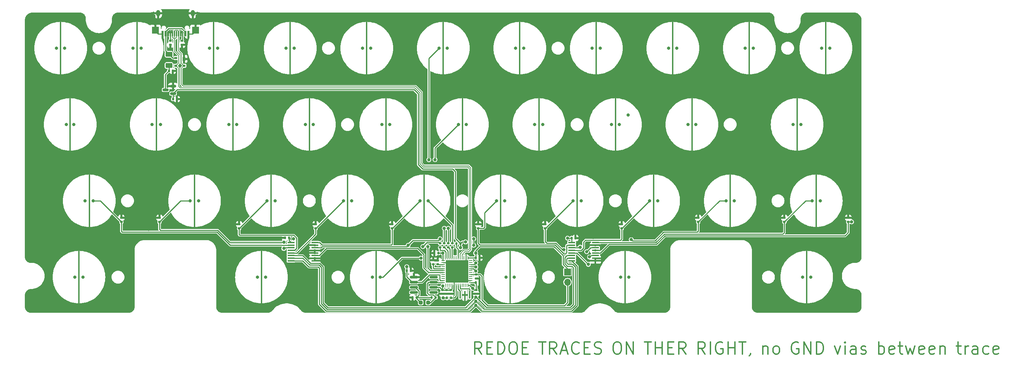
<source format=gbr>
%TF.GenerationSoftware,KiCad,Pcbnew,(7.0.0)*%
%TF.CreationDate,2023-09-23T18:24:27+02:00*%
%TF.ProjectId,travaulta WKL,74726176-6175-46c7-9461-20574b4c2e6b,rev?*%
%TF.SameCoordinates,Original*%
%TF.FileFunction,Copper,L4,Bot*%
%TF.FilePolarity,Positive*%
%FSLAX46Y46*%
G04 Gerber Fmt 4.6, Leading zero omitted, Abs format (unit mm)*
G04 Created by KiCad (PCBNEW (7.0.0)) date 2023-09-23 18:24:27*
%MOMM*%
%LPD*%
G01*
G04 APERTURE LIST*
G04 Aperture macros list*
%AMRoundRect*
0 Rectangle with rounded corners*
0 $1 Rounding radius*
0 $2 $3 $4 $5 $6 $7 $8 $9 X,Y pos of 4 corners*
0 Add a 4 corners polygon primitive as box body*
4,1,4,$2,$3,$4,$5,$6,$7,$8,$9,$2,$3,0*
0 Add four circle primitives for the rounded corners*
1,1,$1+$1,$2,$3*
1,1,$1+$1,$4,$5*
1,1,$1+$1,$6,$7*
1,1,$1+$1,$8,$9*
0 Add four rect primitives between the rounded corners*
20,1,$1+$1,$2,$3,$4,$5,0*
20,1,$1+$1,$4,$5,$6,$7,0*
20,1,$1+$1,$6,$7,$8,$9,0*
20,1,$1+$1,$8,$9,$2,$3,0*%
%AMFreePoly0*
4,1,17,0.124698,6.656366,0.180194,6.586777,0.200000,6.500000,0.200000,-6.500000,0.180194,-6.586777,0.124698,-6.656366,0.044504,-6.694986,-0.044504,-6.694986,-0.124698,-6.656366,-0.180194,-6.586777,-0.200000,-6.500000,-0.200000,6.500000,-0.180194,6.586777,-0.124698,6.656366,-0.044504,6.694986,0.044504,6.694986,0.124698,6.656366,0.124698,6.656366,$1*%
G04 Aperture macros list end*
%ADD10C,0.300000*%
%TA.AperFunction,NonConductor*%
%ADD11C,0.300000*%
%TD*%
%TA.AperFunction,SMDPad,CuDef*%
%ADD12FreePoly0,0.000000*%
%TD*%
%TA.AperFunction,SMDPad,CuDef*%
%ADD13FreePoly0,180.000000*%
%TD*%
%TA.AperFunction,SMDPad,CuDef*%
%ADD14R,0.400000X1.900000*%
%TD*%
%TA.AperFunction,SMDPad,CuDef*%
%ADD15RoundRect,0.140000X0.140000X0.170000X-0.140000X0.170000X-0.140000X-0.170000X0.140000X-0.170000X0*%
%TD*%
%TA.AperFunction,SMDPad,CuDef*%
%ADD16RoundRect,0.140000X-0.140000X-0.170000X0.140000X-0.170000X0.140000X0.170000X-0.140000X0.170000X0*%
%TD*%
%TA.AperFunction,SMDPad,CuDef*%
%ADD17RoundRect,0.140000X-0.170000X0.140000X-0.170000X-0.140000X0.170000X-0.140000X0.170000X0.140000X0*%
%TD*%
%TA.AperFunction,SMDPad,CuDef*%
%ADD18RoundRect,0.150000X-0.825000X-0.150000X0.825000X-0.150000X0.825000X0.150000X-0.825000X0.150000X0*%
%TD*%
%TA.AperFunction,SMDPad,CuDef*%
%ADD19RoundRect,0.135000X-0.185000X0.135000X-0.185000X-0.135000X0.185000X-0.135000X0.185000X0.135000X0*%
%TD*%
%TA.AperFunction,SMDPad,CuDef*%
%ADD20RoundRect,0.135000X0.185000X-0.135000X0.185000X0.135000X-0.185000X0.135000X-0.185000X-0.135000X0*%
%TD*%
%TA.AperFunction,SMDPad,CuDef*%
%ADD21RoundRect,0.135000X-0.135000X-0.185000X0.135000X-0.185000X0.135000X0.185000X-0.135000X0.185000X0*%
%TD*%
%TA.AperFunction,SMDPad,CuDef*%
%ADD22RoundRect,0.062500X0.062500X-0.375000X0.062500X0.375000X-0.062500X0.375000X-0.062500X-0.375000X0*%
%TD*%
%TA.AperFunction,SMDPad,CuDef*%
%ADD23RoundRect,0.062500X0.375000X-0.062500X0.375000X0.062500X-0.375000X0.062500X-0.375000X-0.062500X0*%
%TD*%
%TA.AperFunction,SMDPad,CuDef*%
%ADD24R,5.600000X5.600000*%
%TD*%
%TA.AperFunction,SMDPad,CuDef*%
%ADD25R,1.778000X0.419100*%
%TD*%
%TA.AperFunction,SMDPad,CuDef*%
%ADD26RoundRect,0.135000X0.135000X0.185000X-0.135000X0.185000X-0.135000X-0.185000X0.135000X-0.185000X0*%
%TD*%
%TA.AperFunction,SMDPad,CuDef*%
%ADD27RoundRect,0.250000X-0.625000X0.375000X-0.625000X-0.375000X0.625000X-0.375000X0.625000X0.375000X0*%
%TD*%
%TA.AperFunction,SMDPad,CuDef*%
%ADD28R,0.700000X1.000000*%
%TD*%
%TA.AperFunction,SMDPad,CuDef*%
%ADD29R,0.700000X0.600000*%
%TD*%
%TA.AperFunction,SMDPad,CuDef*%
%ADD30RoundRect,0.140000X0.170000X-0.140000X0.170000X0.140000X-0.170000X0.140000X-0.170000X-0.140000X0*%
%TD*%
%TA.AperFunction,ComponentPad*%
%ADD31R,1.700000X1.700000*%
%TD*%
%TA.AperFunction,ComponentPad*%
%ADD32O,1.700000X1.700000*%
%TD*%
%TA.AperFunction,SMDPad,CuDef*%
%ADD33RoundRect,0.150000X0.587500X0.150000X-0.587500X0.150000X-0.587500X-0.150000X0.587500X-0.150000X0*%
%TD*%
%TA.AperFunction,SMDPad,CuDef*%
%ADD34R,0.600000X1.450000*%
%TD*%
%TA.AperFunction,SMDPad,CuDef*%
%ADD35R,0.300000X1.450000*%
%TD*%
%TA.AperFunction,SMDPad,CuDef*%
%ADD36R,1.700000X1.700000*%
%TD*%
%TA.AperFunction,ComponentPad*%
%ADD37O,1.000000X1.600000*%
%TD*%
%TA.AperFunction,SMDPad,CuDef*%
%ADD38RoundRect,0.237500X0.250000X0.237500X-0.250000X0.237500X-0.250000X-0.237500X0.250000X-0.237500X0*%
%TD*%
%TA.AperFunction,ViaPad*%
%ADD39C,0.800000*%
%TD*%
%TA.AperFunction,Conductor*%
%ADD40C,0.250000*%
%TD*%
%TA.AperFunction,Conductor*%
%ADD41C,0.200000*%
%TD*%
G04 APERTURE END LIST*
D10*
D11*
X158797321Y-133490892D02*
X157797321Y-132062321D01*
X157083035Y-133490892D02*
X157083035Y-130490892D01*
X157083035Y-130490892D02*
X158225892Y-130490892D01*
X158225892Y-130490892D02*
X158511607Y-130633750D01*
X158511607Y-130633750D02*
X158654464Y-130776607D01*
X158654464Y-130776607D02*
X158797321Y-131062321D01*
X158797321Y-131062321D02*
X158797321Y-131490892D01*
X158797321Y-131490892D02*
X158654464Y-131776607D01*
X158654464Y-131776607D02*
X158511607Y-131919464D01*
X158511607Y-131919464D02*
X158225892Y-132062321D01*
X158225892Y-132062321D02*
X157083035Y-132062321D01*
X160083035Y-131919464D02*
X161083035Y-131919464D01*
X161511607Y-133490892D02*
X160083035Y-133490892D01*
X160083035Y-133490892D02*
X160083035Y-130490892D01*
X160083035Y-130490892D02*
X161511607Y-130490892D01*
X162797321Y-133490892D02*
X162797321Y-130490892D01*
X162797321Y-130490892D02*
X163511607Y-130490892D01*
X163511607Y-130490892D02*
X163940178Y-130633750D01*
X163940178Y-130633750D02*
X164225893Y-130919464D01*
X164225893Y-130919464D02*
X164368750Y-131205178D01*
X164368750Y-131205178D02*
X164511607Y-131776607D01*
X164511607Y-131776607D02*
X164511607Y-132205178D01*
X164511607Y-132205178D02*
X164368750Y-132776607D01*
X164368750Y-132776607D02*
X164225893Y-133062321D01*
X164225893Y-133062321D02*
X163940178Y-133348035D01*
X163940178Y-133348035D02*
X163511607Y-133490892D01*
X163511607Y-133490892D02*
X162797321Y-133490892D01*
X166368750Y-130490892D02*
X166940178Y-130490892D01*
X166940178Y-130490892D02*
X167225893Y-130633750D01*
X167225893Y-130633750D02*
X167511607Y-130919464D01*
X167511607Y-130919464D02*
X167654464Y-131490892D01*
X167654464Y-131490892D02*
X167654464Y-132490892D01*
X167654464Y-132490892D02*
X167511607Y-133062321D01*
X167511607Y-133062321D02*
X167225893Y-133348035D01*
X167225893Y-133348035D02*
X166940178Y-133490892D01*
X166940178Y-133490892D02*
X166368750Y-133490892D01*
X166368750Y-133490892D02*
X166083036Y-133348035D01*
X166083036Y-133348035D02*
X165797321Y-133062321D01*
X165797321Y-133062321D02*
X165654464Y-132490892D01*
X165654464Y-132490892D02*
X165654464Y-131490892D01*
X165654464Y-131490892D02*
X165797321Y-130919464D01*
X165797321Y-130919464D02*
X166083036Y-130633750D01*
X166083036Y-130633750D02*
X166368750Y-130490892D01*
X168940178Y-131919464D02*
X169940178Y-131919464D01*
X170368750Y-133490892D02*
X168940178Y-133490892D01*
X168940178Y-133490892D02*
X168940178Y-130490892D01*
X168940178Y-130490892D02*
X170368750Y-130490892D01*
X173025893Y-130490892D02*
X174740179Y-130490892D01*
X173883036Y-133490892D02*
X173883036Y-130490892D01*
X177454464Y-133490892D02*
X176454464Y-132062321D01*
X175740178Y-133490892D02*
X175740178Y-130490892D01*
X175740178Y-130490892D02*
X176883035Y-130490892D01*
X176883035Y-130490892D02*
X177168750Y-130633750D01*
X177168750Y-130633750D02*
X177311607Y-130776607D01*
X177311607Y-130776607D02*
X177454464Y-131062321D01*
X177454464Y-131062321D02*
X177454464Y-131490892D01*
X177454464Y-131490892D02*
X177311607Y-131776607D01*
X177311607Y-131776607D02*
X177168750Y-131919464D01*
X177168750Y-131919464D02*
X176883035Y-132062321D01*
X176883035Y-132062321D02*
X175740178Y-132062321D01*
X178597321Y-132633750D02*
X180025893Y-132633750D01*
X178311607Y-133490892D02*
X179311607Y-130490892D01*
X179311607Y-130490892D02*
X180311607Y-133490892D01*
X183025893Y-133205178D02*
X182883036Y-133348035D01*
X182883036Y-133348035D02*
X182454464Y-133490892D01*
X182454464Y-133490892D02*
X182168750Y-133490892D01*
X182168750Y-133490892D02*
X181740179Y-133348035D01*
X181740179Y-133348035D02*
X181454464Y-133062321D01*
X181454464Y-133062321D02*
X181311607Y-132776607D01*
X181311607Y-132776607D02*
X181168750Y-132205178D01*
X181168750Y-132205178D02*
X181168750Y-131776607D01*
X181168750Y-131776607D02*
X181311607Y-131205178D01*
X181311607Y-131205178D02*
X181454464Y-130919464D01*
X181454464Y-130919464D02*
X181740179Y-130633750D01*
X181740179Y-130633750D02*
X182168750Y-130490892D01*
X182168750Y-130490892D02*
X182454464Y-130490892D01*
X182454464Y-130490892D02*
X182883036Y-130633750D01*
X182883036Y-130633750D02*
X183025893Y-130776607D01*
X184311607Y-131919464D02*
X185311607Y-131919464D01*
X185740179Y-133490892D02*
X184311607Y-133490892D01*
X184311607Y-133490892D02*
X184311607Y-130490892D01*
X184311607Y-130490892D02*
X185740179Y-130490892D01*
X186883036Y-133348035D02*
X187311608Y-133490892D01*
X187311608Y-133490892D02*
X188025893Y-133490892D01*
X188025893Y-133490892D02*
X188311608Y-133348035D01*
X188311608Y-133348035D02*
X188454465Y-133205178D01*
X188454465Y-133205178D02*
X188597322Y-132919464D01*
X188597322Y-132919464D02*
X188597322Y-132633750D01*
X188597322Y-132633750D02*
X188454465Y-132348035D01*
X188454465Y-132348035D02*
X188311608Y-132205178D01*
X188311608Y-132205178D02*
X188025893Y-132062321D01*
X188025893Y-132062321D02*
X187454465Y-131919464D01*
X187454465Y-131919464D02*
X187168750Y-131776607D01*
X187168750Y-131776607D02*
X187025893Y-131633750D01*
X187025893Y-131633750D02*
X186883036Y-131348035D01*
X186883036Y-131348035D02*
X186883036Y-131062321D01*
X186883036Y-131062321D02*
X187025893Y-130776607D01*
X187025893Y-130776607D02*
X187168750Y-130633750D01*
X187168750Y-130633750D02*
X187454465Y-130490892D01*
X187454465Y-130490892D02*
X188168750Y-130490892D01*
X188168750Y-130490892D02*
X188597322Y-130633750D01*
X192254465Y-130490892D02*
X192825893Y-130490892D01*
X192825893Y-130490892D02*
X193111608Y-130633750D01*
X193111608Y-130633750D02*
X193397322Y-130919464D01*
X193397322Y-130919464D02*
X193540179Y-131490892D01*
X193540179Y-131490892D02*
X193540179Y-132490892D01*
X193540179Y-132490892D02*
X193397322Y-133062321D01*
X193397322Y-133062321D02*
X193111608Y-133348035D01*
X193111608Y-133348035D02*
X192825893Y-133490892D01*
X192825893Y-133490892D02*
X192254465Y-133490892D01*
X192254465Y-133490892D02*
X191968751Y-133348035D01*
X191968751Y-133348035D02*
X191683036Y-133062321D01*
X191683036Y-133062321D02*
X191540179Y-132490892D01*
X191540179Y-132490892D02*
X191540179Y-131490892D01*
X191540179Y-131490892D02*
X191683036Y-130919464D01*
X191683036Y-130919464D02*
X191968751Y-130633750D01*
X191968751Y-130633750D02*
X192254465Y-130490892D01*
X194825893Y-133490892D02*
X194825893Y-130490892D01*
X194825893Y-130490892D02*
X196540179Y-133490892D01*
X196540179Y-133490892D02*
X196540179Y-130490892D01*
X199340179Y-130490892D02*
X201054465Y-130490892D01*
X200197322Y-133490892D02*
X200197322Y-130490892D01*
X202054464Y-133490892D02*
X202054464Y-130490892D01*
X202054464Y-131919464D02*
X203768750Y-131919464D01*
X203768750Y-133490892D02*
X203768750Y-130490892D01*
X205197321Y-131919464D02*
X206197321Y-131919464D01*
X206625893Y-133490892D02*
X205197321Y-133490892D01*
X205197321Y-133490892D02*
X205197321Y-130490892D01*
X205197321Y-130490892D02*
X206625893Y-130490892D01*
X209625893Y-133490892D02*
X208625893Y-132062321D01*
X207911607Y-133490892D02*
X207911607Y-130490892D01*
X207911607Y-130490892D02*
X209054464Y-130490892D01*
X209054464Y-130490892D02*
X209340179Y-130633750D01*
X209340179Y-130633750D02*
X209483036Y-130776607D01*
X209483036Y-130776607D02*
X209625893Y-131062321D01*
X209625893Y-131062321D02*
X209625893Y-131490892D01*
X209625893Y-131490892D02*
X209483036Y-131776607D01*
X209483036Y-131776607D02*
X209340179Y-131919464D01*
X209340179Y-131919464D02*
X209054464Y-132062321D01*
X209054464Y-132062321D02*
X207911607Y-132062321D01*
X214425893Y-133490892D02*
X213425893Y-132062321D01*
X212711607Y-133490892D02*
X212711607Y-130490892D01*
X212711607Y-130490892D02*
X213854464Y-130490892D01*
X213854464Y-130490892D02*
X214140179Y-130633750D01*
X214140179Y-130633750D02*
X214283036Y-130776607D01*
X214283036Y-130776607D02*
X214425893Y-131062321D01*
X214425893Y-131062321D02*
X214425893Y-131490892D01*
X214425893Y-131490892D02*
X214283036Y-131776607D01*
X214283036Y-131776607D02*
X214140179Y-131919464D01*
X214140179Y-131919464D02*
X213854464Y-132062321D01*
X213854464Y-132062321D02*
X212711607Y-132062321D01*
X215711607Y-133490892D02*
X215711607Y-130490892D01*
X218711607Y-130633750D02*
X218425893Y-130490892D01*
X218425893Y-130490892D02*
X217997321Y-130490892D01*
X217997321Y-130490892D02*
X217568750Y-130633750D01*
X217568750Y-130633750D02*
X217283035Y-130919464D01*
X217283035Y-130919464D02*
X217140178Y-131205178D01*
X217140178Y-131205178D02*
X216997321Y-131776607D01*
X216997321Y-131776607D02*
X216997321Y-132205178D01*
X216997321Y-132205178D02*
X217140178Y-132776607D01*
X217140178Y-132776607D02*
X217283035Y-133062321D01*
X217283035Y-133062321D02*
X217568750Y-133348035D01*
X217568750Y-133348035D02*
X217997321Y-133490892D01*
X217997321Y-133490892D02*
X218283035Y-133490892D01*
X218283035Y-133490892D02*
X218711607Y-133348035D01*
X218711607Y-133348035D02*
X218854464Y-133205178D01*
X218854464Y-133205178D02*
X218854464Y-132205178D01*
X218854464Y-132205178D02*
X218283035Y-132205178D01*
X220140178Y-133490892D02*
X220140178Y-130490892D01*
X220140178Y-131919464D02*
X221854464Y-131919464D01*
X221854464Y-133490892D02*
X221854464Y-130490892D01*
X222854464Y-130490892D02*
X224568750Y-130490892D01*
X223711607Y-133490892D02*
X223711607Y-130490892D01*
X225711606Y-133348035D02*
X225711606Y-133490892D01*
X225711606Y-133490892D02*
X225568749Y-133776607D01*
X225568749Y-133776607D02*
X225425892Y-133919464D01*
X228797320Y-131490892D02*
X228797320Y-133490892D01*
X228797320Y-131776607D02*
X228940177Y-131633750D01*
X228940177Y-131633750D02*
X229225892Y-131490892D01*
X229225892Y-131490892D02*
X229654463Y-131490892D01*
X229654463Y-131490892D02*
X229940177Y-131633750D01*
X229940177Y-131633750D02*
X230083035Y-131919464D01*
X230083035Y-131919464D02*
X230083035Y-133490892D01*
X231940178Y-133490892D02*
X231654463Y-133348035D01*
X231654463Y-133348035D02*
X231511606Y-133205178D01*
X231511606Y-133205178D02*
X231368749Y-132919464D01*
X231368749Y-132919464D02*
X231368749Y-132062321D01*
X231368749Y-132062321D02*
X231511606Y-131776607D01*
X231511606Y-131776607D02*
X231654463Y-131633750D01*
X231654463Y-131633750D02*
X231940178Y-131490892D01*
X231940178Y-131490892D02*
X232368749Y-131490892D01*
X232368749Y-131490892D02*
X232654463Y-131633750D01*
X232654463Y-131633750D02*
X232797321Y-131776607D01*
X232797321Y-131776607D02*
X232940178Y-132062321D01*
X232940178Y-132062321D02*
X232940178Y-132919464D01*
X232940178Y-132919464D02*
X232797321Y-133205178D01*
X232797321Y-133205178D02*
X232654463Y-133348035D01*
X232654463Y-133348035D02*
X232368749Y-133490892D01*
X232368749Y-133490892D02*
X231940178Y-133490892D01*
X237597321Y-130633750D02*
X237311607Y-130490892D01*
X237311607Y-130490892D02*
X236883035Y-130490892D01*
X236883035Y-130490892D02*
X236454464Y-130633750D01*
X236454464Y-130633750D02*
X236168749Y-130919464D01*
X236168749Y-130919464D02*
X236025892Y-131205178D01*
X236025892Y-131205178D02*
X235883035Y-131776607D01*
X235883035Y-131776607D02*
X235883035Y-132205178D01*
X235883035Y-132205178D02*
X236025892Y-132776607D01*
X236025892Y-132776607D02*
X236168749Y-133062321D01*
X236168749Y-133062321D02*
X236454464Y-133348035D01*
X236454464Y-133348035D02*
X236883035Y-133490892D01*
X236883035Y-133490892D02*
X237168749Y-133490892D01*
X237168749Y-133490892D02*
X237597321Y-133348035D01*
X237597321Y-133348035D02*
X237740178Y-133205178D01*
X237740178Y-133205178D02*
X237740178Y-132205178D01*
X237740178Y-132205178D02*
X237168749Y-132205178D01*
X239025892Y-133490892D02*
X239025892Y-130490892D01*
X239025892Y-130490892D02*
X240740178Y-133490892D01*
X240740178Y-133490892D02*
X240740178Y-130490892D01*
X242168749Y-133490892D02*
X242168749Y-130490892D01*
X242168749Y-130490892D02*
X242883035Y-130490892D01*
X242883035Y-130490892D02*
X243311606Y-130633750D01*
X243311606Y-130633750D02*
X243597321Y-130919464D01*
X243597321Y-130919464D02*
X243740178Y-131205178D01*
X243740178Y-131205178D02*
X243883035Y-131776607D01*
X243883035Y-131776607D02*
X243883035Y-132205178D01*
X243883035Y-132205178D02*
X243740178Y-132776607D01*
X243740178Y-132776607D02*
X243597321Y-133062321D01*
X243597321Y-133062321D02*
X243311606Y-133348035D01*
X243311606Y-133348035D02*
X242883035Y-133490892D01*
X242883035Y-133490892D02*
X242168749Y-133490892D01*
X246683035Y-131490892D02*
X247397321Y-133490892D01*
X247397321Y-133490892D02*
X248111606Y-131490892D01*
X249254463Y-133490892D02*
X249254463Y-131490892D01*
X249254463Y-130490892D02*
X249111606Y-130633750D01*
X249111606Y-130633750D02*
X249254463Y-130776607D01*
X249254463Y-130776607D02*
X249397320Y-130633750D01*
X249397320Y-130633750D02*
X249254463Y-130490892D01*
X249254463Y-130490892D02*
X249254463Y-130776607D01*
X251968749Y-133490892D02*
X251968749Y-131919464D01*
X251968749Y-131919464D02*
X251825891Y-131633750D01*
X251825891Y-131633750D02*
X251540177Y-131490892D01*
X251540177Y-131490892D02*
X250968749Y-131490892D01*
X250968749Y-131490892D02*
X250683034Y-131633750D01*
X251968749Y-133348035D02*
X251683034Y-133490892D01*
X251683034Y-133490892D02*
X250968749Y-133490892D01*
X250968749Y-133490892D02*
X250683034Y-133348035D01*
X250683034Y-133348035D02*
X250540177Y-133062321D01*
X250540177Y-133062321D02*
X250540177Y-132776607D01*
X250540177Y-132776607D02*
X250683034Y-132490892D01*
X250683034Y-132490892D02*
X250968749Y-132348035D01*
X250968749Y-132348035D02*
X251683034Y-132348035D01*
X251683034Y-132348035D02*
X251968749Y-132205178D01*
X253254463Y-133348035D02*
X253540177Y-133490892D01*
X253540177Y-133490892D02*
X254111606Y-133490892D01*
X254111606Y-133490892D02*
X254397320Y-133348035D01*
X254397320Y-133348035D02*
X254540177Y-133062321D01*
X254540177Y-133062321D02*
X254540177Y-132919464D01*
X254540177Y-132919464D02*
X254397320Y-132633750D01*
X254397320Y-132633750D02*
X254111606Y-132490892D01*
X254111606Y-132490892D02*
X253683035Y-132490892D01*
X253683035Y-132490892D02*
X253397320Y-132348035D01*
X253397320Y-132348035D02*
X253254463Y-132062321D01*
X253254463Y-132062321D02*
X253254463Y-131919464D01*
X253254463Y-131919464D02*
X253397320Y-131633750D01*
X253397320Y-131633750D02*
X253683035Y-131490892D01*
X253683035Y-131490892D02*
X254111606Y-131490892D01*
X254111606Y-131490892D02*
X254397320Y-131633750D01*
X257625891Y-133490892D02*
X257625891Y-130490892D01*
X257625891Y-131633750D02*
X257911606Y-131490892D01*
X257911606Y-131490892D02*
X258483034Y-131490892D01*
X258483034Y-131490892D02*
X258768748Y-131633750D01*
X258768748Y-131633750D02*
X258911606Y-131776607D01*
X258911606Y-131776607D02*
X259054463Y-132062321D01*
X259054463Y-132062321D02*
X259054463Y-132919464D01*
X259054463Y-132919464D02*
X258911606Y-133205178D01*
X258911606Y-133205178D02*
X258768748Y-133348035D01*
X258768748Y-133348035D02*
X258483034Y-133490892D01*
X258483034Y-133490892D02*
X257911606Y-133490892D01*
X257911606Y-133490892D02*
X257625891Y-133348035D01*
X261483034Y-133348035D02*
X261197320Y-133490892D01*
X261197320Y-133490892D02*
X260625892Y-133490892D01*
X260625892Y-133490892D02*
X260340177Y-133348035D01*
X260340177Y-133348035D02*
X260197320Y-133062321D01*
X260197320Y-133062321D02*
X260197320Y-131919464D01*
X260197320Y-131919464D02*
X260340177Y-131633750D01*
X260340177Y-131633750D02*
X260625892Y-131490892D01*
X260625892Y-131490892D02*
X261197320Y-131490892D01*
X261197320Y-131490892D02*
X261483034Y-131633750D01*
X261483034Y-131633750D02*
X261625892Y-131919464D01*
X261625892Y-131919464D02*
X261625892Y-132205178D01*
X261625892Y-132205178D02*
X260197320Y-132490892D01*
X262483035Y-131490892D02*
X263625892Y-131490892D01*
X262911606Y-130490892D02*
X262911606Y-133062321D01*
X262911606Y-133062321D02*
X263054463Y-133348035D01*
X263054463Y-133348035D02*
X263340178Y-133490892D01*
X263340178Y-133490892D02*
X263625892Y-133490892D01*
X264340178Y-131490892D02*
X264911607Y-133490892D01*
X264911607Y-133490892D02*
X265483035Y-132062321D01*
X265483035Y-132062321D02*
X266054464Y-133490892D01*
X266054464Y-133490892D02*
X266625892Y-131490892D01*
X268911606Y-133348035D02*
X268625892Y-133490892D01*
X268625892Y-133490892D02*
X268054464Y-133490892D01*
X268054464Y-133490892D02*
X267768749Y-133348035D01*
X267768749Y-133348035D02*
X267625892Y-133062321D01*
X267625892Y-133062321D02*
X267625892Y-131919464D01*
X267625892Y-131919464D02*
X267768749Y-131633750D01*
X267768749Y-131633750D02*
X268054464Y-131490892D01*
X268054464Y-131490892D02*
X268625892Y-131490892D01*
X268625892Y-131490892D02*
X268911606Y-131633750D01*
X268911606Y-131633750D02*
X269054464Y-131919464D01*
X269054464Y-131919464D02*
X269054464Y-132205178D01*
X269054464Y-132205178D02*
X267625892Y-132490892D01*
X271483035Y-133348035D02*
X271197321Y-133490892D01*
X271197321Y-133490892D02*
X270625893Y-133490892D01*
X270625893Y-133490892D02*
X270340178Y-133348035D01*
X270340178Y-133348035D02*
X270197321Y-133062321D01*
X270197321Y-133062321D02*
X270197321Y-131919464D01*
X270197321Y-131919464D02*
X270340178Y-131633750D01*
X270340178Y-131633750D02*
X270625893Y-131490892D01*
X270625893Y-131490892D02*
X271197321Y-131490892D01*
X271197321Y-131490892D02*
X271483035Y-131633750D01*
X271483035Y-131633750D02*
X271625893Y-131919464D01*
X271625893Y-131919464D02*
X271625893Y-132205178D01*
X271625893Y-132205178D02*
X270197321Y-132490892D01*
X272911607Y-131490892D02*
X272911607Y-133490892D01*
X272911607Y-131776607D02*
X273054464Y-131633750D01*
X273054464Y-131633750D02*
X273340179Y-131490892D01*
X273340179Y-131490892D02*
X273768750Y-131490892D01*
X273768750Y-131490892D02*
X274054464Y-131633750D01*
X274054464Y-131633750D02*
X274197322Y-131919464D01*
X274197322Y-131919464D02*
X274197322Y-133490892D01*
X276997322Y-131490892D02*
X278140179Y-131490892D01*
X277425893Y-130490892D02*
X277425893Y-133062321D01*
X277425893Y-133062321D02*
X277568750Y-133348035D01*
X277568750Y-133348035D02*
X277854465Y-133490892D01*
X277854465Y-133490892D02*
X278140179Y-133490892D01*
X279140179Y-133490892D02*
X279140179Y-131490892D01*
X279140179Y-132062321D02*
X279283036Y-131776607D01*
X279283036Y-131776607D02*
X279425894Y-131633750D01*
X279425894Y-131633750D02*
X279711608Y-131490892D01*
X279711608Y-131490892D02*
X279997322Y-131490892D01*
X282283037Y-133490892D02*
X282283037Y-131919464D01*
X282283037Y-131919464D02*
X282140179Y-131633750D01*
X282140179Y-131633750D02*
X281854465Y-131490892D01*
X281854465Y-131490892D02*
X281283037Y-131490892D01*
X281283037Y-131490892D02*
X280997322Y-131633750D01*
X282283037Y-133348035D02*
X281997322Y-133490892D01*
X281997322Y-133490892D02*
X281283037Y-133490892D01*
X281283037Y-133490892D02*
X280997322Y-133348035D01*
X280997322Y-133348035D02*
X280854465Y-133062321D01*
X280854465Y-133062321D02*
X280854465Y-132776607D01*
X280854465Y-132776607D02*
X280997322Y-132490892D01*
X280997322Y-132490892D02*
X281283037Y-132348035D01*
X281283037Y-132348035D02*
X281997322Y-132348035D01*
X281997322Y-132348035D02*
X282283037Y-132205178D01*
X284997323Y-133348035D02*
X284711608Y-133490892D01*
X284711608Y-133490892D02*
X284140180Y-133490892D01*
X284140180Y-133490892D02*
X283854465Y-133348035D01*
X283854465Y-133348035D02*
X283711608Y-133205178D01*
X283711608Y-133205178D02*
X283568751Y-132919464D01*
X283568751Y-132919464D02*
X283568751Y-132062321D01*
X283568751Y-132062321D02*
X283711608Y-131776607D01*
X283711608Y-131776607D02*
X283854465Y-131633750D01*
X283854465Y-131633750D02*
X284140180Y-131490892D01*
X284140180Y-131490892D02*
X284711608Y-131490892D01*
X284711608Y-131490892D02*
X284997323Y-131633750D01*
X287425894Y-133348035D02*
X287140180Y-133490892D01*
X287140180Y-133490892D02*
X286568752Y-133490892D01*
X286568752Y-133490892D02*
X286283037Y-133348035D01*
X286283037Y-133348035D02*
X286140180Y-133062321D01*
X286140180Y-133062321D02*
X286140180Y-131919464D01*
X286140180Y-131919464D02*
X286283037Y-131633750D01*
X286283037Y-131633750D02*
X286568752Y-131490892D01*
X286568752Y-131490892D02*
X287140180Y-131490892D01*
X287140180Y-131490892D02*
X287425894Y-131633750D01*
X287425894Y-131633750D02*
X287568752Y-131919464D01*
X287568752Y-131919464D02*
X287568752Y-132205178D01*
X287568752Y-132205178D02*
X286140180Y-132490892D01*
D12*
%TO.P,SW20,3,SG*%
%TO.N,GND*%
X211137500Y-76200000D03*
%TD*%
D13*
%TO.P,SW27,3,SG*%
%TO.N,GND*%
X163512500Y-95250000D03*
%TD*%
D12*
%TO.P,SW15,3,SG*%
%TO.N,GND*%
X115887500Y-76200000D03*
%TD*%
%TO.P,SW18,3,SG*%
%TO.N,GND*%
X173037500Y-76200000D03*
%TD*%
%TO.P,SW1,3,SG*%
%TO.N,GND*%
X53975000Y-57150000D03*
%TD*%
%TO.P,SW9,3,SG*%
%TO.N,GND*%
X206375000Y-57150000D03*
%TD*%
D13*
%TO.P,SW28,3,SG*%
%TO.N,GND*%
X182562500Y-95250000D03*
%TD*%
D12*
%TO.P,SW4,3,SG*%
%TO.N,GND*%
X111125000Y-57150000D03*
%TD*%
%TO.P,SW17,3,SG*%
%TO.N,GND*%
X153987500Y-76200000D03*
%TD*%
%TO.P,SW12,3,SG*%
%TO.N,GND*%
X56358000Y-76200000D03*
%TD*%
D13*
%TO.P,SW23,3,SG*%
%TO.N,GND*%
X87312500Y-95250000D03*
%TD*%
%TO.P,SW34,3,SG*%
%TO.N,GND*%
X132555000Y-114300000D03*
%TD*%
D12*
%TO.P,SW22,3,SG*%
%TO.N,GND*%
X61120000Y-95250000D03*
%TD*%
%TO.P,SW16,3,SG*%
%TO.N,GND*%
X134937500Y-76200000D03*
%TD*%
%TO.P,SW14,3,SG*%
%TO.N,GND*%
X96837500Y-76200000D03*
%TD*%
%TO.P,SW7,3,SG*%
%TO.N,GND*%
X168275000Y-57150000D03*
%TD*%
D13*
%TO.P,SW24,3,SG*%
%TO.N,GND*%
X106362500Y-95250000D03*
%TD*%
D12*
%TO.P,SW11,3,SG*%
%TO.N,GND*%
X244475000Y-57150000D03*
%TD*%
D13*
%TO.P,SW31,3,SG*%
%TO.N,GND*%
X242095000Y-95250000D03*
%TD*%
D12*
%TO.P,SW2,3,SG*%
%TO.N,GND*%
X73025000Y-57150000D03*
%TD*%
%TO.P,SW5,3,SG*%
%TO.N,GND*%
X130175000Y-57150000D03*
%TD*%
%TO.P,SW8,3,SG*%
%TO.N,GND*%
X187325000Y-57150000D03*
%TD*%
%TO.P,SW13,3,SG*%
%TO.N,GND*%
X77787500Y-76200000D03*
%TD*%
D13*
%TO.P,SW21,3,SG*%
%TO.N,GND*%
X237330000Y-76200000D03*
%TD*%
%TO.P,SW36,3,SG*%
%TO.N,GND*%
X194470000Y-114300000D03*
%TD*%
%TO.P,SW35,3,SG*%
%TO.N,GND*%
X165892000Y-114300000D03*
%TD*%
%TO.P,SW25,3,SG*%
%TO.N,GND*%
X125412500Y-95250000D03*
%TD*%
%TO.P,SW33,3,SG*%
%TO.N,GND*%
X103980000Y-114300000D03*
%TD*%
D12*
%TO.P,SW32,3,SG*%
%TO.N,GND*%
X58531250Y-114300000D03*
%TD*%
%TO.P,SW3,3,SG*%
%TO.N,GND*%
X92075000Y-57150000D03*
%TD*%
D13*
%TO.P,SW26,3,SG*%
%TO.N,GND*%
X144462500Y-95250000D03*
%TD*%
D12*
%TO.P,SW6,3,SG*%
%TO.N,GND*%
X149225000Y-57150000D03*
%TD*%
D13*
%TO.P,SW30,3,SG*%
%TO.N,GND*%
X220662500Y-95250000D03*
%TD*%
%TO.P,SW29,3,SG*%
%TO.N,GND*%
X201612500Y-95250000D03*
%TD*%
%TO.P,SW37,3,SG*%
%TO.N,GND*%
X239712500Y-114300000D03*
%TD*%
D12*
%TO.P,SW10,3,SG*%
%TO.N,GND*%
X225425000Y-57150000D03*
%TD*%
%TO.P,SW19,3,SG*%
%TO.N,GND*%
X192087500Y-76200000D03*
%TD*%
D14*
%TO.P,Y1,1,1*%
%TO.N,XTAL1*%
X153415999Y-118744999D03*
%TO.P,Y1,2,2*%
%TO.N,GND*%
X154615999Y-118744999D03*
%TO.P,Y1,3,3*%
%TO.N,XTAL0*%
X155815999Y-118744999D03*
%TD*%
D15*
%TO.P,C7,1*%
%TO.N,VBAT*%
X147984000Y-108331000D03*
%TO.P,C7,2*%
%TO.N,GND*%
X147024000Y-108331000D03*
%TD*%
D16*
%TO.P,C12,1*%
%TO.N,VBAT*%
X181178186Y-104534305D03*
%TO.P,C12,2*%
%TO.N,GND*%
X182138186Y-104534305D03*
%TD*%
D17*
%TO.P,C15,1*%
%TO.N,VBAT*%
X149031000Y-117540000D03*
%TO.P,C15,2*%
%TO.N,GND*%
X149031000Y-118500000D03*
%TD*%
D18*
%TO.P,U5,1*%
%TO.N,N/C*%
X141899097Y-118120501D03*
%TO.P,U5,2,IN-*%
%TO.N,Net-(JP1-B)*%
X141899097Y-116850501D03*
%TO.P,U5,3,IN+*%
%TO.N,APLEX_OUT_PIN_0*%
X141899097Y-115580501D03*
%TO.P,U5,4,V-*%
%TO.N,GND*%
X141899097Y-114310501D03*
%TO.P,U5,5*%
%TO.N,N/C*%
X146849097Y-114310501D03*
%TO.P,U5,6,OUT*%
%TO.N,ADC*%
X146849097Y-115580501D03*
%TO.P,U5,7,V+*%
%TO.N,VBAT*%
X146849097Y-116850501D03*
%TO.P,U5,8*%
%TO.N,N/C*%
X146849097Y-118120501D03*
%TD*%
D19*
%TO.P,R7,1*%
%TO.N,GND*%
X146742000Y-110107000D03*
%TO.P,R7,2*%
%TO.N,BOOT1*%
X146742000Y-111127000D03*
%TD*%
D20*
%TO.P,R11,1*%
%TO.N,COL2*%
X98425000Y-102110000D03*
%TO.P,R11,2*%
%TO.N,GND*%
X98425000Y-101090000D03*
%TD*%
D19*
%TO.P,R2,1*%
%TO.N,ROW2*%
X151511000Y-105877000D03*
%TO.P,R2,2*%
%TO.N,Net-(U1-PB15)*%
X151511000Y-106897000D03*
%TD*%
D16*
%TO.P,C9,1*%
%TO.N,VBAT*%
X157311000Y-115663994D03*
%TO.P,C9,2*%
%TO.N,GND*%
X158271000Y-115663994D03*
%TD*%
D21*
%TO.P,R4,1*%
%TO.N,Net-(U1-PA10)*%
X152525000Y-105918000D03*
%TO.P,R4,2*%
%TO.N,VBAT*%
X153545000Y-105918000D03*
%TD*%
D22*
%TO.P,U1,1,VBAT*%
%TO.N,VBAT*%
X155404000Y-116340500D03*
%TO.P,U1,2,PC13*%
%TO.N,unconnected-(U1-PC13-Pad2)*%
X154904000Y-116340500D03*
%TO.P,U1,3,PC14*%
%TO.N,unconnected-(U1-PC14-Pad3)*%
X154404000Y-116340500D03*
%TO.P,U1,4,PC15*%
%TO.N,unconnected-(U1-PC15-Pad4)*%
X153904000Y-116340500D03*
%TO.P,U1,5,PH0*%
%TO.N,XTAL0*%
X153404000Y-116340500D03*
%TO.P,U1,6,PH1*%
%TO.N,XTAL1*%
X152904000Y-116340500D03*
%TO.P,U1,7,NRST*%
%TO.N,NRST*%
X152404000Y-116340500D03*
%TO.P,U1,8,VSSA*%
%TO.N,GND*%
X151904000Y-116340500D03*
%TO.P,U1,9,VREF+*%
%TO.N,VBAT*%
X151404000Y-116340500D03*
%TO.P,U1,10,PA0*%
%TO.N,unconnected-(U1-PA0-Pad10)*%
X150904000Y-116340500D03*
%TO.P,U1,11,PA1*%
%TO.N,unconnected-(U1-PA1-Pad11)*%
X150404000Y-116340500D03*
%TO.P,U1,12,PA2*%
%TO.N,unconnected-(U1-PA2-Pad12)*%
X149904000Y-116340500D03*
D23*
%TO.P,U1,13,PA3*%
%TO.N,ADC*%
X149216500Y-115653000D03*
%TO.P,U1,14,PA4*%
%TO.N,APLEX_OUT_PIN_0*%
X149216500Y-115153000D03*
%TO.P,U1,15,PA5*%
%TO.N,unconnected-(U1-PA5-Pad15)*%
X149216500Y-114653000D03*
%TO.P,U1,16,PA6*%
%TO.N,unconnected-(U1-PA6-Pad16)*%
X149216500Y-114153000D03*
%TO.P,U1,17,PA7*%
%TO.N,unconnected-(U1-PA7-Pad17)*%
X149216500Y-113653000D03*
%TO.P,U1,18,PB0*%
%TO.N,APLEX_EN_PIN_0*%
X149216500Y-113153000D03*
%TO.P,U1,19,PB1*%
%TO.N,APLEX_EN_PIN_1*%
X149216500Y-112653000D03*
%TO.P,U1,20,PB2*%
%TO.N,BOOT1*%
X149216500Y-112153000D03*
%TO.P,U1,21,PB10*%
%TO.N,unconnected-(U1-PB10-Pad21)*%
X149216500Y-111653000D03*
%TO.P,U1,22,VCAP1*%
%TO.N,Net-(U1-VCAP1)*%
X149216500Y-111153000D03*
%TO.P,U1,23,VSS*%
%TO.N,GND*%
X149216500Y-110653000D03*
%TO.P,U1,24,VDD*%
%TO.N,VBAT*%
X149216500Y-110153000D03*
D22*
%TO.P,U1,25,PB12*%
%TO.N,Net-(U1-PB12)*%
X149904000Y-109465500D03*
%TO.P,U1,26,PB13*%
%TO.N,Net-(U1-PB13)*%
X150404000Y-109465500D03*
%TO.P,U1,27,PB14*%
%TO.N,Net-(U1-PB14)*%
X150904000Y-109465500D03*
%TO.P,U1,28,PB15*%
%TO.N,Net-(U1-PB15)*%
X151404000Y-109465500D03*
%TO.P,U1,29,PA8*%
%TO.N,unconnected-(U1-PA8-Pad29)*%
X151904000Y-109465500D03*
%TO.P,U1,30,PA9*%
%TO.N,unconnected-(U1-PA9-Pad30)*%
X152404000Y-109465500D03*
%TO.P,U1,31,PA10*%
%TO.N,Net-(U1-PA10)*%
X152904000Y-109465500D03*
%TO.P,U1,32,PA11*%
%TO.N,D-*%
X153404000Y-109465500D03*
%TO.P,U1,33,PA12*%
%TO.N,D+*%
X153904000Y-109465500D03*
%TO.P,U1,34,PA13*%
%TO.N,SWDIO*%
X154404000Y-109465500D03*
%TO.P,U1,35,VSS*%
%TO.N,GND*%
X154904000Y-109465500D03*
%TO.P,U1,36,VDD*%
%TO.N,VBAT*%
X155404000Y-109465500D03*
D23*
%TO.P,U1,37,PA14*%
%TO.N,SWCLK*%
X156091500Y-110153000D03*
%TO.P,U1,38,PA15*%
%TO.N,unconnected-(U1-PA15-Pad38)*%
X156091500Y-110653000D03*
%TO.P,U1,39,PB3*%
%TO.N,AMUX_SEL_2*%
X156091500Y-111153000D03*
%TO.P,U1,40,PB4*%
%TO.N,AMUX_SEL_1*%
X156091500Y-111653000D03*
%TO.P,U1,41,PB5*%
%TO.N,AMUX_SEL_0*%
X156091500Y-112153000D03*
%TO.P,U1,42,PB6*%
%TO.N,unconnected-(U1-PB6-Pad42)*%
X156091500Y-112653000D03*
%TO.P,U1,43,PB7*%
%TO.N,unconnected-(U1-PB7-Pad43)*%
X156091500Y-113153000D03*
%TO.P,U1,44,BOOT0*%
%TO.N,BOOT0*%
X156091500Y-113653000D03*
%TO.P,U1,45,PB8*%
%TO.N,unconnected-(U1-PB8-Pad45)*%
X156091500Y-114153000D03*
%TO.P,U1,46,PB9*%
%TO.N,unconnected-(U1-PB9-Pad46)*%
X156091500Y-114653000D03*
%TO.P,U1,47,VSS*%
%TO.N,GND*%
X156091500Y-115153000D03*
%TO.P,U1,48,VDD*%
%TO.N,VBAT*%
X156091500Y-115653000D03*
D24*
%TO.P,U1,49,VSS*%
%TO.N,GND*%
X152653999Y-112902999D03*
%TD*%
D20*
%TO.P,R12,1*%
%TO.N,COL5*%
X157956250Y-102110000D03*
%TO.P,R12,2*%
%TO.N,GND*%
X157956250Y-101090000D03*
%TD*%
%TO.P,R15,1*%
%TO.N,COL0*%
X69088000Y-100522500D03*
%TO.P,R15,2*%
%TO.N,GND*%
X69088000Y-99502500D03*
%TD*%
D17*
%TO.P,C11,1*%
%TO.N,VBAT*%
X151063000Y-117540000D03*
%TO.P,C11,2*%
%TO.N,GND*%
X151063000Y-118500000D03*
%TD*%
D20*
%TO.P,R13,1*%
%TO.N,COL1*%
X78581250Y-100522500D03*
%TO.P,R13,2*%
%TO.N,GND*%
X78581250Y-99502500D03*
%TD*%
D16*
%TO.P,C8,1*%
%TO.N,VBAT*%
X157311000Y-109474000D03*
%TO.P,C8,2*%
%TO.N,GND*%
X158271000Y-109474000D03*
%TD*%
D20*
%TO.P,R10,1*%
%TO.N,COL6*%
X174625000Y-102110000D03*
%TO.P,R10,2*%
%TO.N,GND*%
X174625000Y-101090000D03*
%TD*%
D25*
%TO.P,U3,1,A4*%
%TO.N,COL9*%
X187124339Y-105676699D03*
%TO.P,U3,2,A6*%
%TO.N,GND*%
X187124339Y-106326939D03*
%TO.P,U3,3,A*%
%TO.N,APLEX_OUT_PIN_0*%
X187124339Y-106977179D03*
%TO.P,U3,4,A7*%
%TO.N,GND*%
X187124339Y-107627419D03*
%TO.P,U3,5,A5*%
%TO.N,COL10*%
X187124339Y-108272579D03*
%TO.P,U3,6,~{E}*%
%TO.N,APLEX_EN_PIN_1*%
X187124339Y-108922819D03*
%TO.P,U3,7,VEE*%
%TO.N,GND*%
X187124339Y-109573059D03*
%TO.P,U3,8,GND*%
X187124339Y-110223299D03*
%TO.P,U3,9,S2*%
%TO.N,AMUX_SEL_2*%
X181175659Y-110223299D03*
%TO.P,U3,10,S1*%
%TO.N,AMUX_SEL_1*%
X181175659Y-109573059D03*
%TO.P,U3,11,S0*%
%TO.N,AMUX_SEL_0*%
X181175659Y-108922819D03*
%TO.P,U3,12,A3*%
%TO.N,COL8*%
X181175659Y-108272579D03*
%TO.P,U3,13,A0*%
%TO.N,COL7*%
X181175659Y-107627419D03*
%TO.P,U3,14,A1*%
%TO.N,COL6*%
X181175659Y-106977179D03*
%TO.P,U3,15,A2*%
%TO.N,COL5*%
X181175659Y-106326939D03*
%TO.P,U3,16,VCC*%
%TO.N,VBAT*%
X181175659Y-105676699D03*
%TD*%
D20*
%TO.P,R1,1*%
%TO.N,Net-(U1-PB12)*%
X148463000Y-106897000D03*
%TO.P,R1,2*%
%TO.N,ROW3*%
X148463000Y-105877000D03*
%TD*%
%TO.P,R16,1*%
%TO.N,COL9*%
X234156250Y-100522500D03*
%TO.P,R16,2*%
%TO.N,GND*%
X234156250Y-99502500D03*
%TD*%
D15*
%TO.P,C14,1*%
%TO.N,GND*%
X141132500Y-112712500D03*
%TO.P,C14,2*%
%TO.N,APLEX_OUT_PIN_0*%
X140172500Y-112712500D03*
%TD*%
D20*
%TO.P,R9,1*%
%TO.N,Net-(U1-PB13)*%
X149479000Y-106897000D03*
%TO.P,R9,2*%
%TO.N,ROW0*%
X149479000Y-105877000D03*
%TD*%
D15*
%TO.P,C13,1*%
%TO.N,VBAT*%
X110811250Y-104485820D03*
%TO.P,C13,2*%
%TO.N,GND*%
X109851250Y-104485820D03*
%TD*%
D21*
%TO.P,R21,1*%
%TO.N,Net-(JP1-B)*%
X146332687Y-119390501D03*
%TO.P,R21,2*%
%TO.N,ADC*%
X147352687Y-119390501D03*
%TD*%
D16*
%TO.P,C5,1*%
%TO.N,VBAT*%
X81943000Y-69850000D03*
%TO.P,C5,2*%
%TO.N,GND*%
X82903000Y-69850000D03*
%TD*%
D20*
%TO.P,R20,1*%
%TO.N,COL7*%
X193675000Y-102110000D03*
%TO.P,R20,2*%
%TO.N,GND*%
X193675000Y-101090000D03*
%TD*%
D26*
%TO.P,R23,1*%
%TO.N,Net-(JP1-B)*%
X142592312Y-119390501D03*
%TO.P,R23,2*%
%TO.N,GND*%
X141572312Y-119390501D03*
%TD*%
D20*
%TO.P,R14,1*%
%TO.N,COL8*%
X212725000Y-100522500D03*
%TO.P,R14,2*%
%TO.N,GND*%
X212725000Y-99502500D03*
%TD*%
D21*
%TO.P,R6,1*%
%TO.N,VBAT*%
X150169000Y-119507000D03*
%TO.P,R6,2*%
%TO.N,NRST*%
X151189000Y-119507000D03*
%TD*%
D27*
%TO.P,F_USBC1,1*%
%TO.N,VCC*%
X80962500Y-58671000D03*
%TO.P,F_USBC1,2*%
%TO.N,+5V*%
X80962500Y-61471000D03*
%TD*%
D28*
%TO.P,D1,1,GND*%
%TO.N,GND*%
X84692999Y-59828999D03*
D29*
%TO.P,D1,2,I/O1*%
%TO.N,D+*%
X84692999Y-61528999D03*
%TO.P,D1,3,I/O2*%
%TO.N,D-*%
X82692999Y-61528999D03*
%TO.P,D1,4,VCC*%
%TO.N,VCC*%
X82692999Y-59628999D03*
%TD*%
D20*
%TO.P,R18,1*%
%TO.N,GND*%
X81280000Y-56356250D03*
%TO.P,R18,2*%
%TO.N,Net-(USB1-CC1)*%
X81280000Y-55336250D03*
%TD*%
D19*
%TO.P,R3,1*%
%TO.N,BOOT0*%
X157410000Y-113663000D03*
%TO.P,R3,2*%
%TO.N,GND*%
X157410000Y-114683000D03*
%TD*%
%TO.P,R8,1*%
%TO.N,ROW1*%
X150495000Y-105877000D03*
%TO.P,R8,2*%
%TO.N,Net-(U1-PB14)*%
X150495000Y-106897000D03*
%TD*%
D20*
%TO.P,R5,1*%
%TO.N,COL10*%
X250064616Y-100522500D03*
%TO.P,R5,2*%
%TO.N,GND*%
X250064616Y-99502500D03*
%TD*%
D30*
%TO.P,C1,1*%
%TO.N,Net-(U1-VCAP1)*%
X147885000Y-111097000D03*
%TO.P,C1,2*%
%TO.N,GND*%
X147885000Y-110137000D03*
%TD*%
D16*
%TO.P,C4,1*%
%TO.N,+5V*%
X80927000Y-62865000D03*
%TO.P,C4,2*%
%TO.N,GND*%
X81887000Y-62865000D03*
%TD*%
D25*
%TO.P,U4,1,A4*%
%TO.N,COL4*%
X117274339Y-105676699D03*
%TO.P,U4,2,A6*%
%TO.N,GND*%
X117274339Y-106326939D03*
%TO.P,U4,3,A*%
%TO.N,APLEX_OUT_PIN_0*%
X117274339Y-106977179D03*
%TO.P,U4,4,A7*%
%TO.N,GND*%
X117274339Y-107627419D03*
%TO.P,U4,5,A5*%
X117274339Y-108272579D03*
%TO.P,U4,6,~{E}*%
%TO.N,APLEX_EN_PIN_0*%
X117274339Y-108922819D03*
%TO.P,U4,7,VEE*%
%TO.N,GND*%
X117274339Y-109573059D03*
%TO.P,U4,8,GND*%
X117274339Y-110223299D03*
%TO.P,U4,9,S2*%
%TO.N,AMUX_SEL_2*%
X111325659Y-110223299D03*
%TO.P,U4,10,S1*%
%TO.N,AMUX_SEL_1*%
X111325659Y-109573059D03*
%TO.P,U4,11,S0*%
%TO.N,AMUX_SEL_0*%
X111325659Y-108922819D03*
%TO.P,U4,12,A3*%
%TO.N,COL3*%
X111325659Y-108272579D03*
%TO.P,U4,13,A0*%
%TO.N,COL2*%
X111325659Y-107627419D03*
%TO.P,U4,14,A1*%
%TO.N,COL1*%
X111325659Y-106977179D03*
%TO.P,U4,15,A2*%
%TO.N,COL0*%
X111325659Y-106326939D03*
%TO.P,U4,16,VCC*%
%TO.N,VBAT*%
X111325659Y-105676699D03*
%TD*%
D31*
%TO.P,SW38,1,A*%
%TO.N,VBAT*%
X180181249Y-113024999D03*
D32*
%TO.P,SW38,2,B*%
%TO.N,BOOT0*%
X180181249Y-115564999D03*
%TD*%
D17*
%TO.P,C6,1*%
%TO.N,VBAT*%
X157410000Y-117503000D03*
%TO.P,C6,2*%
%TO.N,GND*%
X157410000Y-118463000D03*
%TD*%
D33*
%TO.P,U2,1,GND*%
%TO.N,GND*%
X81963500Y-66614000D03*
%TO.P,U2,2,VO*%
%TO.N,VBAT*%
X81963500Y-68514000D03*
%TO.P,U2,3,VI*%
%TO.N,+5V*%
X80088500Y-67564000D03*
%TD*%
D34*
%TO.P,USB1,1,GND*%
%TO.N,GND*%
X79324999Y-53538749D03*
%TO.P,USB1,2,VBUS*%
%TO.N,VCC*%
X80099999Y-53538749D03*
D35*
%TO.P,USB1,3,SBU2*%
%TO.N,unconnected-(USB1-SBU2-Pad3)*%
X80799999Y-53538749D03*
%TO.P,USB1,4,CC1*%
%TO.N,Net-(USB1-CC1)*%
X81299999Y-53538749D03*
%TO.P,USB1,5,DN2*%
%TO.N,D-*%
X81799999Y-53538749D03*
%TO.P,USB1,6,DP1*%
%TO.N,D+*%
X82299999Y-53538749D03*
%TO.P,USB1,7,DN1*%
%TO.N,D-*%
X82799999Y-53538749D03*
%TO.P,USB1,8,DP2*%
%TO.N,D+*%
X83299999Y-53538749D03*
%TO.P,USB1,9,SBU1*%
%TO.N,unconnected-(USB1-SBU1-Pad9)*%
X83799999Y-53538749D03*
%TO.P,USB1,10,CC2*%
%TO.N,Net-(USB1-CC2)*%
X84299999Y-53538749D03*
D34*
%TO.P,USB1,11,VBUS*%
%TO.N,VCC*%
X84999999Y-53538749D03*
%TO.P,USB1,12,GND*%
%TO.N,GND*%
X85774999Y-53538749D03*
D36*
%TO.P,USB1,13,SHIELD*%
X77549999Y-52643749D03*
D37*
X78229999Y-48443749D03*
X86869999Y-48443749D03*
D36*
X87549999Y-52643749D03*
%TD*%
D38*
%TO.P,JP1,1,A*%
%TO.N,ADC*%
X145462340Y-120650000D03*
%TO.P,JP1,2,B*%
%TO.N,Net-(JP1-B)*%
X143637340Y-120650000D03*
%TD*%
D20*
%TO.P,R19,1*%
%TO.N,COL4*%
X136525000Y-102110000D03*
%TO.P,R19,2*%
%TO.N,GND*%
X136525000Y-101090000D03*
%TD*%
D19*
%TO.P,R24,1*%
%TO.N,Net-(USB1-CC2)*%
X84201000Y-55336250D03*
%TO.P,R24,2*%
%TO.N,GND*%
X84201000Y-56356250D03*
%TD*%
D17*
%TO.P,C10,1*%
%TO.N,VBAT*%
X150047000Y-117540000D03*
%TO.P,C10,2*%
%TO.N,GND*%
X150047000Y-118500000D03*
%TD*%
D20*
%TO.P,R17,1*%
%TO.N,COL3*%
X117475000Y-102110000D03*
%TO.P,R17,2*%
%TO.N,GND*%
X117475000Y-101090000D03*
%TD*%
D39*
%TO.N,GND*%
X96681059Y-104725779D03*
X114300000Y-68278054D03*
X135638233Y-104424633D03*
X122292343Y-86296022D03*
X151003000Y-99314000D03*
X139250795Y-88412622D03*
X239712500Y-104775000D03*
X88940311Y-103911118D03*
X137318750Y-108743750D03*
X113506250Y-117475000D03*
X153834888Y-121069830D03*
X153987500Y-92075000D03*
X84617181Y-83073023D03*
X81280000Y-57277000D03*
X82550000Y-49999000D03*
X196359829Y-83116621D03*
X87249000Y-80010000D03*
X117475000Y-68262500D03*
X95250000Y-114300000D03*
X94253743Y-105454033D03*
X175418750Y-111125000D03*
X211378575Y-102262362D03*
X47117000Y-76200000D03*
X244475000Y-104775000D03*
X232187509Y-86321867D03*
X186531250Y-104366597D03*
X202414130Y-107184636D03*
X103187500Y-83125992D03*
X141301702Y-83220487D03*
X139269702Y-83220487D03*
X119027099Y-64169317D03*
X77430000Y-51094000D03*
X234216716Y-86307268D03*
X178593750Y-104324688D03*
X175451935Y-104317849D03*
X84595481Y-88265158D03*
X84198075Y-57286253D03*
X107950000Y-68278054D03*
X137621572Y-104395436D03*
X182499000Y-80010000D03*
X117445381Y-65971118D03*
X113284000Y-114300000D03*
X95250000Y-109537500D03*
X232181682Y-85070595D03*
X101290238Y-102836574D03*
X156464799Y-64146969D03*
X144653000Y-76200000D03*
X233867827Y-64186346D03*
X120296642Y-83089298D03*
X158602637Y-85060062D03*
X144688580Y-83212362D03*
X88926415Y-65964205D03*
X177006250Y-108743750D03*
X142113000Y-110617000D03*
X213758720Y-65997413D03*
X194539821Y-104317849D03*
X155575000Y-85725000D03*
X113506250Y-111125000D03*
X123585894Y-104410035D03*
X175816362Y-65997905D03*
X196320496Y-85086672D03*
X114300000Y-107950000D03*
X101155500Y-83125992D03*
X173101000Y-95250000D03*
X141859000Y-80010000D03*
X150971210Y-89699174D03*
X215365925Y-102666568D03*
X121059099Y-64169317D03*
X152584000Y-112903000D03*
X82585181Y-83073023D03*
X144374097Y-116215501D03*
X158753070Y-104320989D03*
X137901311Y-64231533D03*
X63156734Y-86285172D03*
X47371000Y-50800000D03*
X82566274Y-88265158D03*
X121095883Y-65974574D03*
X192539949Y-102088341D03*
X101308819Y-104740377D03*
X234950000Y-61087000D03*
X60075298Y-64176230D03*
X215275605Y-85030152D03*
X160918079Y-102299291D03*
X177839421Y-64193631D03*
X139700000Y-57150000D03*
X153987500Y-100806250D03*
X227802501Y-102685722D03*
X99867728Y-65952852D03*
X88900000Y-68262500D03*
X138906250Y-108743750D03*
X215781779Y-64193139D03*
X183356250Y-120650000D03*
X217310639Y-86266825D03*
X65200540Y-88255984D03*
X190232918Y-104293450D03*
X120257309Y-85059349D03*
X153987500Y-102393750D03*
X158750000Y-57150000D03*
X99815881Y-64231533D03*
X111125000Y-65960003D03*
X82551675Y-86294346D03*
X142081250Y-106362500D03*
X142081250Y-107950000D03*
X232221015Y-83100544D03*
X101121994Y-86347315D03*
X197035308Y-64193631D03*
X217346938Y-83060101D03*
X120650000Y-107955425D03*
X98943844Y-107338930D03*
X215900000Y-57150000D03*
X127246500Y-107950000D03*
X197044249Y-65997905D03*
X141265403Y-86427211D03*
X106389136Y-104784173D03*
X114272348Y-65964205D03*
X196850000Y-57150000D03*
X239712500Y-103187500D03*
X106426000Y-76200000D03*
X98422526Y-65950379D03*
X69850000Y-108743750D03*
X123825000Y-65951243D03*
X227806250Y-120650000D03*
X144716101Y-85427602D03*
X143668750Y-104344178D03*
X159004000Y-110744000D03*
X122328642Y-83089298D03*
X78607665Y-65964205D03*
X144653000Y-72517000D03*
X125349000Y-80010000D03*
X146559275Y-69986416D03*
X234213682Y-85070595D03*
X233876768Y-65990620D03*
X120709967Y-104380837D03*
X106432932Y-107222141D03*
X179168520Y-86356192D03*
X177800000Y-53213000D03*
X82189797Y-64153271D03*
X251079000Y-50800000D03*
X85751415Y-65964205D03*
X127000000Y-68309162D03*
X179165486Y-85119519D03*
X114183211Y-104585218D03*
X217325238Y-88252236D03*
X92075000Y-68262500D03*
X122306942Y-88281433D03*
X173573173Y-104293450D03*
X134874000Y-95250000D03*
X227806250Y-114300000D03*
X183356250Y-110331250D03*
X120277735Y-88281433D03*
X123031250Y-117475000D03*
X92075000Y-65964205D03*
X51435000Y-95250000D03*
X96774000Y-95250000D03*
X251206000Y-63500000D03*
X140493750Y-104333809D03*
X215281432Y-86281424D03*
X80962500Y-60071000D03*
X231844768Y-65990620D03*
X198391829Y-83116621D03*
X98900048Y-104754976D03*
X227806250Y-107950000D03*
X91599229Y-101561070D03*
X217307605Y-85030152D03*
X244094000Y-69723000D03*
X158496799Y-64146969D03*
X171170882Y-120668224D03*
X82545848Y-85043074D03*
X184943750Y-117475000D03*
X130175000Y-68309162D03*
X218043298Y-102733502D03*
X160911418Y-104281020D03*
X164306250Y-104289692D03*
X98425000Y-68262500D03*
X95250000Y-68262500D03*
X103936569Y-104827969D03*
X49530000Y-69850000D03*
X60116776Y-66008155D03*
X101847881Y-64231533D03*
X63171333Y-88255984D03*
X87249000Y-72644000D03*
X70643750Y-91281250D03*
X127000000Y-65951243D03*
X234950000Y-104775000D03*
X203200000Y-117475000D03*
X75692000Y-48895000D03*
X120650000Y-117475000D03*
X177848362Y-65997905D03*
X200037961Y-104339926D03*
X179183119Y-88341603D03*
X133383834Y-65953835D03*
X139933311Y-64231533D03*
X83568550Y-101824404D03*
X120650000Y-111125000D03*
X220754139Y-102733502D03*
X215314938Y-83060101D03*
X198063398Y-104339926D03*
X84577848Y-85043074D03*
X126525678Y-120534355D03*
X65182907Y-85033900D03*
X111125000Y-68278054D03*
X96666461Y-107309733D03*
X198029931Y-107050767D03*
X153987500Y-85725000D03*
X85725000Y-68262500D03*
X175807421Y-64193631D03*
X123825000Y-68309162D03*
X136525000Y-68262500D03*
X192561494Y-104301005D03*
X227806250Y-104775000D03*
X203200000Y-114300000D03*
X175418750Y-107530039D03*
X246856250Y-103187500D03*
X95250000Y-65964205D03*
X124865250Y-107950000D03*
X103148167Y-85096043D03*
X71661345Y-103815799D03*
X182499000Y-72390000D03*
X86311676Y-103889220D03*
X109064523Y-103037765D03*
X237331250Y-104775000D03*
X200238764Y-107151169D03*
X120263136Y-86310621D03*
X246856250Y-104775000D03*
X139236196Y-86441810D03*
X202406250Y-103187500D03*
X232568750Y-104775000D03*
X101899728Y-65952852D03*
X133350000Y-68309162D03*
X73739399Y-103793446D03*
X161131250Y-107950000D03*
X101411009Y-107222141D03*
X123848305Y-120534355D03*
X177172819Y-83149468D03*
X119063883Y-65974574D03*
X175418750Y-117475000D03*
X232202108Y-88292679D03*
X198352496Y-85086672D03*
X81075201Y-103881038D03*
X215296031Y-88252236D03*
X234253015Y-83100544D03*
X120650000Y-114300000D03*
X115824000Y-99314000D03*
X242093750Y-103187500D03*
X204086568Y-102349954D03*
X160654407Y-87046427D03*
X203200000Y-110331250D03*
X65185941Y-86270573D03*
X137872571Y-65974082D03*
X179387500Y-118268750D03*
X223230709Y-102733502D03*
X141859000Y-72517000D03*
X177133486Y-85119519D03*
X156473740Y-65951243D03*
X132597276Y-104413054D03*
X160634637Y-85060062D03*
X68453000Y-76200000D03*
X201676000Y-76200000D03*
X146681488Y-64206158D03*
X230225870Y-102671123D03*
X192024000Y-91313000D03*
X170583240Y-107583554D03*
X138112500Y-120650000D03*
X231835827Y-64186346D03*
X120650000Y-53213000D03*
X77851000Y-95250000D03*
X207809214Y-102349954D03*
X158593696Y-83255788D03*
X157162500Y-89693750D03*
X224282000Y-80137000D03*
X160625696Y-83255788D03*
X205904095Y-102349954D03*
X170676988Y-104308377D03*
X115824000Y-91313000D03*
X146793645Y-104323439D03*
X95250000Y-120650000D03*
X178198988Y-120601289D03*
X147066000Y-107315000D03*
X244475000Y-103187500D03*
X70643750Y-99218750D03*
X69850000Y-120650000D03*
X120650000Y-60960000D03*
X198370129Y-88308756D03*
X232620043Y-102714919D03*
X121126329Y-68333618D03*
X123031250Y-107955425D03*
X153321343Y-104242074D03*
X91601684Y-103924834D03*
X242093750Y-104775000D03*
X195892007Y-102087464D03*
X158505740Y-65951243D03*
X126247276Y-104424633D03*
X130175000Y-65951243D03*
X213749779Y-64193139D03*
X183356250Y-118268750D03*
X69494010Y-103866335D03*
X144653000Y-67691000D03*
X229235000Y-95250000D03*
X141807427Y-69986416D03*
X196340922Y-88308756D03*
X122289309Y-85059349D03*
X148814813Y-120969428D03*
X65659000Y-76200000D03*
X147896567Y-109273002D03*
X62148776Y-66008155D03*
X101600000Y-57150000D03*
X153987500Y-99218750D03*
X78581250Y-68262500D03*
X95250000Y-103187500D03*
X103937454Y-102919300D03*
X63190240Y-83063849D03*
X119856250Y-109537500D03*
X103165800Y-88318127D03*
X204355226Y-105477810D03*
X144632258Y-70008314D03*
X243967000Y-85725000D03*
X139904571Y-65974082D03*
X158622407Y-87046427D03*
X226376623Y-102700035D03*
X89408000Y-48895000D03*
X224282000Y-72390000D03*
X93662500Y-101600000D03*
X125349000Y-72517000D03*
X75914406Y-102336472D03*
X139230369Y-85190538D03*
X83552539Y-103889220D03*
X148586409Y-83241559D03*
X195003308Y-64193631D03*
X185166000Y-114300000D03*
X157162500Y-99314000D03*
X179204819Y-83149468D03*
X177139313Y-86370791D03*
X75951089Y-103837242D03*
X101911437Y-68262500D03*
X175822819Y-120567822D03*
X192625972Y-107021113D03*
X104775000Y-65960003D03*
X163576000Y-76200000D03*
X195012249Y-65997905D03*
X153288724Y-110807639D03*
X111531688Y-103066962D03*
X71700833Y-102228857D03*
X158750000Y-107950000D03*
X198355530Y-86323345D03*
X81067320Y-101785474D03*
X106404619Y-102948497D03*
X144652281Y-64206158D03*
X144653000Y-80010000D03*
X251079000Y-95123000D03*
X148209000Y-101981000D03*
X107936174Y-65943466D03*
X65222240Y-83063849D03*
X98806000Y-50800000D03*
X211201000Y-95250000D03*
X146685000Y-72517000D03*
X230187500Y-104775000D03*
X173617597Y-107561243D03*
X84580882Y-86279747D03*
X167481250Y-104289692D03*
X62107298Y-64176230D03*
X78581250Y-63500000D03*
X146685000Y-80010000D03*
X196326323Y-86337944D03*
X120903194Y-120567822D03*
X190240765Y-102103407D03*
X101136593Y-88318127D03*
X103151201Y-86332716D03*
X129422276Y-104424633D03*
X63150907Y-85033900D03*
X203200000Y-120650000D03*
X141262369Y-85190538D03*
X141287500Y-120650000D03*
X101116167Y-85096043D03*
X153987500Y-89693750D03*
X84137500Y-68262500D03*
X177153912Y-88341603D03*
X189706250Y-107950000D03*
X87312500Y-63500000D03*
X104775000Y-68278054D03*
X118067619Y-104395436D03*
X150550100Y-110815963D03*
X78556941Y-103859140D03*
X237331250Y-103187500D03*
X136558834Y-65953835D03*
X227965000Y-76200000D03*
X209539150Y-102328056D03*
X157162500Y-85725000D03*
X183356250Y-104370593D03*
X158632093Y-88982166D03*
X73764104Y-102267787D03*
X246062500Y-76200000D03*
X146685000Y-67691000D03*
X177800000Y-60960000D03*
X215790720Y-65997413D03*
X139953601Y-68350091D03*
X153346000Y-115062000D03*
X87653038Y-51101306D03*
X84074000Y-69850000D03*
X151425252Y-121036363D03*
X184943750Y-106362500D03*
X150425000Y-115062000D03*
%TO.N,APLEX_OUT_PIN_0*%
X156787000Y-106362500D03*
X156787000Y-104775000D03*
X148431250Y-104775000D03*
X140493750Y-106362500D03*
X140168917Y-111725196D03*
X184943750Y-107950000D03*
%TO.N,ROW0*%
X243459000Y-57150000D03*
X110109000Y-57150000D03*
X186309000Y-57150000D03*
X148209000Y-57150000D03*
X167259000Y-57150000D03*
X224409000Y-57150000D03*
X129159000Y-57150000D03*
X72009000Y-57150000D03*
X52959000Y-57150000D03*
X91059000Y-57150000D03*
X149495497Y-102108000D03*
X145669000Y-84987000D03*
X205359000Y-57150000D03*
%TO.N,ROW1*%
X55372000Y-76200000D03*
X191135000Y-76200000D03*
X133985000Y-76200000D03*
X147189272Y-84974626D03*
X76708000Y-76200000D03*
X153035000Y-76200000D03*
X210185000Y-76200000D03*
X171958000Y-76200000D03*
X114935000Y-76200000D03*
X150495000Y-102108000D03*
X238252000Y-76200000D03*
X95885000Y-76200000D03*
%TO.N,VBAT*%
X149155000Y-108331000D03*
X180168284Y-104576503D03*
X149158000Y-116524000D03*
X153545858Y-106982709D03*
X156556000Y-117129000D03*
X149189578Y-119489093D03*
X157291782Y-108302925D03*
X111918750Y-104775000D03*
X154781250Y-105533209D03*
%TO.N,COL0*%
X59531250Y-114300000D03*
X62103000Y-95250000D03*
X54991000Y-57150000D03*
X57277000Y-76200000D03*
%TO.N,COL1*%
X74041000Y-57150000D03*
X109537500Y-107156250D03*
X109537500Y-105568750D03*
X86233000Y-95250000D03*
X78867000Y-76200000D03*
%TO.N,COL2*%
X103005828Y-114300000D03*
X93075000Y-57150000D03*
X105362500Y-95250000D03*
X97790000Y-76200000D03*
%TO.N,COL3*%
X124412500Y-95250000D03*
X116887500Y-76200000D03*
X131555000Y-114300000D03*
X112125000Y-57150000D03*
%TO.N,COL4*%
X143462500Y-95250000D03*
X135937500Y-76200000D03*
X131175000Y-57150000D03*
%TO.N,COL5*%
X150241000Y-57150000D03*
X162512500Y-95250000D03*
X164846000Y-114300000D03*
X154940000Y-76200000D03*
%TO.N,COL6*%
X169291000Y-57150000D03*
X173990000Y-76200000D03*
X181562500Y-95250000D03*
X183324719Y-106823574D03*
X179237160Y-107440416D03*
%TO.N,COL7*%
X188325000Y-57150000D03*
X195262500Y-73818750D03*
X200612500Y-95250000D03*
X193421000Y-114300000D03*
X193040000Y-76200000D03*
%TO.N,COL8*%
X207391000Y-57150000D03*
X196056250Y-104952200D03*
X219662500Y-95250000D03*
X185352690Y-111125000D03*
X212090000Y-76200000D03*
%TO.N,COL9*%
X241095000Y-95250000D03*
X226441000Y-57150000D03*
X236347000Y-76200000D03*
X238714369Y-114292898D03*
%TO.N,ROW2*%
X164512500Y-95250000D03*
X221662500Y-95250000D03*
X126412500Y-95250000D03*
X243078000Y-95250000D03*
X202612500Y-95250000D03*
X107362500Y-95250000D03*
X145462500Y-95250000D03*
X60071000Y-95250000D03*
X88312500Y-95250000D03*
X183562500Y-95250000D03*
%TO.N,ROW3*%
X144157368Y-106657415D03*
X143668750Y-109537500D03*
X195453000Y-114300000D03*
X105004216Y-114293511D03*
X166878000Y-114300000D03*
X133555000Y-114300000D03*
X240745252Y-114314598D03*
X57470051Y-114280535D03*
%TO.N,AMUX_SEL_2*%
X157348680Y-121365408D03*
X157353000Y-110744000D03*
%TO.N,AMUX_SEL_1*%
X157357299Y-111755701D03*
X157364941Y-120356364D03*
%TO.N,AMUX_SEL_0*%
X157353500Y-119342500D03*
X157353000Y-112776000D03*
%TO.N,APLEX_EN_PIN_1*%
X185642929Y-109271580D03*
X145415000Y-106680000D03*
%TO.N,COL10*%
X245491000Y-57150000D03*
X250878697Y-100530160D03*
%TD*%
D40*
%TO.N,GND*%
X85750000Y-53624000D02*
X86810000Y-53624000D01*
X157410000Y-114683000D02*
X158047000Y-114683000D01*
X86810000Y-53624000D02*
X87670000Y-52764000D01*
X188083190Y-106326940D02*
X187124340Y-106326940D01*
X151896000Y-113591000D02*
X152584000Y-112903000D01*
X77430000Y-52764000D02*
X77430000Y-51094000D01*
X151896000Y-116340500D02*
X151896000Y-113591000D01*
X154851186Y-115157180D02*
X154701186Y-115007180D01*
X77430000Y-48864000D02*
X75723000Y-48864000D01*
X78290000Y-53624000D02*
X77430000Y-52764000D01*
X149040000Y-118491000D02*
X149031000Y-118500000D01*
X188338340Y-107552420D02*
X188338340Y-106582090D01*
X82903000Y-69850000D02*
X84074000Y-69850000D01*
X154889279Y-109405399D02*
X154889279Y-110592899D01*
X188338340Y-106582090D02*
X188083190Y-106326940D01*
X152646000Y-112903000D02*
X152637137Y-112903000D01*
X89377000Y-48864000D02*
X89408000Y-48895000D01*
X81280000Y-56390000D02*
X81280000Y-57277000D01*
X75723000Y-48864000D02*
X75692000Y-48895000D01*
X84201000Y-56356250D02*
X84201000Y-57283328D01*
X150400100Y-110665963D02*
X150550100Y-110815963D01*
X77430000Y-51094000D02*
X77470000Y-51054000D01*
X187124340Y-106326940D02*
X184979310Y-106326940D01*
X151896000Y-116340500D02*
X151896000Y-118233000D01*
X87670000Y-48864000D02*
X89377000Y-48864000D01*
X187124340Y-107627420D02*
X188263340Y-107627420D01*
X79350000Y-53624000D02*
X78290000Y-53624000D01*
X158299000Y-114935000D02*
X158299000Y-115635994D01*
X87670000Y-52764000D02*
X87670000Y-51118268D01*
X158299000Y-115635994D02*
X158271000Y-115663994D01*
X150550100Y-110815963D02*
X150387137Y-110653000D01*
X184979310Y-106326940D02*
X184943750Y-106362500D01*
X77430000Y-51094000D02*
X77430000Y-48864000D01*
X156038686Y-115157180D02*
X154851186Y-115157180D01*
X188263340Y-107627420D02*
X188338340Y-107552420D01*
X87670000Y-51084344D02*
X87670000Y-48864000D01*
X151896000Y-118233000D02*
X151638000Y-118491000D01*
X154889279Y-110592899D02*
X154739279Y-110742899D01*
X151638000Y-118491000D02*
X149040000Y-118491000D01*
X158299000Y-114935000D02*
X158047000Y-114683000D01*
X149212600Y-110665963D02*
X150400100Y-110665963D01*
X84201000Y-57283328D02*
X84198075Y-57286253D01*
X150387137Y-110653000D02*
X149216500Y-110653000D01*
D41*
%TO.N,D-*%
X153396000Y-109457500D02*
X153404000Y-109465500D01*
X81800000Y-54474000D02*
X82063000Y-54737000D01*
X83343000Y-58928000D02*
X83343000Y-60879000D01*
X81800000Y-53624000D02*
X81800000Y-54474000D01*
X155687500Y-105678500D02*
X155687500Y-87196936D01*
X144296814Y-86918750D02*
X143427000Y-86048936D01*
X155686125Y-105679875D02*
X155687500Y-105681250D01*
X83343000Y-60879000D02*
X82693000Y-61529000D01*
X155686125Y-105679875D02*
X155687500Y-105678500D01*
X82296000Y-54737000D02*
X82550000Y-54737000D01*
X155687500Y-87196936D02*
X155409314Y-86918750D01*
X155687500Y-107271814D02*
X155409314Y-107550000D01*
X142162040Y-67075000D02*
X83712000Y-67075000D01*
X154387500Y-107550000D02*
X153396000Y-108541500D01*
X143427000Y-68339960D02*
X142162040Y-67075000D01*
X153396000Y-108541500D02*
X153396000Y-109457500D01*
X155409314Y-107550000D02*
X154387500Y-107550000D01*
X155687500Y-105681250D02*
X155687500Y-107271814D01*
X83312000Y-62148000D02*
X82693000Y-61529000D01*
X83712000Y-67075000D02*
X83312000Y-66675000D01*
X82296000Y-57881000D02*
X83343000Y-58928000D01*
X143427000Y-86048936D02*
X143427000Y-68339960D01*
X82296000Y-54737000D02*
X82296000Y-57881000D01*
X82800000Y-54487000D02*
X82800000Y-53624000D01*
X155409314Y-86918750D02*
X144296814Y-86918750D01*
X82550000Y-54737000D02*
X82800000Y-54487000D01*
X82063000Y-54737000D02*
X82296000Y-54737000D01*
X83312000Y-66675000D02*
X83312000Y-62148000D01*
%TO.N,D+*%
X83300000Y-53624000D02*
X83300000Y-57804000D01*
X155575000Y-86518750D02*
X156087500Y-87031251D01*
X84043000Y-58547000D02*
X84043000Y-60879000D01*
X84043000Y-60879000D02*
X84693000Y-61529000D01*
X84519000Y-66675000D02*
X142327725Y-66675000D01*
X153904000Y-108701750D02*
X153904000Y-109465500D01*
X84648000Y-61529000D02*
X84074000Y-62103000D01*
X83300000Y-57804000D02*
X84043000Y-58547000D01*
X143827000Y-68174275D02*
X143827000Y-85883250D01*
X154655750Y-107950000D02*
X153904000Y-108701750D01*
X156087500Y-87031251D02*
X156087500Y-107437500D01*
X84074000Y-62103000D02*
X84074000Y-66230000D01*
X143827000Y-85883250D02*
X144462500Y-86518750D01*
X83058000Y-52663750D02*
X83300000Y-52905750D01*
X142327725Y-66675000D02*
X143827000Y-68174275D01*
X84693000Y-61529000D02*
X84648000Y-61529000D01*
X83300000Y-52905750D02*
X83300000Y-53538750D01*
X144462500Y-86518750D02*
X155575000Y-86518750D01*
X84074000Y-66230000D02*
X84519000Y-66675000D01*
X155575000Y-107950000D02*
X154655750Y-107950000D01*
X82300000Y-52828000D02*
X82464250Y-52663750D01*
X82464250Y-52663750D02*
X83058000Y-52663750D01*
X82300000Y-53624000D02*
X82300000Y-52828000D01*
X83300000Y-52947000D02*
X83300000Y-53624000D01*
X156087500Y-107437500D02*
X155575000Y-107950000D01*
D40*
%TO.N,VCC*%
X80100000Y-53538750D02*
X80100000Y-53013750D01*
X85000000Y-53113750D02*
X85000000Y-53538750D01*
X81920500Y-59629000D02*
X82693000Y-59629000D01*
X80100000Y-57808500D02*
X80962500Y-58671000D01*
X80100000Y-53013750D02*
X80875000Y-52238750D01*
X80875000Y-52238750D02*
X84125000Y-52238750D01*
X80962500Y-58671000D02*
X81920500Y-59629000D01*
X84125000Y-52238750D02*
X85000000Y-53113750D01*
X80100000Y-53538750D02*
X80100000Y-57808500D01*
%TO.N,+5V*%
X80899000Y-62865000D02*
X80010000Y-63754000D01*
X80962500Y-62829500D02*
X80927000Y-62865000D01*
X80962500Y-61471000D02*
X80962500Y-62829500D01*
X80927000Y-62865000D02*
X80899000Y-62865000D01*
X80010000Y-67485500D02*
X80088500Y-67564000D01*
X80010000Y-63754000D02*
X80010000Y-67485500D01*
%TO.N,Net-(U1-VCAP1)*%
X147941000Y-111153000D02*
X149216500Y-111153000D01*
X147885000Y-111097000D02*
X147941000Y-111153000D01*
%TO.N,NRST*%
X151954000Y-119507000D02*
X152396000Y-119065000D01*
X152396000Y-117348000D02*
X152396000Y-116348500D01*
X151189000Y-119507000D02*
X151954000Y-119507000D01*
X152396000Y-117348000D02*
X152396000Y-119065000D01*
X152396000Y-116348500D02*
X152404000Y-116340500D01*
X152396000Y-116340500D02*
X152396000Y-117348000D01*
%TO.N,APLEX_OUT_PIN_0*%
X119062500Y-106706250D02*
X140150000Y-106706250D01*
X141681250Y-105175000D02*
X148031250Y-105175000D01*
X148342847Y-113834251D02*
X148342847Y-115005347D01*
X140172500Y-112712500D02*
X140172500Y-111728779D01*
X148490500Y-115153000D02*
X149216500Y-115153000D01*
X187124340Y-106977180D02*
X185916570Y-106977180D01*
X140493750Y-106362500D02*
X141681250Y-105175000D01*
X145827346Y-113685501D02*
X148194097Y-113685501D01*
X141899097Y-115580501D02*
X143932346Y-115580501D01*
X117274340Y-106977180D02*
X118791570Y-106977180D01*
X185916570Y-106977180D02*
X184943750Y-107950000D01*
X148194097Y-113685501D02*
X148342847Y-113834251D01*
X140150000Y-106706250D02*
X140493750Y-106362500D01*
X148031250Y-105175000D02*
X148431250Y-104775000D01*
X140172500Y-111728779D02*
X140168917Y-111725196D01*
X141899097Y-115580501D02*
X141522346Y-115580501D01*
X148342847Y-115005347D02*
X148490500Y-115153000D01*
X141522346Y-115580501D02*
X140172500Y-114230655D01*
X143932346Y-115580501D02*
X145827346Y-113685501D01*
X156787000Y-106362500D02*
X156787000Y-104775000D01*
X140172500Y-114230655D02*
X140172500Y-112712500D01*
X118791570Y-106977180D02*
X119062500Y-106706250D01*
%TO.N,ROW0*%
X145669000Y-59690000D02*
X145669000Y-84875500D01*
X148209000Y-57150000D02*
X145669000Y-59690000D01*
X149479000Y-102124497D02*
X149479000Y-105877000D01*
X149495497Y-102108000D02*
X149479000Y-102124497D01*
%TO.N,ROW1*%
X147189272Y-82045728D02*
X153035000Y-76200000D01*
X147189272Y-82045728D02*
X147189272Y-84974626D01*
X150495000Y-102108000D02*
X150495000Y-105877000D01*
%TO.N,Net-(JP1-B)*%
X142592312Y-119390501D02*
X146332687Y-119390501D01*
X142592312Y-119390501D02*
X142592312Y-119604972D01*
X142275848Y-116850501D02*
X143199097Y-117773750D01*
X143199097Y-117773750D02*
X143199097Y-118783716D01*
X143199097Y-118783716D02*
X142592312Y-119390501D01*
X141899097Y-116850501D02*
X142275848Y-116850501D01*
X142592312Y-119604972D02*
X143637340Y-120650000D01*
%TO.N,VBAT*%
X143002000Y-86224977D02*
X144120773Y-87343750D01*
X157410000Y-115762994D02*
X157410000Y-117503000D01*
X151150000Y-117540000D02*
X151063000Y-117540000D01*
X181135988Y-104576503D02*
X181178186Y-104534305D01*
X150169000Y-119507000D02*
X149207485Y-119507000D01*
X180168284Y-104576503D02*
X181135988Y-104576503D01*
X157302500Y-109465500D02*
X157311000Y-109474000D01*
X110811250Y-104485820D02*
X110811250Y-105162290D01*
X151396000Y-117294000D02*
X151150000Y-117540000D01*
X151606250Y-87343750D02*
X152262500Y-88000000D01*
X179058570Y-111127552D02*
X180181250Y-112250232D01*
X157291782Y-107749218D02*
X157291782Y-108302925D01*
X149208500Y-110153000D02*
X149155000Y-110099500D01*
X176212500Y-106706250D02*
X158334750Y-106706250D01*
X152262500Y-104637500D02*
X153543000Y-105918000D01*
X156083500Y-115653000D02*
X157300006Y-115653000D01*
X157311000Y-108322143D02*
X157291782Y-108302925D01*
X141986000Y-67500000D02*
X143002000Y-68516000D01*
X157311000Y-115663994D02*
X157410000Y-115762994D01*
X176798625Y-106706250D02*
X176212500Y-106706250D01*
X176212500Y-106706250D02*
X176842000Y-106706250D01*
X149207485Y-119507000D02*
X149189578Y-119489093D01*
X157311000Y-115663994D02*
X156102494Y-115663994D01*
X141986000Y-67500000D02*
X82977500Y-67500000D01*
X151396000Y-116340500D02*
X151396000Y-116840000D01*
X151396000Y-116840000D02*
X151396000Y-117294000D01*
X151063000Y-117540000D02*
X149031000Y-117540000D01*
X110811250Y-105162290D02*
X111325660Y-105676700D01*
X155767500Y-116340500D02*
X156556000Y-117129000D01*
X149031000Y-116651000D02*
X149158000Y-116524000D01*
X151396000Y-116348500D02*
X151404000Y-116340500D01*
X144120773Y-87343750D02*
X151606250Y-87343750D01*
X152262500Y-88000000D02*
X152262500Y-104637500D01*
X156930000Y-117503000D02*
X157410000Y-117503000D01*
X149155000Y-110099500D02*
X149155000Y-108331000D01*
X143002000Y-68516000D02*
X143002000Y-86224977D01*
X156556000Y-117129000D02*
X156930000Y-117503000D01*
X155396000Y-109465500D02*
X157302500Y-109465500D01*
X155404000Y-109465500D02*
X157302500Y-109465500D01*
X158334750Y-106706250D02*
X157291782Y-107749218D01*
X147984000Y-108331000D02*
X149155000Y-108331000D01*
X156102494Y-115663994D02*
X156091500Y-115653000D01*
X149155000Y-108331000D02*
X149155000Y-110091500D01*
X149155000Y-110091500D02*
X149216500Y-110153000D01*
X181178186Y-105674174D02*
X181175660Y-105676700D01*
X111100430Y-104775000D02*
X111918750Y-104775000D01*
X153543000Y-105918000D02*
X153545000Y-105918000D01*
X176842000Y-106706250D02*
X179058570Y-108922820D01*
X179058570Y-108922820D02*
X179058570Y-111125000D01*
X154781250Y-105533209D02*
X153929791Y-105533209D01*
X153545858Y-106982709D02*
X153545858Y-105918858D01*
X110811250Y-104485820D02*
X111100430Y-104775000D01*
X153545858Y-105918858D02*
X153545000Y-105918000D01*
X180181250Y-112250232D02*
X180181250Y-113025000D01*
X149031000Y-117540000D02*
X148341501Y-116850501D01*
X81943000Y-68534500D02*
X81963500Y-68514000D01*
X151396000Y-116840000D02*
X151396000Y-116348500D01*
X149031000Y-117540000D02*
X149031000Y-116651000D01*
X82977500Y-67500000D02*
X81963500Y-68514000D01*
X148341501Y-116850501D02*
X146849097Y-116850501D01*
X155396000Y-116340500D02*
X155767500Y-116340500D01*
X155767500Y-116340500D02*
X155404000Y-116340500D01*
X181178186Y-104534305D02*
X181178186Y-105674174D01*
X179058570Y-111125000D02*
X179058570Y-111127552D01*
X81943000Y-69850000D02*
X81943000Y-68534500D01*
X153929791Y-105533209D02*
X153545000Y-105918000D01*
X157311000Y-109474000D02*
X157311000Y-108322143D01*
%TO.N,BOOT1*%
X146742000Y-112014000D02*
X146881000Y-112153000D01*
X146881000Y-112153000D02*
X149216500Y-112153000D01*
X146742000Y-111127000D02*
X146742000Y-112014000D01*
%TO.N,COL0*%
X96165544Y-106326940D02*
X111125000Y-106326940D01*
X69305308Y-103068446D02*
X92907050Y-103068446D01*
X62103000Y-95250000D02*
X62228000Y-95250000D01*
X92907050Y-103068446D02*
X96165544Y-106326940D01*
X62103000Y-95250000D02*
X63815500Y-95250000D01*
X111325660Y-106326940D02*
X110331250Y-106326940D01*
X69088000Y-102851138D02*
X69305308Y-103068446D01*
X63815500Y-95250000D02*
X69088000Y-100522500D01*
X69088000Y-100522500D02*
X69088000Y-102851138D01*
%TO.N,COL1*%
X93093446Y-102618446D02*
X92720654Y-102618446D01*
X78581250Y-102343907D02*
X78855789Y-102618446D01*
X83853750Y-95250000D02*
X78581250Y-100522500D01*
X93662500Y-103187500D02*
X96043750Y-105568750D01*
X109537500Y-107156250D02*
X109716570Y-106977180D01*
X86233000Y-95250000D02*
X83853750Y-95250000D01*
X96043750Y-105568750D02*
X109537500Y-105568750D01*
X109716570Y-106977180D02*
X111325660Y-106977180D01*
X78855789Y-102618446D02*
X88900000Y-102618446D01*
X93662500Y-103187500D02*
X93093446Y-102618446D01*
X78581250Y-100522500D02*
X78581250Y-102343907D01*
X92720654Y-102618446D02*
X88106250Y-102618446D01*
%TO.N,COL2*%
X112241330Y-107627420D02*
X112712500Y-107156250D01*
X111125000Y-103850820D02*
X112019875Y-103850820D01*
X98425000Y-102110000D02*
X98502500Y-102110000D01*
X98555430Y-103850820D02*
X111918750Y-103850820D01*
X111125000Y-103850820D02*
X111788320Y-103850820D01*
X112712500Y-104543445D02*
X112712500Y-107156250D01*
X111325660Y-107627420D02*
X112241330Y-107627420D01*
X112019875Y-103850820D02*
X112712500Y-104543445D01*
X98502500Y-102110000D02*
X105362500Y-95250000D01*
X98425000Y-103720390D02*
X98555430Y-103850820D01*
X98425000Y-102110000D02*
X98425000Y-103720390D01*
%TO.N,COL3*%
X117475000Y-102110000D02*
X117475000Y-103592512D01*
X117475000Y-103592512D02*
X112794932Y-108272580D01*
X117552500Y-102110000D02*
X124412500Y-95250000D01*
X112794932Y-108272580D02*
X111325660Y-108272580D01*
X117475000Y-102110000D02*
X117552500Y-102110000D01*
%TO.N,COL4*%
X118482950Y-105676700D02*
X119062500Y-106256250D01*
X117274340Y-105676700D02*
X118482950Y-105676700D01*
X119062500Y-106256250D02*
X136340848Y-106256250D01*
X136340848Y-106256250D02*
X136525236Y-106071862D01*
X136602500Y-102110000D02*
X143462500Y-95250000D01*
X136525236Y-106071862D02*
X136525000Y-106071626D01*
X136525000Y-102110000D02*
X136602500Y-102110000D01*
X136525000Y-106071626D02*
X136525000Y-102110000D01*
%TO.N,COL5*%
X159260000Y-102110000D02*
X159543750Y-101826250D01*
X179658430Y-108472820D02*
X179961660Y-108169590D01*
X179244966Y-108472820D02*
X179658430Y-108472820D01*
X162512500Y-95250000D02*
X159543750Y-98218750D01*
X180036660Y-106326940D02*
X181175660Y-106326940D01*
X158369000Y-106256250D02*
X164306250Y-106256250D01*
X157956250Y-105843500D02*
X158369000Y-106256250D01*
X177028396Y-106256250D02*
X179244966Y-108472820D01*
X179961660Y-106401940D02*
X180036660Y-106326940D01*
X157956250Y-105843500D02*
X157956250Y-102110000D01*
X159260000Y-102110000D02*
X157956250Y-102110000D01*
X179961660Y-108169590D02*
X179961660Y-106401940D01*
X164306250Y-106256250D02*
X177006250Y-106256250D01*
X159543750Y-101826250D02*
X159543750Y-98218750D01*
%TO.N,COL6*%
X174625000Y-102110000D02*
X174625000Y-105439795D01*
X177243750Y-105806250D02*
X178877916Y-107440416D01*
X183171113Y-106977180D02*
X183324719Y-106823574D01*
X174702500Y-102110000D02*
X181562500Y-95250000D01*
X178877916Y-107440416D02*
X179237160Y-107440416D01*
X181175660Y-106977180D02*
X183171113Y-106977180D01*
X174991456Y-105806250D02*
X177243750Y-105806250D01*
X174625000Y-105439795D02*
X174991456Y-105806250D01*
%TO.N,COL7*%
X184150000Y-107023598D02*
X183546178Y-107627420D01*
X182562500Y-107627420D02*
X183161090Y-107627420D01*
X193675000Y-102110000D02*
X193675000Y-104775000D01*
X183546178Y-107627420D02*
X182562500Y-107627420D01*
X193752500Y-102110000D02*
X200612500Y-95250000D01*
X184150000Y-105568750D02*
X184150000Y-107023598D01*
X193358403Y-105091597D02*
X184627153Y-105091597D01*
X184627153Y-105091597D02*
X184150000Y-105568750D01*
X181175660Y-107627420D02*
X182562500Y-107627420D01*
X193675000Y-104775000D02*
X193358403Y-105091597D01*
%TO.N,COL8*%
X212725000Y-102800235D02*
X212443985Y-103081250D01*
X212725000Y-100522500D02*
X212725000Y-102800235D01*
X217997500Y-95250000D02*
X212725000Y-100522500D01*
X212443985Y-103081250D02*
X204100000Y-103081250D01*
X204100000Y-103081250D02*
X201954550Y-105226700D01*
X197643750Y-105226700D02*
X196330750Y-105226700D01*
X197643750Y-105226700D02*
X196968004Y-105226700D01*
X201954550Y-105226700D02*
X197643750Y-105226700D01*
X181175660Y-108272580D02*
X182500270Y-108272580D01*
X182500270Y-108272580D02*
X185352690Y-111125000D01*
X196330750Y-105226700D02*
X196056250Y-104952200D01*
X219662500Y-95250000D02*
X217997500Y-95250000D01*
%TO.N,COL9*%
X233766505Y-103531250D02*
X231775000Y-103531250D01*
X239428750Y-95250000D02*
X241095000Y-95250000D01*
X234156250Y-100522500D02*
X239428750Y-95250000D01*
X231775000Y-103531250D02*
X204286396Y-103531250D01*
X234156250Y-103141505D02*
X233766505Y-103531250D01*
X234156250Y-100522500D02*
X234156250Y-103141505D01*
X232735000Y-103531250D02*
X231775000Y-103531250D01*
X189706250Y-105676700D02*
X187124340Y-105676700D01*
X189903871Y-105676700D02*
X189706250Y-105676700D01*
X202140946Y-105676700D02*
X189706250Y-105676700D01*
X204286396Y-103531250D02*
X202140946Y-105676700D01*
%TO.N,ROW2*%
X145462500Y-95250000D02*
X151511000Y-101298500D01*
X151511000Y-101298500D02*
X151511000Y-105877000D01*
%TO.N,ROW3*%
X133555000Y-114300000D02*
X134201500Y-114300000D01*
X134201500Y-114300000D02*
X138935125Y-109566375D01*
X143668750Y-109537500D02*
X138964000Y-109537500D01*
X145189783Y-105625000D02*
X148211000Y-105625000D01*
X148211000Y-105625000D02*
X148463000Y-105877000D01*
X145189783Y-105625000D02*
X144157368Y-106657415D01*
%TO.N,Net-(U1-PB12)*%
X148500000Y-107606000D02*
X148463000Y-107569000D01*
X149455305Y-107606000D02*
X148500000Y-107606000D01*
X149896000Y-108204000D02*
X149896000Y-109457500D01*
X149896000Y-109457500D02*
X149904000Y-109465500D01*
X149896000Y-108204000D02*
X149896000Y-108046695D01*
X149896000Y-109465500D02*
X149896000Y-108204000D01*
X149896000Y-108046695D02*
X149455305Y-107606000D01*
X148463000Y-107569000D02*
X148463000Y-106897000D01*
%TO.N,Net-(U1-PB15)*%
X151396000Y-109457500D02*
X151404000Y-109465500D01*
X151396000Y-107012000D02*
X151511000Y-106897000D01*
X151396000Y-107696000D02*
X151396000Y-107012000D01*
X151396000Y-107696000D02*
X151396000Y-109457500D01*
X151396000Y-109465500D02*
X151396000Y-107696000D01*
%TO.N,Net-(U1-PA10)*%
X152896000Y-107950000D02*
X152896000Y-107303000D01*
X152896000Y-109465500D02*
X152896000Y-107950000D01*
X152527000Y-105920000D02*
X152525000Y-105918000D01*
X152896000Y-109457500D02*
X152904000Y-109465500D01*
X152896000Y-107303000D02*
X152527000Y-106934000D01*
X152527000Y-106934000D02*
X152527000Y-105920000D01*
X152896000Y-107950000D02*
X152896000Y-109457500D01*
%TO.N,XTAL0*%
X155759000Y-117221000D02*
X155816000Y-117278000D01*
X153396000Y-116840000D02*
X153396000Y-117144000D01*
X153396000Y-117144000D02*
X153473000Y-117221000D01*
X153473000Y-117221000D02*
X155759000Y-117221000D01*
X155816000Y-117278000D02*
X155816000Y-118745000D01*
X153396000Y-116840000D02*
X153396000Y-116348500D01*
X153396000Y-116348500D02*
X153404000Y-116340500D01*
X153396000Y-116340500D02*
X153396000Y-116840000D01*
%TO.N,XTAL1*%
X153416000Y-117800396D02*
X153416000Y-118745000D01*
X152896000Y-116340500D02*
X152896000Y-117221000D01*
X152896000Y-117221000D02*
X152896000Y-116348500D01*
X152896000Y-116348500D02*
X152904000Y-116340500D01*
X152896000Y-117221000D02*
X152896000Y-117280396D01*
X152896000Y-117280396D02*
X153416000Y-117800396D01*
%TO.N,Net-(U1-PB14)*%
X150896000Y-109465500D02*
X150896000Y-107950000D01*
X150896000Y-107950000D02*
X150896000Y-109457500D01*
X150896000Y-109457500D02*
X150904000Y-109465500D01*
X150896000Y-107298000D02*
X150495000Y-106897000D01*
X150896000Y-107950000D02*
X150896000Y-107298000D01*
%TO.N,Net-(U1-PB13)*%
X149479000Y-106897000D02*
X149499000Y-106897000D01*
X150396000Y-108077000D02*
X150396000Y-107794000D01*
X150396000Y-109465500D02*
X150396000Y-108077000D01*
X149499000Y-106897000D02*
X150396000Y-107794000D01*
X150396000Y-108077000D02*
X150396000Y-109457500D01*
X150396000Y-109457500D02*
X150404000Y-109465500D01*
%TO.N,Net-(USB1-CC1)*%
X81280000Y-53644000D02*
X81300000Y-53624000D01*
X81280000Y-55370000D02*
X81280000Y-53644000D01*
%TO.N,Net-(USB1-CC2)*%
X84300000Y-55237250D02*
X84201000Y-55336250D01*
X84300000Y-53624000D02*
X84300000Y-55237250D01*
%TO.N,ADC*%
X145256250Y-118268750D02*
X145256250Y-115887500D01*
X146849097Y-115580501D02*
X145563249Y-115580501D01*
X145733001Y-118745501D02*
X146707687Y-118745501D01*
X145563249Y-115580501D02*
X145256250Y-115887500D01*
X146093188Y-120650000D02*
X145462340Y-120650000D01*
X145256250Y-118268750D02*
X145733001Y-118745501D01*
X149216500Y-115653000D02*
X146921596Y-115653000D01*
X146707687Y-118745501D02*
X147352687Y-119390501D01*
X147352687Y-119390501D02*
X146093188Y-120650000D01*
X146921596Y-115653000D02*
X146849097Y-115580501D01*
%TO.N,AMUX_SEL_2*%
X182562500Y-111610140D02*
X181175660Y-110223300D01*
X158745272Y-122762000D02*
X181244250Y-122762000D01*
X120116601Y-122811819D02*
X118400000Y-121095218D01*
X157348680Y-121365408D02*
X158745272Y-122762000D01*
X182562500Y-121443750D02*
X182562500Y-111610140D01*
X115784703Y-111755005D02*
X114252998Y-110223300D01*
X118105005Y-111755005D02*
X115784703Y-111755005D01*
X181244250Y-122762000D02*
X182562500Y-121443750D01*
X156944000Y-111153000D02*
X157353000Y-110744000D01*
X155902269Y-122811819D02*
X120116601Y-122811819D01*
X156944000Y-111153000D02*
X156091500Y-111153000D01*
X156083500Y-111153000D02*
X156944000Y-111153000D01*
X118400000Y-121095218D02*
X118400000Y-112050000D01*
X118400000Y-112050000D02*
X118105005Y-111755005D01*
X157348680Y-121365408D02*
X155902269Y-122811819D01*
X114252998Y-110223300D02*
X111325660Y-110223300D01*
%TO.N,AMUX_SEL_1*%
X115971099Y-111305005D02*
X118291401Y-111305005D01*
X157374502Y-120365925D02*
X159320577Y-122312000D01*
X179387500Y-122312000D02*
X180181250Y-122312000D01*
X118850000Y-120908822D02*
X120302997Y-122361819D01*
X159320577Y-122312000D02*
X179387500Y-122312000D01*
X181604857Y-111288893D02*
X181440964Y-111125000D01*
X182112500Y-111796536D02*
X181604857Y-111288893D01*
X157357299Y-111755701D02*
X157254598Y-111653000D01*
X118291401Y-111305005D02*
X118850000Y-111863604D01*
X155326964Y-122361819D02*
X157332419Y-120356364D01*
X182112500Y-121257354D02*
X182112500Y-120650000D01*
X182112500Y-114750000D02*
X182112500Y-114300000D01*
X180181250Y-122312000D02*
X180900500Y-122312000D01*
X157332419Y-120356364D02*
X157364941Y-120356364D01*
X179961660Y-110757850D02*
X179961660Y-109757090D01*
X182112500Y-114300000D02*
X182112500Y-113506250D01*
X180328810Y-111125000D02*
X179961660Y-110757850D01*
X120302997Y-122361819D02*
X155326964Y-122361819D01*
X182112500Y-121100000D02*
X182112500Y-120650000D01*
X179961660Y-109757090D02*
X180145690Y-109573060D01*
X182112500Y-113506250D02*
X182112500Y-111918750D01*
X179387500Y-122312000D02*
X179470354Y-122312000D01*
X180145690Y-109573060D02*
X181175660Y-109573060D01*
X180975000Y-111125000D02*
X180328810Y-111125000D01*
X157254598Y-111653000D02*
X156091500Y-111653000D01*
X181450552Y-121919302D02*
X182112500Y-121257354D01*
X181057854Y-122312000D02*
X181450552Y-121919302D01*
X111325660Y-109573060D02*
X114239154Y-109573060D01*
X180181250Y-122312000D02*
X181057854Y-122312000D01*
X182112500Y-120650000D02*
X182112500Y-114750000D01*
X181440964Y-111125000D02*
X180975000Y-111125000D01*
X118850000Y-111863604D02*
X118850000Y-120908822D01*
X182112500Y-111918750D02*
X182112500Y-111796536D01*
X156083500Y-111653000D02*
X157254598Y-111653000D01*
X114239154Y-109573060D02*
X115971099Y-111305005D01*
%TO.N,AMUX_SEL_0*%
X156083500Y-112153000D02*
X156730000Y-112153000D01*
X181254568Y-111575000D02*
X180142414Y-111575000D01*
X116157495Y-110855005D02*
X118477797Y-110855005D01*
X179511660Y-109413340D02*
X180002180Y-108922820D01*
X118477797Y-110855005D02*
X119300000Y-111677208D01*
X157442500Y-119342500D02*
X159962000Y-121862000D01*
X114225310Y-108922820D02*
X116157495Y-110855005D01*
X119300000Y-111677208D02*
X119300000Y-120722426D01*
X181662500Y-111982932D02*
X181254568Y-111575000D01*
X157353500Y-119342500D02*
X157442500Y-119342500D01*
X180142414Y-111575000D02*
X179511660Y-110944246D01*
X180002180Y-108922820D02*
X181175660Y-108922820D01*
X180871458Y-121862000D02*
X181662500Y-121070958D01*
X181662500Y-121070958D02*
X181662500Y-111982932D01*
X111325660Y-108922820D02*
X114225310Y-108922820D01*
X157353000Y-112776000D02*
X156730000Y-112153000D01*
X154784181Y-121911819D02*
X157353500Y-119342500D01*
X120489393Y-121911819D02*
X154784181Y-121911819D01*
X119300000Y-120722426D02*
X120489393Y-121911819D01*
X179511660Y-110944246D02*
X179511660Y-109413340D01*
X159962000Y-121862000D02*
X180871458Y-121862000D01*
X156730000Y-112153000D02*
X156091500Y-112153000D01*
%TO.N,BOOT0*%
X158877000Y-119983250D02*
X160305750Y-121412000D01*
X157537000Y-113663000D02*
X158424000Y-113663000D01*
X180181250Y-120618250D02*
X180181250Y-115565000D01*
X158424000Y-113663000D02*
X158877000Y-114116000D01*
X156101500Y-113663000D02*
X156091500Y-113653000D01*
X156083500Y-113653000D02*
X157527000Y-113653000D01*
X160305750Y-121412000D02*
X179387500Y-121412000D01*
X179387500Y-121412000D02*
X180181250Y-120618250D01*
X157527000Y-113653000D02*
X157537000Y-113663000D01*
X158877000Y-114116000D02*
X158877000Y-119983250D01*
X158424000Y-113663000D02*
X156101500Y-113663000D01*
%TO.N,APLEX_EN_PIN_1*%
X146054000Y-112653000D02*
X149216500Y-112653000D01*
X145415000Y-112014000D02*
X146054000Y-112653000D01*
X145415000Y-106680000D02*
X145415000Y-112014000D01*
X187124340Y-108922820D02*
X185991689Y-108922820D01*
X185991689Y-108922820D02*
X185642929Y-109271580D01*
%TO.N,APLEX_EN_PIN_0*%
X149212500Y-113157000D02*
X149216500Y-113153000D01*
X149204500Y-113157000D02*
X148463000Y-113157000D01*
X144399000Y-112014000D02*
X145542000Y-113157000D01*
X148463000Y-113157000D02*
X149212500Y-113157000D01*
X145542000Y-113157000D02*
X148463000Y-113157000D01*
X118372650Y-108922820D02*
X120139220Y-107156250D01*
X142875000Y-107156250D02*
X144399000Y-108680250D01*
X120139220Y-107156250D02*
X142875000Y-107156250D01*
X149208500Y-113153000D02*
X149204500Y-113157000D01*
X144399000Y-108680250D02*
X144399000Y-112014000D01*
X117274340Y-108922820D02*
X118372650Y-108922820D01*
%TO.N,COL10*%
X247650000Y-103981250D02*
X204472792Y-103981250D01*
X250064616Y-103154134D02*
X249237500Y-103981250D01*
X190500000Y-106126700D02*
X188354120Y-108272580D01*
X188354120Y-108272580D02*
X187124340Y-108272580D01*
X202327342Y-106126700D02*
X190500000Y-106126700D01*
X250064616Y-100522500D02*
X250064616Y-103154134D01*
X250072276Y-100530160D02*
X250064616Y-100522500D01*
X250878697Y-100530160D02*
X250072276Y-100530160D01*
X204472792Y-103981250D02*
X202327342Y-106126700D01*
X249237500Y-103981250D02*
X247650000Y-103981250D01*
X248193366Y-103981250D02*
X247650000Y-103981250D01*
%TD*%
%TA.AperFunction,Conductor*%
%TO.N,GND*%
G36*
X176706805Y-107032641D02*
G01*
X176710601Y-107035177D01*
X178729643Y-109054220D01*
X178733070Y-109062493D01*
X178733070Y-111112832D01*
X178733025Y-111113852D01*
X178729395Y-111155334D01*
X178729395Y-111155337D01*
X178729306Y-111156359D01*
X178729571Y-111157351D01*
X178729572Y-111157352D01*
X178740351Y-111197581D01*
X178740572Y-111198577D01*
X178747803Y-111239587D01*
X178747804Y-111239591D01*
X178747982Y-111240597D01*
X178754483Y-111251858D01*
X178755650Y-111254675D01*
X178758591Y-111265651D01*
X178759016Y-111267236D01*
X178759603Y-111268074D01*
X178783491Y-111302191D01*
X178784039Y-111303052D01*
X178798108Y-111327419D01*
X178805376Y-111340007D01*
X178818457Y-111350983D01*
X178838073Y-111367443D01*
X178838825Y-111368133D01*
X179425218Y-111954527D01*
X179428645Y-111962800D01*
X179425218Y-111971073D01*
X179416945Y-111974500D01*
X179311502Y-111974500D01*
X179310935Y-111974612D01*
X179310932Y-111974613D01*
X179254148Y-111985908D01*
X179254146Y-111985908D01*
X179253019Y-111986133D01*
X179252063Y-111986771D01*
X179252060Y-111986773D01*
X179187656Y-112029807D01*
X179187653Y-112029809D01*
X179186698Y-112030448D01*
X179186059Y-112031403D01*
X179186057Y-112031406D01*
X179143023Y-112095810D01*
X179143021Y-112095813D01*
X179142383Y-112096769D01*
X179142158Y-112097896D01*
X179142158Y-112097898D01*
X179131062Y-112153684D01*
X179130750Y-112155252D01*
X179130750Y-113894748D01*
X179130862Y-113895315D01*
X179130863Y-113895317D01*
X179140021Y-113941359D01*
X179142383Y-113953231D01*
X179143022Y-113954188D01*
X179143023Y-113954189D01*
X179180496Y-114010271D01*
X179186698Y-114019552D01*
X179253019Y-114063867D01*
X179311502Y-114075500D01*
X181050418Y-114075500D01*
X181050998Y-114075500D01*
X181109481Y-114063867D01*
X181175802Y-114019552D01*
X181220117Y-113953231D01*
X181231750Y-113894748D01*
X181231750Y-112155252D01*
X181220117Y-112096769D01*
X181175802Y-112030448D01*
X181174820Y-112029792D01*
X181110439Y-111986773D01*
X181110438Y-111986772D01*
X181109481Y-111986133D01*
X181108352Y-111985908D01*
X181108351Y-111985908D01*
X181051567Y-111974613D01*
X181051565Y-111974612D01*
X181050998Y-111974500D01*
X181050418Y-111974500D01*
X180370691Y-111974500D01*
X180362418Y-111971073D01*
X180311818Y-111920473D01*
X180308391Y-111912200D01*
X180311818Y-111903927D01*
X180320091Y-111900500D01*
X181114896Y-111900500D01*
X181123169Y-111903927D01*
X181333573Y-112114331D01*
X181337000Y-112122604D01*
X181337000Y-120931285D01*
X181333573Y-120939558D01*
X180740059Y-121533073D01*
X180736263Y-121535609D01*
X180731786Y-121536500D01*
X179751572Y-121536500D01*
X179743299Y-121533073D01*
X179739872Y-121524800D01*
X179743299Y-121516527D01*
X179858451Y-121401375D01*
X180401011Y-120858813D01*
X180401741Y-120858144D01*
X180434444Y-120830705D01*
X180455794Y-120793723D01*
X180456319Y-120792900D01*
X180480804Y-120757934D01*
X180484169Y-120745369D01*
X180485335Y-120742556D01*
X180491838Y-120731295D01*
X180499249Y-120689261D01*
X180499461Y-120688303D01*
X180510514Y-120647057D01*
X180506795Y-120604550D01*
X180506750Y-120603530D01*
X180506750Y-116572707D01*
X180509053Y-116565737D01*
X180515054Y-116561511D01*
X180585204Y-116540232D01*
X180767700Y-116442685D01*
X180927660Y-116311410D01*
X181058935Y-116151450D01*
X181156482Y-115968954D01*
X181216550Y-115770934D01*
X181236833Y-115565000D01*
X181216550Y-115359066D01*
X181156482Y-115161046D01*
X181058935Y-114978550D01*
X181046370Y-114963240D01*
X180928026Y-114819036D01*
X180927660Y-114818590D01*
X180923019Y-114814781D01*
X180768148Y-114687682D01*
X180768143Y-114687679D01*
X180767700Y-114687315D01*
X180767190Y-114687042D01*
X180767188Y-114687041D01*
X180585717Y-114590042D01*
X180585715Y-114590041D01*
X180585204Y-114589768D01*
X180503251Y-114564908D01*
X180387739Y-114529868D01*
X180387735Y-114529867D01*
X180387184Y-114529700D01*
X180386612Y-114529643D01*
X180386609Y-114529643D01*
X180181819Y-114509473D01*
X180181250Y-114509417D01*
X180180681Y-114509473D01*
X179975890Y-114529643D01*
X179975885Y-114529643D01*
X179975316Y-114529700D01*
X179974766Y-114529866D01*
X179974760Y-114529868D01*
X179777852Y-114589599D01*
X179777848Y-114589600D01*
X179777296Y-114589768D01*
X179776788Y-114590039D01*
X179776782Y-114590042D01*
X179595311Y-114687041D01*
X179595304Y-114687045D01*
X179594800Y-114687315D01*
X179594360Y-114687675D01*
X179594351Y-114687682D01*
X179435286Y-114818223D01*
X179435280Y-114818228D01*
X179434840Y-114818590D01*
X179434478Y-114819030D01*
X179434473Y-114819036D01*
X179303932Y-114978101D01*
X179303925Y-114978110D01*
X179303565Y-114978550D01*
X179303295Y-114979054D01*
X179303291Y-114979061D01*
X179206292Y-115160532D01*
X179206289Y-115160538D01*
X179206018Y-115161046D01*
X179205850Y-115161598D01*
X179205849Y-115161602D01*
X179146118Y-115358510D01*
X179146116Y-115358516D01*
X179145950Y-115359066D01*
X179145893Y-115359635D01*
X179145893Y-115359640D01*
X179125723Y-115564431D01*
X179125667Y-115565000D01*
X179125723Y-115565569D01*
X179145243Y-115763761D01*
X179145950Y-115770934D01*
X179146117Y-115771485D01*
X179146118Y-115771489D01*
X179197113Y-115939599D01*
X179206018Y-115968954D01*
X179206291Y-115969465D01*
X179206292Y-115969467D01*
X179273524Y-116095249D01*
X179303565Y-116151450D01*
X179303929Y-116151893D01*
X179303932Y-116151898D01*
X179398108Y-116266652D01*
X179434840Y-116311410D01*
X179435286Y-116311776D01*
X179594351Y-116442317D01*
X179594354Y-116442319D01*
X179594800Y-116442685D01*
X179777296Y-116540232D01*
X179847446Y-116561511D01*
X179853447Y-116565737D01*
X179855750Y-116572707D01*
X179855750Y-120478578D01*
X179852323Y-120486851D01*
X179256101Y-121083073D01*
X179247828Y-121086500D01*
X160445422Y-121086500D01*
X160437149Y-121083073D01*
X159205927Y-119851851D01*
X159202500Y-119843578D01*
X159202500Y-114300000D01*
X159333744Y-114300000D01*
X159353961Y-114814555D01*
X159353985Y-114814762D01*
X159353987Y-114814781D01*
X159414458Y-115325697D01*
X159414460Y-115325711D01*
X159414487Y-115325937D01*
X159414532Y-115326166D01*
X159414534Y-115326175D01*
X159501659Y-115764183D01*
X159514949Y-115830994D01*
X159515009Y-115831207D01*
X159515011Y-115831215D01*
X159582695Y-116071204D01*
X159654728Y-116326613D01*
X159654801Y-116326811D01*
X159654803Y-116326817D01*
X159757123Y-116604167D01*
X159832962Y-116809736D01*
X159833061Y-116809952D01*
X159833062Y-116809953D01*
X160048360Y-117276973D01*
X160048551Y-117277386D01*
X160048657Y-117277576D01*
X160048663Y-117277587D01*
X160300051Y-117726471D01*
X160300056Y-117726480D01*
X160300168Y-117726679D01*
X160586259Y-118154846D01*
X160586397Y-118155022D01*
X160586405Y-118155032D01*
X160764375Y-118380785D01*
X160905063Y-118559247D01*
X161254613Y-118937387D01*
X161632753Y-119286937D01*
X161765856Y-119391867D01*
X162036967Y-119605594D01*
X162036973Y-119605598D01*
X162037154Y-119605741D01*
X162465321Y-119891832D01*
X162465526Y-119891947D01*
X162465528Y-119891948D01*
X162827700Y-120094775D01*
X162914614Y-120143449D01*
X163382264Y-120359038D01*
X163865387Y-120537272D01*
X164361006Y-120677051D01*
X164866063Y-120777513D01*
X165377445Y-120838039D01*
X165892000Y-120858256D01*
X166406555Y-120838039D01*
X166917937Y-120777513D01*
X167422994Y-120677051D01*
X167918613Y-120537272D01*
X168401736Y-120359038D01*
X168869386Y-120143449D01*
X169318679Y-119891832D01*
X169746846Y-119605741D01*
X170151247Y-119286937D01*
X170529387Y-118937387D01*
X170878937Y-118559247D01*
X171197741Y-118154846D01*
X171483832Y-117726679D01*
X171735449Y-117277386D01*
X171951038Y-116809736D01*
X172129272Y-116326613D01*
X172269051Y-115830994D01*
X172369513Y-115325937D01*
X172430039Y-114814555D01*
X172450256Y-114300000D01*
X173813301Y-114300000D01*
X173813337Y-114300457D01*
X173831374Y-114529643D01*
X173833067Y-114551148D01*
X173833172Y-114551588D01*
X173833173Y-114551590D01*
X173880734Y-114749699D01*
X173891877Y-114796111D01*
X173892051Y-114796531D01*
X173892053Y-114796537D01*
X173988106Y-115028431D01*
X173988109Y-115028438D01*
X173988284Y-115028859D01*
X173988522Y-115029248D01*
X173988524Y-115029251D01*
X174100365Y-115211758D01*
X174119914Y-115243659D01*
X174120201Y-115243995D01*
X174120204Y-115243999D01*
X174192894Y-115329108D01*
X174283526Y-115435224D01*
X174283868Y-115435516D01*
X174435004Y-115564599D01*
X174475091Y-115598836D01*
X174689891Y-115730466D01*
X174690316Y-115730642D01*
X174690318Y-115730643D01*
X174771291Y-115764183D01*
X174922639Y-115826873D01*
X175167602Y-115885683D01*
X175355868Y-115900500D01*
X175481404Y-115900500D01*
X175481632Y-115900500D01*
X175669898Y-115885683D01*
X175914861Y-115826873D01*
X176147609Y-115730466D01*
X176362409Y-115598836D01*
X176553974Y-115435224D01*
X176717586Y-115243659D01*
X176849216Y-115028859D01*
X176945623Y-114796111D01*
X177004433Y-114551148D01*
X177024199Y-114300000D01*
X177004433Y-114048852D01*
X176945623Y-113803889D01*
X176849216Y-113571141D01*
X176717586Y-113356341D01*
X176714230Y-113352412D01*
X176554266Y-113165118D01*
X176553974Y-113164776D01*
X176456516Y-113081539D01*
X176362749Y-113001454D01*
X176362745Y-113001451D01*
X176362409Y-113001164D01*
X176342585Y-112989016D01*
X176148001Y-112869774D01*
X176147998Y-112869772D01*
X176147609Y-112869534D01*
X176147188Y-112869359D01*
X176147181Y-112869356D01*
X175915287Y-112773303D01*
X175915281Y-112773301D01*
X175914861Y-112773127D01*
X175914417Y-112773020D01*
X175914416Y-112773020D01*
X175670340Y-112714423D01*
X175670338Y-112714422D01*
X175669898Y-112714317D01*
X175669445Y-112714281D01*
X175669443Y-112714281D01*
X175481858Y-112699517D01*
X175481838Y-112699516D01*
X175481632Y-112699500D01*
X175355868Y-112699500D01*
X175355661Y-112699516D01*
X175355641Y-112699517D01*
X175168056Y-112714281D01*
X175168052Y-112714281D01*
X175167602Y-112714317D01*
X175167163Y-112714422D01*
X175167159Y-112714423D01*
X174923083Y-112773020D01*
X174923078Y-112773021D01*
X174922639Y-112773127D01*
X174922221Y-112773299D01*
X174922212Y-112773303D01*
X174690318Y-112869356D01*
X174690306Y-112869362D01*
X174689891Y-112869534D01*
X174689506Y-112869769D01*
X174689498Y-112869774D01*
X174475475Y-113000928D01*
X174475468Y-113000932D01*
X174475091Y-113001164D01*
X174474759Y-113001446D01*
X174474750Y-113001454D01*
X174283868Y-113164483D01*
X174283861Y-113164489D01*
X174283526Y-113164776D01*
X174283239Y-113165111D01*
X174283233Y-113165118D01*
X174120204Y-113356000D01*
X174120196Y-113356009D01*
X174119914Y-113356341D01*
X174119682Y-113356718D01*
X174119678Y-113356725D01*
X173988524Y-113570748D01*
X173988519Y-113570756D01*
X173988284Y-113571141D01*
X173988112Y-113571556D01*
X173988106Y-113571568D01*
X173892053Y-113803462D01*
X173892049Y-113803471D01*
X173891877Y-113803889D01*
X173891771Y-113804328D01*
X173891770Y-113804333D01*
X173833998Y-114044972D01*
X173833067Y-114048852D01*
X173833031Y-114049302D01*
X173833031Y-114049306D01*
X173826624Y-114130720D01*
X173813301Y-114300000D01*
X172450256Y-114300000D01*
X172430039Y-113785445D01*
X172369513Y-113274063D01*
X172269051Y-112769006D01*
X172129272Y-112273387D01*
X171951038Y-111790264D01*
X171735449Y-111322614D01*
X171730895Y-111314483D01*
X171483948Y-110873528D01*
X171483947Y-110873526D01*
X171483832Y-110873321D01*
X171197741Y-110445154D01*
X171195155Y-110441874D01*
X170996827Y-110190296D01*
X170878937Y-110040753D01*
X170529387Y-109662613D01*
X170151247Y-109313063D01*
X169947089Y-109152118D01*
X169747032Y-108994405D01*
X169747022Y-108994397D01*
X169746846Y-108994259D01*
X169708652Y-108968739D01*
X169443868Y-108791816D01*
X169318679Y-108708168D01*
X169318480Y-108708056D01*
X169318471Y-108708051D01*
X168869587Y-108456663D01*
X168869576Y-108456657D01*
X168869386Y-108456551D01*
X168869179Y-108456455D01*
X168869172Y-108456452D01*
X168401953Y-108241062D01*
X168401952Y-108241061D01*
X168401736Y-108240962D01*
X168223077Y-108175051D01*
X167918817Y-108062803D01*
X167918811Y-108062801D01*
X167918613Y-108062728D01*
X167688367Y-107997792D01*
X167423215Y-107923011D01*
X167423207Y-107923009D01*
X167422994Y-107922949D01*
X167415835Y-107921525D01*
X166918175Y-107822534D01*
X166918166Y-107822532D01*
X166917937Y-107822487D01*
X166917711Y-107822460D01*
X166917697Y-107822458D01*
X166406781Y-107761987D01*
X166406762Y-107761985D01*
X166406555Y-107761961D01*
X165892000Y-107741744D01*
X165891771Y-107741753D01*
X165377673Y-107761952D01*
X165377671Y-107761952D01*
X165377445Y-107761961D01*
X165377238Y-107761985D01*
X165377218Y-107761987D01*
X164866302Y-107822458D01*
X164866284Y-107822460D01*
X164866063Y-107822487D01*
X164865837Y-107822531D01*
X164865824Y-107822534D01*
X164361236Y-107922903D01*
X164361229Y-107922904D01*
X164361006Y-107922949D01*
X164360798Y-107923007D01*
X164360784Y-107923011D01*
X163881272Y-108058248D01*
X163865387Y-108062728D01*
X163865195Y-108062798D01*
X163865182Y-108062803D01*
X163382480Y-108240882D01*
X163382473Y-108240884D01*
X163382264Y-108240962D01*
X163382056Y-108241057D01*
X163382046Y-108241062D01*
X162914827Y-108456452D01*
X162914810Y-108456460D01*
X162914614Y-108456551D01*
X162914433Y-108456651D01*
X162914412Y-108456663D01*
X162465528Y-108708051D01*
X162465508Y-108708063D01*
X162465321Y-108708168D01*
X162465132Y-108708293D01*
X162465121Y-108708301D01*
X162037349Y-108994128D01*
X162037336Y-108994136D01*
X162037154Y-108994259D01*
X162036989Y-108994388D01*
X162036967Y-108994405D01*
X161632935Y-109312919D01*
X161632926Y-109312925D01*
X161632753Y-109313063D01*
X161632597Y-109313206D01*
X161632589Y-109313214D01*
X161254771Y-109662466D01*
X161254758Y-109662478D01*
X161254613Y-109662613D01*
X161254478Y-109662758D01*
X161254466Y-109662771D01*
X160905214Y-110040589D01*
X160905206Y-110040597D01*
X160905063Y-110040753D01*
X160904925Y-110040926D01*
X160904919Y-110040935D01*
X160586405Y-110444967D01*
X160586388Y-110444989D01*
X160586259Y-110445154D01*
X160586136Y-110445336D01*
X160586128Y-110445349D01*
X160300301Y-110873121D01*
X160300293Y-110873132D01*
X160300168Y-110873321D01*
X160300063Y-110873508D01*
X160300051Y-110873528D01*
X160048663Y-111322412D01*
X160048651Y-111322433D01*
X160048551Y-111322614D01*
X160048460Y-111322810D01*
X160048452Y-111322827D01*
X159833062Y-111790046D01*
X159832962Y-111790264D01*
X159832884Y-111790473D01*
X159832882Y-111790480D01*
X159654803Y-112273182D01*
X159654798Y-112273195D01*
X159654728Y-112273387D01*
X159654669Y-112273594D01*
X159654669Y-112273596D01*
X159515011Y-112768784D01*
X159515007Y-112768798D01*
X159514949Y-112769006D01*
X159514904Y-112769229D01*
X159514903Y-112769236D01*
X159414534Y-113273824D01*
X159414531Y-113273837D01*
X159414487Y-113274063D01*
X159414460Y-113274284D01*
X159414458Y-113274302D01*
X159353987Y-113785218D01*
X159353985Y-113785238D01*
X159353961Y-113785445D01*
X159353952Y-113785671D01*
X159353952Y-113785673D01*
X159345450Y-114002066D01*
X159333744Y-114300000D01*
X159202500Y-114300000D01*
X159202500Y-114130720D01*
X159202545Y-114129700D01*
X159206174Y-114088217D01*
X159206264Y-114087193D01*
X159195213Y-114045955D01*
X159194996Y-114044972D01*
X159193329Y-114035519D01*
X159187588Y-114002955D01*
X159181086Y-113991694D01*
X159179920Y-113988880D01*
X159176554Y-113976316D01*
X159152077Y-113941359D01*
X159151529Y-113940498D01*
X159130706Y-113904432D01*
X159130194Y-113903545D01*
X159097495Y-113876107D01*
X159096743Y-113875417D01*
X158664579Y-113443253D01*
X158663889Y-113442501D01*
X158654899Y-113431787D01*
X158636455Y-113409806D01*
X158635568Y-113409293D01*
X158635567Y-113409293D01*
X158599500Y-113388469D01*
X158598639Y-113387921D01*
X158564522Y-113364033D01*
X158564523Y-113364033D01*
X158563684Y-113363446D01*
X158562099Y-113363021D01*
X158551123Y-113360080D01*
X158548306Y-113358913D01*
X158537045Y-113352412D01*
X158536039Y-113352234D01*
X158536035Y-113352233D01*
X158495025Y-113345002D01*
X158494029Y-113344781D01*
X158453800Y-113334002D01*
X158453799Y-113334001D01*
X158452807Y-113333736D01*
X158451785Y-113333825D01*
X158451782Y-113333825D01*
X158410300Y-113337455D01*
X158409280Y-113337500D01*
X157883373Y-113337500D01*
X157877972Y-113336179D01*
X157874189Y-113332863D01*
X157874065Y-113332596D01*
X157790404Y-113248935D01*
X157775468Y-113241970D01*
X157766007Y-113237558D01*
X157760421Y-113232052D01*
X157759567Y-113224255D01*
X157763827Y-113217674D01*
X157781282Y-113204282D01*
X157877536Y-113078841D01*
X157938044Y-112932762D01*
X157958682Y-112776000D01*
X157938044Y-112619238D01*
X157877536Y-112473159D01*
X157781282Y-112347718D01*
X157697995Y-112283809D01*
X157688835Y-112276780D01*
X157684799Y-112271016D01*
X157684800Y-112263980D01*
X157688834Y-112258217D01*
X157785581Y-112183983D01*
X157881835Y-112058542D01*
X157942343Y-111912463D01*
X157962981Y-111755701D01*
X157942343Y-111598939D01*
X157881835Y-111452860D01*
X157785581Y-111327419D01*
X157784366Y-111326487D01*
X157752056Y-111301695D01*
X157694436Y-111257481D01*
X157690401Y-111251719D01*
X157690401Y-111244683D01*
X157694436Y-111238920D01*
X157781282Y-111172282D01*
X157877536Y-111046841D01*
X157938044Y-110900762D01*
X157958682Y-110744000D01*
X157938044Y-110587238D01*
X157877536Y-110441159D01*
X157781282Y-110315718D01*
X157655841Y-110219464D01*
X157655127Y-110219168D01*
X157655125Y-110219167D01*
X157510473Y-110159250D01*
X157510469Y-110159249D01*
X157509762Y-110158956D01*
X157509003Y-110158856D01*
X157508999Y-110158855D01*
X157353760Y-110138418D01*
X157353000Y-110138318D01*
X157352240Y-110138418D01*
X157197000Y-110158855D01*
X157196995Y-110158856D01*
X157196238Y-110158956D01*
X157195532Y-110159248D01*
X157195526Y-110159250D01*
X157050874Y-110219167D01*
X157050868Y-110219169D01*
X157050159Y-110219464D01*
X157049545Y-110219934D01*
X157049545Y-110219935D01*
X156925328Y-110315249D01*
X156925323Y-110315253D01*
X156924718Y-110315718D01*
X156924253Y-110316323D01*
X156924249Y-110316328D01*
X156836561Y-110430607D01*
X156828464Y-110441159D01*
X156828169Y-110441868D01*
X156828167Y-110441874D01*
X156768250Y-110586526D01*
X156768248Y-110586532D01*
X156767956Y-110587238D01*
X156767856Y-110587995D01*
X156767855Y-110588000D01*
X156752799Y-110702361D01*
X156748621Y-110709878D01*
X156740434Y-110712509D01*
X156732660Y-110708832D01*
X156729499Y-110700835D01*
X156729499Y-110564600D01*
X156714240Y-110487883D01*
X156661865Y-110409499D01*
X156659894Y-110403000D01*
X156661866Y-110396500D01*
X156714240Y-110318117D01*
X156729500Y-110241401D01*
X156729499Y-110064600D01*
X156714240Y-109987883D01*
X156656112Y-109900888D01*
X156642331Y-109891680D01*
X156570075Y-109843400D01*
X156570074Y-109843399D01*
X156569117Y-109842760D01*
X156567988Y-109842535D01*
X156567987Y-109842535D01*
X156492970Y-109827613D01*
X156492968Y-109827612D01*
X156492401Y-109827500D01*
X156491821Y-109827500D01*
X155888191Y-109827500D01*
X155882954Y-109826262D01*
X155878825Y-109822812D01*
X155869018Y-109809712D01*
X155866737Y-109801588D01*
X155870514Y-109794043D01*
X155878384Y-109791000D01*
X156856393Y-109791000D01*
X156862679Y-109792832D01*
X156866996Y-109797754D01*
X156887776Y-109842316D01*
X156972684Y-109927224D01*
X156990473Y-109935519D01*
X157063548Y-109969595D01*
X157081513Y-109977972D01*
X157126078Y-109983839D01*
X157130711Y-109984449D01*
X157131099Y-109984500D01*
X157490900Y-109984499D01*
X157540487Y-109977972D01*
X157558451Y-109969594D01*
X157566854Y-109969021D01*
X157573466Y-109974242D01*
X157614537Y-110043689D01*
X157615429Y-110044839D01*
X157730160Y-110159570D01*
X157731310Y-110160462D01*
X157870972Y-110243058D01*
X157872309Y-110243636D01*
X158015249Y-110285164D01*
X158016592Y-110285129D01*
X158017000Y-110283852D01*
X158525000Y-110283852D01*
X158525407Y-110285129D01*
X158526750Y-110285164D01*
X158669690Y-110243636D01*
X158671027Y-110243058D01*
X158810689Y-110160462D01*
X158811839Y-110159570D01*
X158926570Y-110044839D01*
X158927462Y-110043689D01*
X159010058Y-109904027D01*
X159010636Y-109902690D01*
X159055941Y-109746751D01*
X159056155Y-109745579D01*
X159057412Y-109729611D01*
X159057161Y-109728350D01*
X159055920Y-109728000D01*
X158527327Y-109728000D01*
X158525681Y-109728681D01*
X158525000Y-109730327D01*
X158525000Y-110283852D01*
X158017000Y-110283852D01*
X158017000Y-109217673D01*
X158525000Y-109217673D01*
X158525681Y-109219318D01*
X158527327Y-109220000D01*
X159055920Y-109220000D01*
X159057161Y-109219649D01*
X159057412Y-109218388D01*
X159056155Y-109202420D01*
X159055941Y-109201248D01*
X159010636Y-109045309D01*
X159010058Y-109043972D01*
X158927462Y-108904310D01*
X158926570Y-108903160D01*
X158811839Y-108788429D01*
X158810689Y-108787537D01*
X158671027Y-108704941D01*
X158669690Y-108704363D01*
X158526750Y-108662835D01*
X158525407Y-108662870D01*
X158525000Y-108664148D01*
X158525000Y-109217673D01*
X158017000Y-109217673D01*
X158017000Y-108664148D01*
X158016592Y-108662870D01*
X158015249Y-108662835D01*
X157872309Y-108704363D01*
X157870972Y-108704941D01*
X157731310Y-108787537D01*
X157730160Y-108788429D01*
X157656473Y-108862117D01*
X157648200Y-108865544D01*
X157639927Y-108862117D01*
X157636500Y-108853844D01*
X157636500Y-108801098D01*
X157637707Y-108795923D01*
X157641077Y-108791816D01*
X157650971Y-108784224D01*
X157720064Y-108731207D01*
X157816318Y-108605766D01*
X157876826Y-108459687D01*
X157897464Y-108302925D01*
X157876826Y-108146163D01*
X157816318Y-108000084D01*
X157720064Y-107874643D01*
X157719457Y-107874177D01*
X157719453Y-107874173D01*
X157677810Y-107842220D01*
X157673938Y-107836940D01*
X157673509Y-107830406D01*
X157676657Y-107824667D01*
X158466149Y-107035177D01*
X158474423Y-107031750D01*
X176184025Y-107031750D01*
X176240975Y-107031750D01*
X176702328Y-107031750D01*
X176706805Y-107032641D01*
G37*
%TD.AperFunction*%
%TA.AperFunction,Conductor*%
G36*
X144832210Y-105502472D02*
G01*
X144836519Y-105507723D01*
X144837185Y-105514483D01*
X144833983Y-105520473D01*
X144289893Y-106064562D01*
X144285381Y-106067368D01*
X144280093Y-106067889D01*
X144158128Y-106051833D01*
X144157368Y-106051733D01*
X144156608Y-106051833D01*
X144001368Y-106072270D01*
X144001363Y-106072271D01*
X144000606Y-106072371D01*
X143999900Y-106072663D01*
X143999894Y-106072665D01*
X143855242Y-106132582D01*
X143855236Y-106132584D01*
X143854527Y-106132879D01*
X143853913Y-106133349D01*
X143853913Y-106133350D01*
X143729696Y-106228664D01*
X143729691Y-106228668D01*
X143729086Y-106229133D01*
X143728621Y-106229738D01*
X143728617Y-106229743D01*
X143638489Y-106347201D01*
X143632832Y-106354574D01*
X143632537Y-106355283D01*
X143632535Y-106355289D01*
X143572618Y-106499941D01*
X143572616Y-106499947D01*
X143572324Y-106500653D01*
X143572224Y-106501410D01*
X143572223Y-106501415D01*
X143553153Y-106646270D01*
X143551686Y-106657415D01*
X143551786Y-106658175D01*
X143572223Y-106813414D01*
X143572224Y-106813418D01*
X143572324Y-106814177D01*
X143572617Y-106814884D01*
X143572618Y-106814888D01*
X143632535Y-106959540D01*
X143632832Y-106960256D01*
X143729086Y-107085697D01*
X143854527Y-107181951D01*
X144000606Y-107242459D01*
X144133627Y-107259971D01*
X144143505Y-107261272D01*
X144157368Y-107263097D01*
X144314130Y-107242459D01*
X144460209Y-107181951D01*
X144585650Y-107085697D01*
X144681904Y-106960256D01*
X144742412Y-106814177D01*
X144763050Y-106657415D01*
X144760503Y-106638073D01*
X144746892Y-106534688D01*
X144747413Y-106529400D01*
X144750217Y-106524890D01*
X144843582Y-106431526D01*
X144850705Y-106428157D01*
X144858352Y-106430073D01*
X144863048Y-106436405D01*
X144862661Y-106444278D01*
X144830250Y-106522525D01*
X144830247Y-106522534D01*
X144829956Y-106523238D01*
X144829856Y-106523994D01*
X144829855Y-106524000D01*
X144809418Y-106679240D01*
X144809318Y-106680000D01*
X144809418Y-106680760D01*
X144829855Y-106835999D01*
X144829856Y-106836003D01*
X144829956Y-106836762D01*
X144830249Y-106837469D01*
X144830250Y-106837473D01*
X144890167Y-106982125D01*
X144890464Y-106982841D01*
X144950532Y-107061123D01*
X144976232Y-107094617D01*
X144986718Y-107108282D01*
X145070660Y-107172693D01*
X145084922Y-107183636D01*
X145088293Y-107187743D01*
X145089500Y-107192918D01*
X145089500Y-111999280D01*
X145089455Y-112000300D01*
X145085825Y-112041782D01*
X145085825Y-112041785D01*
X145085736Y-112042807D01*
X145086001Y-112043799D01*
X145086002Y-112043800D01*
X145096781Y-112084029D01*
X145097002Y-112085025D01*
X145104233Y-112126035D01*
X145104234Y-112126039D01*
X145104412Y-112127045D01*
X145110913Y-112138306D01*
X145112080Y-112141123D01*
X145115446Y-112153684D01*
X145116033Y-112154522D01*
X145139921Y-112188639D01*
X145140469Y-112189500D01*
X145161293Y-112225567D01*
X145161806Y-112226455D01*
X145162588Y-112227111D01*
X145194503Y-112253891D01*
X145195255Y-112254581D01*
X145752200Y-112811527D01*
X145755627Y-112819800D01*
X145752200Y-112828073D01*
X145743927Y-112831500D01*
X145681672Y-112831500D01*
X145673399Y-112828073D01*
X144727927Y-111882601D01*
X144724500Y-111874328D01*
X144724500Y-108694958D01*
X144724545Y-108693938D01*
X144725982Y-108677512D01*
X144728263Y-108651443D01*
X144717215Y-108610216D01*
X144716998Y-108609233D01*
X144716825Y-108608253D01*
X144709588Y-108567205D01*
X144709076Y-108566318D01*
X144709075Y-108566315D01*
X144703085Y-108555940D01*
X144701916Y-108553118D01*
X144701645Y-108552108D01*
X144698553Y-108540566D01*
X144674077Y-108505610D01*
X144673538Y-108504766D01*
X144652194Y-108467795D01*
X144619501Y-108440362D01*
X144618749Y-108439672D01*
X143115579Y-106936503D01*
X143114889Y-106935751D01*
X143098611Y-106916351D01*
X143087455Y-106903056D01*
X143086568Y-106902543D01*
X143086567Y-106902543D01*
X143050500Y-106881719D01*
X143049639Y-106881171D01*
X143015522Y-106857283D01*
X143015523Y-106857283D01*
X143014684Y-106856696D01*
X143009366Y-106855271D01*
X143002123Y-106853330D01*
X142999306Y-106852163D01*
X142988045Y-106845662D01*
X142987039Y-106845484D01*
X142987035Y-106845483D01*
X142946025Y-106838252D01*
X142945029Y-106838031D01*
X142904800Y-106827252D01*
X142904799Y-106827251D01*
X142903807Y-106826986D01*
X142902785Y-106827075D01*
X142902782Y-106827075D01*
X142861300Y-106830705D01*
X142860280Y-106830750D01*
X140904412Y-106830750D01*
X140897597Y-106828560D01*
X140893333Y-106822811D01*
X140893216Y-106815654D01*
X140897289Y-106809768D01*
X140903406Y-106805074D01*
X140922032Y-106790782D01*
X141018286Y-106665341D01*
X141078794Y-106519262D01*
X141099432Y-106362500D01*
X141098388Y-106354574D01*
X141083274Y-106239773D01*
X141083795Y-106234485D01*
X141086599Y-106229975D01*
X141812648Y-105503927D01*
X141820922Y-105500500D01*
X144825710Y-105500500D01*
X144832210Y-105502472D01*
G37*
%TD.AperFunction*%
%TA.AperFunction,Conductor*%
G36*
X147939073Y-105953927D02*
G01*
X147942500Y-105962200D01*
X147942500Y-106051316D01*
X147942548Y-106051681D01*
X147942549Y-106051695D01*
X147946765Y-106083715D01*
X147948932Y-106100173D01*
X147949307Y-106100978D01*
X147949309Y-106100983D01*
X147997826Y-106205026D01*
X147998935Y-106207404D01*
X148082596Y-106291065D01*
X148122632Y-106309734D01*
X148170185Y-106331909D01*
X148189827Y-106341068D01*
X148238684Y-106347500D01*
X148686933Y-106347500D01*
X148687316Y-106347500D01*
X148736173Y-106341068D01*
X148843404Y-106291065D01*
X148927065Y-106207404D01*
X148960396Y-106135924D01*
X148966680Y-106129997D01*
X148975320Y-106129997D01*
X148981603Y-106135924D01*
X149014935Y-106207404D01*
X149098596Y-106291065D01*
X149138632Y-106309734D01*
X149186185Y-106331909D01*
X149205827Y-106341068D01*
X149254684Y-106347500D01*
X149702933Y-106347500D01*
X149703316Y-106347500D01*
X149752173Y-106341068D01*
X149859404Y-106291065D01*
X149943065Y-106207404D01*
X149976396Y-106135924D01*
X149982680Y-106129997D01*
X149991320Y-106129997D01*
X149997603Y-106135924D01*
X150030935Y-106207404D01*
X150114596Y-106291065D01*
X150154632Y-106309734D01*
X150202185Y-106331909D01*
X150221827Y-106341068D01*
X150270684Y-106347500D01*
X150718933Y-106347500D01*
X150719316Y-106347500D01*
X150768173Y-106341068D01*
X150875404Y-106291065D01*
X150959065Y-106207404D01*
X150992396Y-106135924D01*
X150998680Y-106129997D01*
X151007320Y-106129997D01*
X151013603Y-106135924D01*
X151046935Y-106207404D01*
X151130596Y-106291065D01*
X151170632Y-106309734D01*
X151218185Y-106331909D01*
X151237827Y-106341068D01*
X151286684Y-106347500D01*
X151734933Y-106347500D01*
X151735316Y-106347500D01*
X151784173Y-106341068D01*
X151891404Y-106291065D01*
X151975065Y-106207404D01*
X152025068Y-106100173D01*
X152031199Y-106053595D01*
X152035378Y-106046078D01*
X152043565Y-106043447D01*
X152051339Y-106047124D01*
X152054500Y-106055122D01*
X152054500Y-106142316D01*
X152054548Y-106142681D01*
X152054549Y-106142695D01*
X152058164Y-106170151D01*
X152060932Y-106191173D01*
X152061307Y-106191978D01*
X152061309Y-106191983D01*
X152110503Y-106297478D01*
X152110935Y-106298404D01*
X152194596Y-106382065D01*
X152195524Y-106382498D01*
X152196363Y-106383085D01*
X152196159Y-106383375D01*
X152199667Y-106386451D01*
X152201500Y-106392738D01*
X152201500Y-106919280D01*
X152201455Y-106920300D01*
X152197825Y-106961782D01*
X152197825Y-106961785D01*
X152197736Y-106962807D01*
X152198001Y-106963799D01*
X152198002Y-106963800D01*
X152208781Y-107004029D01*
X152209002Y-107005025D01*
X152216233Y-107046035D01*
X152216234Y-107046039D01*
X152216412Y-107047045D01*
X152222913Y-107058306D01*
X152224080Y-107061123D01*
X152227446Y-107073684D01*
X152228033Y-107074522D01*
X152251921Y-107108639D01*
X152252469Y-107109500D01*
X152271520Y-107142496D01*
X152273806Y-107146455D01*
X152285092Y-107155925D01*
X152306503Y-107173891D01*
X152307255Y-107174581D01*
X152567073Y-107434399D01*
X152570500Y-107442672D01*
X152570500Y-108828779D01*
X152568528Y-108835279D01*
X152563277Y-108839588D01*
X152556518Y-108840253D01*
X152510333Y-108831067D01*
X152492970Y-108827613D01*
X152492968Y-108827612D01*
X152492401Y-108827500D01*
X152491821Y-108827500D01*
X152316180Y-108827500D01*
X152316169Y-108827500D01*
X152315600Y-108827501D01*
X152315034Y-108827613D01*
X152315029Y-108827614D01*
X152240016Y-108842534D01*
X152240012Y-108842535D01*
X152238883Y-108842760D01*
X152237924Y-108843400D01*
X152237921Y-108843402D01*
X152160499Y-108895132D01*
X152153999Y-108897104D01*
X152147499Y-108895132D01*
X152070075Y-108843400D01*
X152070074Y-108843399D01*
X152069117Y-108842760D01*
X152067988Y-108842535D01*
X152067987Y-108842535D01*
X151992970Y-108827613D01*
X151992968Y-108827612D01*
X151992401Y-108827500D01*
X151991821Y-108827500D01*
X151816180Y-108827500D01*
X151816169Y-108827500D01*
X151815600Y-108827501D01*
X151815034Y-108827613D01*
X151815029Y-108827614D01*
X151740014Y-108842534D01*
X151740009Y-108842536D01*
X151738883Y-108842760D01*
X151737923Y-108843401D01*
X151737678Y-108843503D01*
X151730172Y-108843995D01*
X151723918Y-108839817D01*
X151721500Y-108832694D01*
X151721500Y-107379200D01*
X151724927Y-107370927D01*
X151733200Y-107367500D01*
X151734933Y-107367500D01*
X151735316Y-107367500D01*
X151784173Y-107361068D01*
X151891404Y-107311065D01*
X151975065Y-107227404D01*
X152025068Y-107120173D01*
X152031500Y-107071316D01*
X152031500Y-106722684D01*
X152025068Y-106673827D01*
X152022134Y-106667536D01*
X151995478Y-106610372D01*
X151975065Y-106566596D01*
X151891404Y-106482935D01*
X151890478Y-106482503D01*
X151784983Y-106433309D01*
X151784978Y-106433307D01*
X151784173Y-106432932D01*
X151783285Y-106432815D01*
X151735695Y-106426549D01*
X151735681Y-106426548D01*
X151735316Y-106426500D01*
X151286684Y-106426500D01*
X151286319Y-106426548D01*
X151286304Y-106426549D01*
X151238714Y-106432815D01*
X151238712Y-106432815D01*
X151237827Y-106432932D01*
X151237022Y-106433307D01*
X151237016Y-106433309D01*
X151131521Y-106482503D01*
X151131518Y-106482504D01*
X151130596Y-106482935D01*
X151129875Y-106483655D01*
X151129872Y-106483658D01*
X151047658Y-106565872D01*
X151047655Y-106565875D01*
X151046935Y-106566596D01*
X151046504Y-106567518D01*
X151046503Y-106567521D01*
X151013604Y-106638073D01*
X151007320Y-106644001D01*
X150998680Y-106644001D01*
X150992396Y-106638073D01*
X150965013Y-106579352D01*
X150959065Y-106566596D01*
X150875404Y-106482935D01*
X150874478Y-106482503D01*
X150768983Y-106433309D01*
X150768978Y-106433307D01*
X150768173Y-106432932D01*
X150767285Y-106432815D01*
X150719695Y-106426549D01*
X150719681Y-106426548D01*
X150719316Y-106426500D01*
X150270684Y-106426500D01*
X150270319Y-106426548D01*
X150270304Y-106426549D01*
X150222714Y-106432815D01*
X150222712Y-106432815D01*
X150221827Y-106432932D01*
X150221022Y-106433307D01*
X150221016Y-106433309D01*
X150115521Y-106482503D01*
X150115518Y-106482504D01*
X150114596Y-106482935D01*
X150113875Y-106483655D01*
X150113872Y-106483658D01*
X150031658Y-106565872D01*
X150031655Y-106565875D01*
X150030935Y-106566596D01*
X150030504Y-106567518D01*
X150030503Y-106567521D01*
X149997604Y-106638073D01*
X149991320Y-106644001D01*
X149982680Y-106644001D01*
X149976396Y-106638073D01*
X149949013Y-106579352D01*
X149943065Y-106566596D01*
X149859404Y-106482935D01*
X149858478Y-106482503D01*
X149752983Y-106433309D01*
X149752978Y-106433307D01*
X149752173Y-106432932D01*
X149751285Y-106432815D01*
X149703695Y-106426549D01*
X149703681Y-106426548D01*
X149703316Y-106426500D01*
X149254684Y-106426500D01*
X149254319Y-106426548D01*
X149254304Y-106426549D01*
X149206714Y-106432815D01*
X149206712Y-106432815D01*
X149205827Y-106432932D01*
X149205022Y-106433307D01*
X149205016Y-106433309D01*
X149099521Y-106482503D01*
X149099518Y-106482504D01*
X149098596Y-106482935D01*
X149097875Y-106483655D01*
X149097872Y-106483658D01*
X149015658Y-106565872D01*
X149015655Y-106565875D01*
X149014935Y-106566596D01*
X149014504Y-106567518D01*
X149014503Y-106567521D01*
X148981604Y-106638073D01*
X148975320Y-106644001D01*
X148966680Y-106644001D01*
X148960396Y-106638073D01*
X148933013Y-106579352D01*
X148927065Y-106566596D01*
X148843404Y-106482935D01*
X148842478Y-106482503D01*
X148736983Y-106433309D01*
X148736978Y-106433307D01*
X148736173Y-106432932D01*
X148735285Y-106432815D01*
X148687695Y-106426549D01*
X148687681Y-106426548D01*
X148687316Y-106426500D01*
X148238684Y-106426500D01*
X148238319Y-106426548D01*
X148238304Y-106426549D01*
X148190714Y-106432815D01*
X148190712Y-106432815D01*
X148189827Y-106432932D01*
X148189022Y-106433307D01*
X148189016Y-106433309D01*
X148083521Y-106482503D01*
X148083518Y-106482504D01*
X148082596Y-106482935D01*
X148081875Y-106483655D01*
X148081872Y-106483658D01*
X147999658Y-106565872D01*
X147999655Y-106565875D01*
X147998935Y-106566596D01*
X147998504Y-106567518D01*
X147998503Y-106567521D01*
X147949309Y-106673016D01*
X147949307Y-106673022D01*
X147948932Y-106673827D01*
X147948815Y-106674712D01*
X147948815Y-106674714D01*
X147942549Y-106722304D01*
X147942548Y-106722319D01*
X147942500Y-106722684D01*
X147942500Y-107071316D01*
X147942548Y-107071681D01*
X147942549Y-107071695D01*
X147947428Y-107108750D01*
X147948932Y-107120173D01*
X147949307Y-107120978D01*
X147949309Y-107120983D01*
X147985529Y-107198655D01*
X147998935Y-107227404D01*
X148082596Y-107311065D01*
X148130745Y-107333517D01*
X148135668Y-107337835D01*
X148137500Y-107344121D01*
X148137500Y-107554280D01*
X148137455Y-107555300D01*
X148133825Y-107596782D01*
X148133825Y-107596785D01*
X148133736Y-107597807D01*
X148134001Y-107598799D01*
X148134002Y-107598800D01*
X148144781Y-107639029D01*
X148145002Y-107640025D01*
X148152233Y-107681035D01*
X148152234Y-107681039D01*
X148152412Y-107682045D01*
X148158913Y-107693306D01*
X148160080Y-107696123D01*
X148163446Y-107708684D01*
X148164033Y-107709522D01*
X148187921Y-107743639D01*
X148188469Y-107744500D01*
X148199103Y-107762918D01*
X148209806Y-107781455D01*
X148224757Y-107794000D01*
X148242503Y-107808891D01*
X148243255Y-107809581D01*
X148255036Y-107821362D01*
X148258418Y-107828615D01*
X148256347Y-107836346D01*
X148249791Y-107840936D01*
X148241818Y-107840239D01*
X148214297Y-107827405D01*
X148214292Y-107827403D01*
X148213487Y-107827028D01*
X148212599Y-107826911D01*
X148164280Y-107820549D01*
X148164266Y-107820548D01*
X148163901Y-107820500D01*
X148163517Y-107820500D01*
X147804483Y-107820500D01*
X147804467Y-107820500D01*
X147804100Y-107820501D01*
X147803735Y-107820548D01*
X147803720Y-107820550D01*
X147755402Y-107826910D01*
X147755395Y-107826911D01*
X147754513Y-107827028D01*
X147753702Y-107827406D01*
X147753699Y-107827407D01*
X147736547Y-107835404D01*
X147728143Y-107835977D01*
X147721532Y-107830756D01*
X147680462Y-107761310D01*
X147679570Y-107760160D01*
X147564839Y-107645429D01*
X147563689Y-107644537D01*
X147424027Y-107561941D01*
X147422690Y-107561363D01*
X147279750Y-107519835D01*
X147278407Y-107519870D01*
X147278000Y-107521148D01*
X147278000Y-109140852D01*
X147278407Y-109142129D01*
X147279750Y-109142164D01*
X147422690Y-109100636D01*
X147424027Y-109100058D01*
X147563689Y-109017462D01*
X147564839Y-109016570D01*
X147679570Y-108901839D01*
X147680462Y-108900689D01*
X147721532Y-108831242D01*
X147728143Y-108826021D01*
X147736546Y-108826593D01*
X147754513Y-108834972D01*
X147794635Y-108840254D01*
X147803711Y-108841449D01*
X147804099Y-108841500D01*
X148163900Y-108841499D01*
X148213487Y-108834972D01*
X148322316Y-108784224D01*
X148407224Y-108699316D01*
X148424040Y-108663254D01*
X148428358Y-108658332D01*
X148434644Y-108656500D01*
X148642082Y-108656500D01*
X148647257Y-108657707D01*
X148651363Y-108661077D01*
X148683011Y-108702321D01*
X148717327Y-108747044D01*
X148726718Y-108759282D01*
X148815770Y-108827614D01*
X148824922Y-108834636D01*
X148828293Y-108838743D01*
X148829500Y-108843918D01*
X148829500Y-109815801D01*
X148826073Y-109824074D01*
X148817800Y-109827501D01*
X148815600Y-109827501D01*
X148815034Y-109827613D01*
X148815029Y-109827614D01*
X148740016Y-109842534D01*
X148740012Y-109842535D01*
X148738883Y-109842760D01*
X148737924Y-109843400D01*
X148737921Y-109843402D01*
X148707023Y-109864047D01*
X148700094Y-109866011D01*
X148693328Y-109863545D01*
X148689288Y-109857583D01*
X148654636Y-109738309D01*
X148654058Y-109736972D01*
X148571462Y-109597310D01*
X148570570Y-109596160D01*
X148455839Y-109481429D01*
X148454689Y-109480537D01*
X148315027Y-109397941D01*
X148313690Y-109397363D01*
X148157751Y-109352058D01*
X148156579Y-109351844D01*
X148140611Y-109350587D01*
X148139350Y-109350838D01*
X148139000Y-109352080D01*
X148139000Y-110379300D01*
X148135573Y-110387573D01*
X148127300Y-110391000D01*
X147038700Y-110391000D01*
X147030427Y-110387573D01*
X147027000Y-110379300D01*
X147027000Y-110363327D01*
X147026318Y-110361681D01*
X147024673Y-110361000D01*
X145923806Y-110361000D01*
X145922528Y-110361407D01*
X145922493Y-110362750D01*
X145961987Y-110498689D01*
X145962565Y-110500026D01*
X146044519Y-110638601D01*
X146045411Y-110639751D01*
X146159248Y-110753588D01*
X146160398Y-110754480D01*
X146258789Y-110812668D01*
X146264010Y-110819279D01*
X146263437Y-110827684D01*
X146228310Y-110903016D01*
X146227932Y-110903827D01*
X146227815Y-110904712D01*
X146227815Y-110904714D01*
X146221549Y-110952304D01*
X146221548Y-110952319D01*
X146221500Y-110952684D01*
X146221500Y-111301316D01*
X146221548Y-111301681D01*
X146221549Y-111301695D01*
X146226680Y-111340663D01*
X146227932Y-111350173D01*
X146228307Y-111350978D01*
X146228309Y-111350983D01*
X146268567Y-111437315D01*
X146277935Y-111457404D01*
X146361596Y-111541065D01*
X146409224Y-111563274D01*
X146409745Y-111563517D01*
X146414668Y-111567835D01*
X146416500Y-111574121D01*
X146416500Y-111999280D01*
X146416455Y-112000300D01*
X146412825Y-112041782D01*
X146412825Y-112041785D01*
X146412736Y-112042807D01*
X146413001Y-112043799D01*
X146413002Y-112043800D01*
X146423781Y-112084029D01*
X146424002Y-112085025D01*
X146431233Y-112126035D01*
X146431234Y-112126039D01*
X146431412Y-112127045D01*
X146437913Y-112138306D01*
X146439080Y-112141123D01*
X146442446Y-112153684D01*
X146443033Y-112154522D01*
X146466921Y-112188639D01*
X146467469Y-112189500D01*
X146488293Y-112225567D01*
X146488806Y-112226455D01*
X146489588Y-112227111D01*
X146521503Y-112253891D01*
X146522255Y-112254581D01*
X146575201Y-112307527D01*
X146578628Y-112315800D01*
X146575201Y-112324073D01*
X146566928Y-112327500D01*
X146193673Y-112327500D01*
X146185400Y-112324073D01*
X145743927Y-111882601D01*
X145741391Y-111878805D01*
X145740500Y-111874328D01*
X145740500Y-109851249D01*
X145922493Y-109851249D01*
X145922528Y-109852592D01*
X145923806Y-109853000D01*
X146485673Y-109853000D01*
X146487318Y-109852318D01*
X146488000Y-109850673D01*
X146996000Y-109850673D01*
X146996681Y-109852318D01*
X146998327Y-109853000D01*
X147598300Y-109853000D01*
X147606573Y-109856427D01*
X147610000Y-109864700D01*
X147610000Y-109880673D01*
X147610681Y-109882318D01*
X147612327Y-109883000D01*
X147628673Y-109883000D01*
X147630318Y-109882318D01*
X147631000Y-109880673D01*
X147631000Y-109352080D01*
X147630649Y-109350838D01*
X147629388Y-109350587D01*
X147613420Y-109351844D01*
X147612248Y-109352058D01*
X147456309Y-109397363D01*
X147454972Y-109397941D01*
X147341700Y-109464929D01*
X147334278Y-109466466D01*
X147327471Y-109463131D01*
X147324751Y-109460411D01*
X147323601Y-109459519D01*
X147185026Y-109377565D01*
X147183689Y-109376987D01*
X147028963Y-109332035D01*
X147027791Y-109331821D01*
X146997611Y-109329445D01*
X146996350Y-109329696D01*
X146996000Y-109330938D01*
X146996000Y-109850673D01*
X146488000Y-109850673D01*
X146488000Y-109330938D01*
X146487649Y-109329696D01*
X146486388Y-109329445D01*
X146456208Y-109331821D01*
X146455036Y-109332035D01*
X146300310Y-109376987D01*
X146298973Y-109377565D01*
X146160398Y-109459519D01*
X146159248Y-109460411D01*
X146045411Y-109574248D01*
X146044519Y-109575398D01*
X145962565Y-109713973D01*
X145961987Y-109715310D01*
X145922493Y-109851249D01*
X145740500Y-109851249D01*
X145740500Y-108586611D01*
X146237587Y-108586611D01*
X146238844Y-108602579D01*
X146239058Y-108603751D01*
X146284363Y-108759690D01*
X146284941Y-108761027D01*
X146367537Y-108900689D01*
X146368429Y-108901839D01*
X146483160Y-109016570D01*
X146484310Y-109017462D01*
X146623972Y-109100058D01*
X146625309Y-109100636D01*
X146768249Y-109142164D01*
X146769592Y-109142129D01*
X146770000Y-109140852D01*
X146770000Y-108587327D01*
X146769318Y-108585681D01*
X146767673Y-108585000D01*
X146239080Y-108585000D01*
X146237838Y-108585350D01*
X146237587Y-108586611D01*
X145740500Y-108586611D01*
X145740500Y-108075388D01*
X146237587Y-108075388D01*
X146237838Y-108076649D01*
X146239080Y-108077000D01*
X146767673Y-108077000D01*
X146769318Y-108076318D01*
X146770000Y-108074673D01*
X146770000Y-107521148D01*
X146769592Y-107519870D01*
X146768249Y-107519835D01*
X146625309Y-107561363D01*
X146623972Y-107561941D01*
X146484310Y-107644537D01*
X146483160Y-107645429D01*
X146368429Y-107760160D01*
X146367537Y-107761310D01*
X146284941Y-107900972D01*
X146284363Y-107902309D01*
X146239058Y-108058248D01*
X146238844Y-108059420D01*
X146237587Y-108075388D01*
X145740500Y-108075388D01*
X145740500Y-107192918D01*
X145741707Y-107187743D01*
X145745078Y-107183636D01*
X145757778Y-107173891D01*
X145843282Y-107108282D01*
X145939536Y-106982841D01*
X146000044Y-106836762D01*
X146020682Y-106680000D01*
X146020369Y-106677626D01*
X146008145Y-106584771D01*
X146000044Y-106523238D01*
X145939536Y-106377159D01*
X145843282Y-106251718D01*
X145717841Y-106155464D01*
X145717127Y-106155168D01*
X145717125Y-106155167D01*
X145572473Y-106095250D01*
X145572469Y-106095249D01*
X145571762Y-106094956D01*
X145571003Y-106094856D01*
X145570999Y-106094855D01*
X145415760Y-106074418D01*
X145415000Y-106074318D01*
X145414240Y-106074418D01*
X145259000Y-106094855D01*
X145258994Y-106094856D01*
X145258238Y-106094956D01*
X145257534Y-106095247D01*
X145257525Y-106095250D01*
X145179279Y-106127661D01*
X145171406Y-106128048D01*
X145165074Y-106123352D01*
X145163158Y-106115705D01*
X145166527Y-106108581D01*
X145321182Y-105953927D01*
X145329456Y-105950500D01*
X147930800Y-105950500D01*
X147939073Y-105953927D01*
G37*
%TD.AperFunction*%
%TA.AperFunction,Conductor*%
G36*
X187330463Y-107390657D02*
G01*
X187333890Y-107398930D01*
X187333890Y-107825270D01*
X187330463Y-107833543D01*
X187322190Y-107836970D01*
X186926490Y-107836970D01*
X186918217Y-107833543D01*
X186914790Y-107825270D01*
X186914790Y-107398930D01*
X186918217Y-107390657D01*
X186926490Y-107387230D01*
X187322190Y-107387230D01*
X187330463Y-107390657D01*
G37*
%TD.AperFunction*%
%TA.AperFunction,Conductor*%
G36*
X149367726Y-99615552D02*
G01*
X151182073Y-101429899D01*
X151185500Y-101438172D01*
X151185500Y-105429879D01*
X151183668Y-105436165D01*
X151178745Y-105440483D01*
X151131521Y-105462503D01*
X151131518Y-105462504D01*
X151130596Y-105462935D01*
X151129875Y-105463655D01*
X151129872Y-105463658D01*
X151047658Y-105545872D01*
X151047655Y-105545875D01*
X151046935Y-105546596D01*
X151046504Y-105547518D01*
X151046503Y-105547521D01*
X151013604Y-105618073D01*
X151007320Y-105624001D01*
X150998680Y-105624001D01*
X150992396Y-105618073D01*
X150962077Y-105553056D01*
X150959065Y-105546596D01*
X150875404Y-105462935D01*
X150862575Y-105456953D01*
X150827255Y-105440483D01*
X150822332Y-105436165D01*
X150820500Y-105429879D01*
X150820500Y-102620918D01*
X150821707Y-102615743D01*
X150825078Y-102611636D01*
X150923282Y-102536282D01*
X151019536Y-102410841D01*
X151080044Y-102264762D01*
X151100682Y-102108000D01*
X151080044Y-101951238D01*
X151019536Y-101805159D01*
X150923282Y-101679718D01*
X150797841Y-101583464D01*
X150797127Y-101583168D01*
X150797125Y-101583167D01*
X150652473Y-101523250D01*
X150652469Y-101523249D01*
X150651762Y-101522956D01*
X150651003Y-101522856D01*
X150650999Y-101522855D01*
X150495760Y-101502418D01*
X150495000Y-101502318D01*
X150494240Y-101502418D01*
X150339000Y-101522855D01*
X150338995Y-101522856D01*
X150338238Y-101522956D01*
X150337532Y-101523248D01*
X150337526Y-101523250D01*
X150192874Y-101583167D01*
X150192868Y-101583169D01*
X150192159Y-101583464D01*
X150191545Y-101583934D01*
X150191545Y-101583935D01*
X150067327Y-101679250D01*
X150067323Y-101679253D01*
X150066718Y-101679718D01*
X150066252Y-101680324D01*
X150066252Y-101680325D01*
X150004529Y-101760762D01*
X149998765Y-101764798D01*
X149991729Y-101764797D01*
X149985965Y-101760761D01*
X149924247Y-101680328D01*
X149923779Y-101679718D01*
X149798338Y-101583464D01*
X149797624Y-101583168D01*
X149797622Y-101583167D01*
X149652970Y-101523250D01*
X149652966Y-101523249D01*
X149652259Y-101522956D01*
X149651500Y-101522856D01*
X149651496Y-101522855D01*
X149496257Y-101502418D01*
X149495497Y-101502318D01*
X149494737Y-101502418D01*
X149339497Y-101522855D01*
X149339492Y-101522856D01*
X149338735Y-101522956D01*
X149338029Y-101523248D01*
X149338023Y-101523250D01*
X149193371Y-101583167D01*
X149193365Y-101583169D01*
X149192656Y-101583464D01*
X149192042Y-101583934D01*
X149192042Y-101583935D01*
X149067825Y-101679249D01*
X149067820Y-101679253D01*
X149067215Y-101679718D01*
X149066750Y-101680323D01*
X149066746Y-101680328D01*
X148973171Y-101802279D01*
X148970961Y-101805159D01*
X148970666Y-101805868D01*
X148970664Y-101805874D01*
X148910747Y-101950526D01*
X148910745Y-101950532D01*
X148910453Y-101951238D01*
X148910353Y-101951995D01*
X148910352Y-101952000D01*
X148898851Y-102039361D01*
X148889815Y-102108000D01*
X148889915Y-102108760D01*
X148910352Y-102263999D01*
X148910353Y-102264003D01*
X148910453Y-102264762D01*
X148910746Y-102265469D01*
X148910747Y-102265473D01*
X148970537Y-102409818D01*
X148970961Y-102410841D01*
X149067215Y-102536282D01*
X149093384Y-102556362D01*
X149148923Y-102598979D01*
X149152293Y-102603086D01*
X149153500Y-102608261D01*
X149153500Y-105429879D01*
X149151668Y-105436165D01*
X149146745Y-105440483D01*
X149099521Y-105462503D01*
X149099518Y-105462504D01*
X149098596Y-105462935D01*
X149097875Y-105463655D01*
X149097872Y-105463658D01*
X149015658Y-105545872D01*
X149015655Y-105545875D01*
X149014935Y-105546596D01*
X149014504Y-105547518D01*
X149014503Y-105547521D01*
X148981604Y-105618073D01*
X148975320Y-105624001D01*
X148966680Y-105624001D01*
X148960396Y-105618073D01*
X148930077Y-105553056D01*
X148927065Y-105546596D01*
X148843404Y-105462935D01*
X148830576Y-105456953D01*
X148736983Y-105413309D01*
X148736978Y-105413307D01*
X148736173Y-105412932D01*
X148735285Y-105412815D01*
X148687695Y-105406549D01*
X148687681Y-105406548D01*
X148687316Y-105406500D01*
X148686933Y-105406500D01*
X148458023Y-105406500D01*
X148453079Y-105405404D01*
X148449061Y-105402321D01*
X148444646Y-105397060D01*
X148441909Y-105389369D01*
X148444868Y-105381761D01*
X148452079Y-105377939D01*
X148588012Y-105360044D01*
X148734091Y-105299536D01*
X148859532Y-105203282D01*
X148955786Y-105077841D01*
X149016294Y-104931762D01*
X149035632Y-104784878D01*
X149036832Y-104775760D01*
X149036932Y-104775000D01*
X149035264Y-104762334D01*
X149031531Y-104733976D01*
X149016294Y-104618238D01*
X148955786Y-104472159D01*
X148859532Y-104346718D01*
X148734091Y-104250464D01*
X148733377Y-104250168D01*
X148733375Y-104250167D01*
X148588723Y-104190250D01*
X148588719Y-104190249D01*
X148588012Y-104189956D01*
X148587253Y-104189856D01*
X148587249Y-104189855D01*
X148432010Y-104169418D01*
X148431250Y-104169318D01*
X148430490Y-104169418D01*
X148275250Y-104189855D01*
X148275245Y-104189856D01*
X148274488Y-104189956D01*
X148273782Y-104190248D01*
X148273776Y-104190250D01*
X148129124Y-104250167D01*
X148129118Y-104250169D01*
X148128409Y-104250464D01*
X148127795Y-104250934D01*
X148127795Y-104250935D01*
X148003578Y-104346249D01*
X148003573Y-104346253D01*
X148002968Y-104346718D01*
X148002503Y-104347323D01*
X148002499Y-104347328D01*
X147926730Y-104446073D01*
X147906714Y-104472159D01*
X147906419Y-104472868D01*
X147906417Y-104472874D01*
X147846500Y-104617526D01*
X147846498Y-104617532D01*
X147846206Y-104618238D01*
X147846106Y-104618995D01*
X147846105Y-104619000D01*
X147827224Y-104762423D01*
X147825568Y-104775000D01*
X147825668Y-104775760D01*
X147825966Y-104778022D01*
X147831106Y-104817068D01*
X147833635Y-104836273D01*
X147832639Y-104842745D01*
X147828321Y-104847668D01*
X147822035Y-104849500D01*
X141695970Y-104849500D01*
X141694950Y-104849455D01*
X141653467Y-104845825D01*
X141653463Y-104845825D01*
X141652443Y-104845736D01*
X141651450Y-104846001D01*
X141651449Y-104846002D01*
X141611219Y-104856781D01*
X141610223Y-104857002D01*
X141569213Y-104864234D01*
X141569211Y-104864234D01*
X141568205Y-104864412D01*
X141567320Y-104864922D01*
X141567317Y-104864924D01*
X141556942Y-104870913D01*
X141554122Y-104872081D01*
X141542554Y-104875181D01*
X141542552Y-104875181D01*
X141541566Y-104875446D01*
X141540730Y-104876030D01*
X141540724Y-104876034D01*
X141506608Y-104899921D01*
X141505748Y-104900469D01*
X141469682Y-104921293D01*
X141469678Y-104921295D01*
X141468795Y-104921806D01*
X141468141Y-104922584D01*
X141468134Y-104922591D01*
X141441356Y-104954503D01*
X141440667Y-104955255D01*
X140626275Y-105769647D01*
X140621763Y-105772453D01*
X140616475Y-105772974D01*
X140494510Y-105756918D01*
X140493750Y-105756818D01*
X140492990Y-105756918D01*
X140337750Y-105777355D01*
X140337745Y-105777356D01*
X140336988Y-105777456D01*
X140336282Y-105777748D01*
X140336276Y-105777750D01*
X140191624Y-105837667D01*
X140191618Y-105837669D01*
X140190909Y-105837964D01*
X140190295Y-105838434D01*
X140190295Y-105838435D01*
X140066078Y-105933749D01*
X140066073Y-105933753D01*
X140065468Y-105934218D01*
X140065003Y-105934823D01*
X140064999Y-105934828D01*
X139969685Y-106059045D01*
X139969214Y-106059659D01*
X139968919Y-106060368D01*
X139968917Y-106060374D01*
X139909000Y-106205026D01*
X139908998Y-106205032D01*
X139908706Y-106205738D01*
X139908606Y-106206495D01*
X139908605Y-106206500D01*
X139890181Y-106346448D01*
X139888068Y-106362500D01*
X139888168Y-106363259D01*
X139888168Y-106363261D01*
X139888729Y-106367524D01*
X139887733Y-106373995D01*
X139883415Y-106378918D01*
X139877129Y-106380750D01*
X136704919Y-106380750D01*
X136696646Y-106377323D01*
X136693219Y-106369050D01*
X136696646Y-106360777D01*
X136703760Y-106353663D01*
X136714814Y-106342609D01*
X136714816Y-106342609D01*
X136747701Y-106309722D01*
X136748430Y-106309054D01*
X136778194Y-106284081D01*
X136784049Y-106273938D01*
X136785909Y-106271515D01*
X136795257Y-106262168D01*
X136795257Y-106262167D01*
X136795983Y-106261442D01*
X136807777Y-106236146D01*
X136808780Y-106234407D01*
X136824790Y-106211546D01*
X136828478Y-106197779D01*
X136829642Y-106194968D01*
X136835588Y-106184671D01*
X136837634Y-106173060D01*
X136838550Y-106170154D01*
X136844495Y-106157408D01*
X136846927Y-106129601D01*
X136847276Y-106127625D01*
X136854500Y-106100669D01*
X136852068Y-106072879D01*
X136852068Y-106070841D01*
X136852220Y-106069109D01*
X136854500Y-106043055D01*
X136850899Y-106029616D01*
X136850500Y-106026588D01*
X136850500Y-102557121D01*
X136852332Y-102550835D01*
X136857255Y-102546517D01*
X136905404Y-102524065D01*
X136989065Y-102440404D01*
X137039068Y-102333173D01*
X137045500Y-102284316D01*
X137045500Y-102132172D01*
X137048927Y-102123899D01*
X137670508Y-101502318D01*
X139557274Y-99615550D01*
X139562665Y-99612485D01*
X139568868Y-99612607D01*
X139574135Y-99615882D01*
X139825113Y-99887387D01*
X140203253Y-100236937D01*
X140375450Y-100372686D01*
X140607467Y-100555594D01*
X140607473Y-100555598D01*
X140607654Y-100555741D01*
X141035821Y-100841832D01*
X141036026Y-100841947D01*
X141036028Y-100841948D01*
X141422322Y-101058284D01*
X141485114Y-101093449D01*
X141952764Y-101309038D01*
X142435887Y-101487272D01*
X142931506Y-101627051D01*
X143436563Y-101727513D01*
X143947945Y-101788039D01*
X144462500Y-101808256D01*
X144977055Y-101788039D01*
X145488437Y-101727513D01*
X145993494Y-101627051D01*
X146489113Y-101487272D01*
X146972236Y-101309038D01*
X147439886Y-101093449D01*
X147889179Y-100841832D01*
X148317346Y-100555741D01*
X148721747Y-100236937D01*
X149099887Y-99887387D01*
X149350864Y-99615880D01*
X149356130Y-99612607D01*
X149362333Y-99612485D01*
X149367726Y-99615552D01*
G37*
%TD.AperFunction*%
%TA.AperFunction,Conductor*%
G36*
X155384629Y-96063814D02*
G01*
X155387000Y-96070876D01*
X155387000Y-105367617D01*
X155384344Y-105375039D01*
X155377583Y-105379092D01*
X155369785Y-105377935D01*
X155364491Y-105372094D01*
X155320861Y-105266763D01*
X155305786Y-105230368D01*
X155209532Y-105104927D01*
X155200117Y-105097703D01*
X155154693Y-105062848D01*
X155084091Y-105008673D01*
X155083377Y-105008377D01*
X155083375Y-105008376D01*
X154938723Y-104948459D01*
X154938719Y-104948458D01*
X154938012Y-104948165D01*
X154937253Y-104948065D01*
X154937249Y-104948064D01*
X154782010Y-104927627D01*
X154781250Y-104927527D01*
X154780490Y-104927627D01*
X154625250Y-104948064D01*
X154625245Y-104948065D01*
X154624488Y-104948165D01*
X154623782Y-104948457D01*
X154623776Y-104948459D01*
X154479124Y-105008376D01*
X154479118Y-105008378D01*
X154478409Y-105008673D01*
X154477795Y-105009143D01*
X154477795Y-105009144D01*
X154353578Y-105104458D01*
X154353573Y-105104462D01*
X154352968Y-105104927D01*
X154352503Y-105105532D01*
X154352499Y-105105537D01*
X154309522Y-105161547D01*
X154277965Y-105202674D01*
X154277614Y-105203131D01*
X154273507Y-105206502D01*
X154268332Y-105207709D01*
X153944511Y-105207709D01*
X153943491Y-105207664D01*
X153902008Y-105204034D01*
X153902004Y-105204034D01*
X153900984Y-105203945D01*
X153899991Y-105204210D01*
X153899990Y-105204211D01*
X153859760Y-105214990D01*
X153858764Y-105215211D01*
X153817754Y-105222443D01*
X153817752Y-105222443D01*
X153816746Y-105222621D01*
X153815861Y-105223131D01*
X153815858Y-105223133D01*
X153805483Y-105229122D01*
X153802663Y-105230290D01*
X153791095Y-105233390D01*
X153791093Y-105233390D01*
X153790107Y-105233655D01*
X153789271Y-105234239D01*
X153789265Y-105234243D01*
X153755149Y-105258130D01*
X153754289Y-105258678D01*
X153718223Y-105279502D01*
X153718219Y-105279504D01*
X153717336Y-105280015D01*
X153716682Y-105280793D01*
X153716675Y-105280800D01*
X153689897Y-105312712D01*
X153689208Y-105313464D01*
X153608601Y-105394073D01*
X153604805Y-105396609D01*
X153600328Y-105397500D01*
X153487673Y-105397500D01*
X153479400Y-105394073D01*
X152591427Y-104506101D01*
X152588891Y-104502305D01*
X152588000Y-104497828D01*
X152588000Y-96070876D01*
X152590371Y-96063814D01*
X152596524Y-96059615D01*
X152603964Y-96059981D01*
X152609676Y-96064763D01*
X152688664Y-96193659D01*
X152852276Y-96385224D01*
X153043841Y-96548836D01*
X153258641Y-96680466D01*
X153491389Y-96776873D01*
X153736352Y-96835683D01*
X153924618Y-96850500D01*
X154050154Y-96850500D01*
X154050382Y-96850500D01*
X154238648Y-96835683D01*
X154483611Y-96776873D01*
X154716359Y-96680466D01*
X154931159Y-96548836D01*
X155122724Y-96385224D01*
X155286336Y-96193659D01*
X155365323Y-96064763D01*
X155371036Y-96059981D01*
X155378476Y-96059615D01*
X155384629Y-96063814D01*
G37*
%TD.AperFunction*%
%TA.AperFunction,Conductor*%
G36*
X155288270Y-87222677D02*
G01*
X155383573Y-87317980D01*
X155387000Y-87326253D01*
X155387000Y-94429124D01*
X155384629Y-94436186D01*
X155378476Y-94440385D01*
X155371036Y-94440019D01*
X155365324Y-94435237D01*
X155286571Y-94306725D01*
X155286336Y-94306341D01*
X155122724Y-94114776D01*
X154931159Y-93951164D01*
X154716359Y-93819534D01*
X154715938Y-93819359D01*
X154715931Y-93819356D01*
X154484037Y-93723303D01*
X154484031Y-93723301D01*
X154483611Y-93723127D01*
X154483167Y-93723020D01*
X154483166Y-93723020D01*
X154239090Y-93664423D01*
X154239088Y-93664422D01*
X154238648Y-93664317D01*
X154238195Y-93664281D01*
X154238193Y-93664281D01*
X154050608Y-93649517D01*
X154050588Y-93649516D01*
X154050382Y-93649500D01*
X153924618Y-93649500D01*
X153924411Y-93649516D01*
X153924391Y-93649517D01*
X153736806Y-93664281D01*
X153736802Y-93664281D01*
X153736352Y-93664317D01*
X153735913Y-93664422D01*
X153735909Y-93664423D01*
X153491833Y-93723020D01*
X153491828Y-93723021D01*
X153491389Y-93723127D01*
X153490971Y-93723299D01*
X153490962Y-93723303D01*
X153259068Y-93819356D01*
X153259056Y-93819362D01*
X153258641Y-93819534D01*
X153258256Y-93819769D01*
X153258248Y-93819774D01*
X153044225Y-93950928D01*
X153044218Y-93950932D01*
X153043841Y-93951164D01*
X153043509Y-93951446D01*
X153043500Y-93951454D01*
X152852618Y-94114483D01*
X152852611Y-94114489D01*
X152852276Y-94114776D01*
X152851989Y-94115111D01*
X152851983Y-94115118D01*
X152688954Y-94306000D01*
X152688946Y-94306009D01*
X152688664Y-94306341D01*
X152688432Y-94306718D01*
X152688428Y-94306725D01*
X152609676Y-94435237D01*
X152603964Y-94440019D01*
X152596524Y-94440385D01*
X152590371Y-94436186D01*
X152588000Y-94429124D01*
X152588000Y-88014720D01*
X152588045Y-88013700D01*
X152591674Y-87972217D01*
X152591764Y-87971193D01*
X152580713Y-87929955D01*
X152580496Y-87928972D01*
X152573266Y-87887965D01*
X152573088Y-87886955D01*
X152566586Y-87875694D01*
X152565420Y-87872880D01*
X152562054Y-87860316D01*
X152537577Y-87825359D01*
X152537029Y-87824498D01*
X152516206Y-87788432D01*
X152515694Y-87787545D01*
X152482995Y-87760107D01*
X152482243Y-87759417D01*
X151962049Y-87239223D01*
X151958622Y-87230950D01*
X151962049Y-87222677D01*
X151970322Y-87219250D01*
X155279997Y-87219250D01*
X155288270Y-87222677D01*
G37*
%TD.AperFunction*%
%TA.AperFunction,Conductor*%
G36*
X80596073Y-52994547D02*
G01*
X80599500Y-53002820D01*
X80599500Y-54268141D01*
X80599500Y-54268151D01*
X80599501Y-54268722D01*
X80599613Y-54269288D01*
X80599614Y-54269292D01*
X80602204Y-54282320D01*
X80602205Y-54282322D01*
X80602430Y-54283454D01*
X80613592Y-54300158D01*
X80630296Y-54311320D01*
X80645027Y-54314250D01*
X80942800Y-54314249D01*
X80948650Y-54315816D01*
X80952932Y-54320099D01*
X80954500Y-54325949D01*
X80954500Y-54889129D01*
X80952668Y-54895415D01*
X80947745Y-54899733D01*
X80900521Y-54921753D01*
X80900518Y-54921754D01*
X80899596Y-54922185D01*
X80898875Y-54922905D01*
X80898872Y-54922908D01*
X80816658Y-55005122D01*
X80816655Y-55005125D01*
X80815935Y-55005846D01*
X80815504Y-55006768D01*
X80815503Y-55006771D01*
X80766309Y-55112266D01*
X80766307Y-55112272D01*
X80765932Y-55113077D01*
X80765815Y-55113962D01*
X80765815Y-55113964D01*
X80759549Y-55161554D01*
X80759548Y-55161569D01*
X80759500Y-55161934D01*
X80759500Y-55510566D01*
X80759548Y-55510931D01*
X80759549Y-55510945D01*
X80764628Y-55549517D01*
X80765932Y-55559423D01*
X80766307Y-55560228D01*
X80766309Y-55560233D01*
X80801437Y-55635564D01*
X80802010Y-55643969D01*
X80796789Y-55650580D01*
X80698398Y-55708769D01*
X80697248Y-55709661D01*
X80583411Y-55823498D01*
X80582519Y-55824648D01*
X80500565Y-55963223D01*
X80499987Y-55964560D01*
X80455035Y-56119286D01*
X80454821Y-56120458D01*
X80452017Y-56156079D01*
X80452000Y-56156535D01*
X80452000Y-56555966D01*
X80452017Y-56556420D01*
X80454821Y-56592041D01*
X80455035Y-56593213D01*
X80499987Y-56747939D01*
X80500565Y-56749276D01*
X80582519Y-56887851D01*
X80583411Y-56889001D01*
X80697248Y-57002838D01*
X80698398Y-57003730D01*
X80836973Y-57085684D01*
X80838310Y-57086262D01*
X80993036Y-57131214D01*
X80994208Y-57131428D01*
X81024388Y-57133804D01*
X81025649Y-57133553D01*
X81026000Y-57132312D01*
X81026000Y-56113950D01*
X81029427Y-56105677D01*
X81037700Y-56102250D01*
X81522300Y-56102250D01*
X81530573Y-56105677D01*
X81534000Y-56113950D01*
X81534000Y-57132312D01*
X81534350Y-57133553D01*
X81535611Y-57133804D01*
X81565791Y-57131428D01*
X81566963Y-57131214D01*
X81721689Y-57086262D01*
X81723026Y-57085684D01*
X81861601Y-57003730D01*
X81862751Y-57002838D01*
X81975527Y-56890063D01*
X81983800Y-56886636D01*
X81992073Y-56890063D01*
X81995500Y-56898336D01*
X81995500Y-57830073D01*
X81994894Y-57833791D01*
X81993716Y-57837307D01*
X81993227Y-57838765D01*
X81993276Y-57839846D01*
X81993277Y-57839846D01*
X81995488Y-57887675D01*
X81995500Y-57888215D01*
X81995500Y-57908844D01*
X81995597Y-57909363D01*
X81995598Y-57909373D01*
X81996634Y-57914913D01*
X81996821Y-57916522D01*
X81998364Y-57949910D01*
X81998365Y-57949915D01*
X81998415Y-57950992D01*
X81998850Y-57951979D01*
X81998852Y-57951984D01*
X82006474Y-57969245D01*
X82007272Y-57971821D01*
X82008340Y-57977532D01*
X82010939Y-57991433D01*
X82011508Y-57992352D01*
X82029100Y-58020766D01*
X82029855Y-58022199D01*
X82043355Y-58052772D01*
X82043356Y-58052774D01*
X82043794Y-58053765D01*
X82044561Y-58054531D01*
X82044561Y-58054532D01*
X82057903Y-58067874D01*
X82059577Y-58069988D01*
X82070081Y-58086952D01*
X82070946Y-58087605D01*
X82070947Y-58087606D01*
X82097616Y-58107745D01*
X82098838Y-58108809D01*
X83039073Y-59049045D01*
X83042500Y-59057318D01*
X83042500Y-59116800D01*
X83039073Y-59125073D01*
X83030800Y-59128500D01*
X82323252Y-59128500D01*
X82322685Y-59128612D01*
X82322682Y-59128613D01*
X82265898Y-59139908D01*
X82265896Y-59139908D01*
X82264769Y-59140133D01*
X82263813Y-59140771D01*
X82263810Y-59140773D01*
X82199406Y-59183807D01*
X82199403Y-59183809D01*
X82198448Y-59184448D01*
X82197809Y-59185403D01*
X82197807Y-59185406D01*
X82154773Y-59249810D01*
X82154771Y-59249813D01*
X82154133Y-59250769D01*
X82153908Y-59251896D01*
X82153908Y-59251898D01*
X82145517Y-59294083D01*
X82141464Y-59300844D01*
X82134042Y-59303500D01*
X82060172Y-59303500D01*
X82051899Y-59300073D01*
X82000782Y-59248956D01*
X81997648Y-59243286D01*
X81998012Y-59236819D01*
X82003676Y-59220632D01*
X82035146Y-59130699D01*
X82038000Y-59100266D01*
X82038000Y-58241734D01*
X82035146Y-58211301D01*
X81990293Y-58083118D01*
X81909650Y-57973850D01*
X81903410Y-57969245D01*
X81830877Y-57915713D01*
X81800382Y-57893207D01*
X81672199Y-57848354D01*
X81671492Y-57848287D01*
X81671489Y-57848287D01*
X81642031Y-57845524D01*
X81642013Y-57845523D01*
X81641766Y-57845500D01*
X81641498Y-57845500D01*
X80602172Y-57845500D01*
X80593899Y-57842073D01*
X80428927Y-57677101D01*
X80425500Y-57668828D01*
X80425500Y-54313700D01*
X80426882Y-54308185D01*
X80430700Y-54303972D01*
X80431300Y-54303571D01*
X80436408Y-54300158D01*
X80447570Y-54283454D01*
X80450500Y-54268723D01*
X80450499Y-53128420D01*
X80451390Y-53123944D01*
X80453923Y-53120151D01*
X80579528Y-52994546D01*
X80587800Y-52991120D01*
X80596073Y-52994547D01*
G37*
%TD.AperFunction*%
%TA.AperFunction,Conductor*%
G36*
X86154969Y-47407397D02*
G01*
X86159248Y-47413022D01*
X86159508Y-47420085D01*
X86155653Y-47426008D01*
X86154232Y-47427173D01*
X86153421Y-47427984D01*
X86028191Y-47580577D01*
X86027550Y-47581537D01*
X85934498Y-47755625D01*
X85934055Y-47756695D01*
X85876753Y-47945591D01*
X85876528Y-47946721D01*
X85862027Y-48093952D01*
X85862000Y-48094516D01*
X85862000Y-48187423D01*
X85862681Y-48189068D01*
X85864327Y-48189750D01*
X87875673Y-48189750D01*
X87877318Y-48189068D01*
X87878000Y-48187423D01*
X87878000Y-48094516D01*
X87877972Y-48093952D01*
X87871336Y-48026583D01*
X87873359Y-48018779D01*
X87879949Y-48014135D01*
X87887975Y-48014856D01*
X88080753Y-48105946D01*
X88289738Y-48177777D01*
X88505363Y-48226155D01*
X88725003Y-48250493D01*
X88835396Y-48250499D01*
X88835397Y-48250500D01*
X88835496Y-48250500D01*
X230199500Y-48250500D01*
X230199585Y-48250500D01*
X230200419Y-48250530D01*
X230269725Y-48255486D01*
X230420046Y-48267317D01*
X230421595Y-48267545D01*
X230519707Y-48288888D01*
X230519830Y-48288916D01*
X230639209Y-48317577D01*
X230640535Y-48317982D01*
X230739585Y-48354926D01*
X230739908Y-48355053D01*
X230848356Y-48399974D01*
X230849462Y-48400503D01*
X230944035Y-48452143D01*
X230944523Y-48452426D01*
X231042891Y-48512706D01*
X231043767Y-48513300D01*
X231130728Y-48578399D01*
X231131296Y-48578853D01*
X231218444Y-48653284D01*
X231219118Y-48653908D01*
X231296090Y-48730880D01*
X231296714Y-48731554D01*
X231371138Y-48818693D01*
X231371606Y-48819279D01*
X231399476Y-48856509D01*
X231436690Y-48906220D01*
X231437300Y-48907119D01*
X231497567Y-49005466D01*
X231497860Y-49005972D01*
X231549490Y-49100525D01*
X231550030Y-49101655D01*
X231594932Y-49210059D01*
X231595085Y-49210447D01*
X231632011Y-49309448D01*
X231632426Y-49310806D01*
X231661066Y-49430101D01*
X231661122Y-49430345D01*
X231682451Y-49528393D01*
X231682682Y-49529962D01*
X231694517Y-49680331D01*
X231694523Y-49680414D01*
X231699470Y-49749581D01*
X231699500Y-49750415D01*
X231699500Y-49750500D01*
X231699500Y-50149500D01*
X231699500Y-50150000D01*
X231699500Y-50326237D01*
X231699534Y-50326553D01*
X231699535Y-50326564D01*
X231737157Y-50672487D01*
X231737609Y-50676645D01*
X231813381Y-51020878D01*
X231813478Y-51021166D01*
X231813480Y-51021173D01*
X231925826Y-51354607D01*
X231925831Y-51354621D01*
X231925926Y-51354901D01*
X231926055Y-51355181D01*
X231926056Y-51355182D01*
X232073795Y-51674516D01*
X232073799Y-51674523D01*
X232073926Y-51674798D01*
X232074084Y-51675061D01*
X232074088Y-51675068D01*
X232215187Y-51909575D01*
X232255646Y-51976818D01*
X232255832Y-51977063D01*
X232255835Y-51977067D01*
X232468761Y-52257167D01*
X232468767Y-52257174D01*
X232468954Y-52257420D01*
X232711350Y-52513314D01*
X232979992Y-52741501D01*
X232980255Y-52741679D01*
X232980256Y-52741680D01*
X233200390Y-52890935D01*
X233271731Y-52939305D01*
X233583146Y-53104407D01*
X233910586Y-53234871D01*
X234250212Y-53329168D01*
X234598043Y-53386191D01*
X234950000Y-53405274D01*
X235301957Y-53386191D01*
X235649788Y-53329168D01*
X235989414Y-53234871D01*
X236316854Y-53104407D01*
X236628269Y-52939305D01*
X236920008Y-52741501D01*
X237188650Y-52513314D01*
X237431046Y-52257420D01*
X237644354Y-51976818D01*
X237826074Y-51674798D01*
X237974074Y-51354901D01*
X238086619Y-51020878D01*
X238162391Y-50676645D01*
X238200500Y-50326237D01*
X238200500Y-50150000D01*
X238200500Y-50149500D01*
X238200500Y-49750415D01*
X238200530Y-49749580D01*
X238205486Y-49680278D01*
X238217317Y-49529949D01*
X238217544Y-49528408D01*
X238238877Y-49430345D01*
X238238933Y-49430101D01*
X238267579Y-49310781D01*
X238267978Y-49309474D01*
X238304941Y-49210374D01*
X238305037Y-49210131D01*
X238349980Y-49101628D01*
X238350495Y-49100551D01*
X238402163Y-49005927D01*
X238402405Y-49005510D01*
X238462718Y-48907088D01*
X238463285Y-48906252D01*
X238528424Y-48819238D01*
X238528828Y-48818732D01*
X238603307Y-48731528D01*
X238603882Y-48730907D01*
X238680907Y-48653882D01*
X238681528Y-48653307D01*
X238768732Y-48578828D01*
X238769238Y-48578424D01*
X238856252Y-48513285D01*
X238857088Y-48512718D01*
X238955510Y-48452405D01*
X238955927Y-48452163D01*
X239050551Y-48400495D01*
X239051628Y-48399980D01*
X239160131Y-48355037D01*
X239160374Y-48354941D01*
X239259474Y-48317978D01*
X239260781Y-48317579D01*
X239380212Y-48288906D01*
X239380237Y-48288900D01*
X239478408Y-48267544D01*
X239479949Y-48267317D01*
X239630193Y-48255492D01*
X239699580Y-48250530D01*
X239700415Y-48250500D01*
X239700500Y-48250500D01*
X251474500Y-48250500D01*
X251474616Y-48250500D01*
X251475381Y-48250525D01*
X251476745Y-48250614D01*
X251558772Y-48255990D01*
X251729941Y-48268233D01*
X251731340Y-48268421D01*
X251846331Y-48291295D01*
X251984381Y-48321326D01*
X251985610Y-48321667D01*
X252102157Y-48361230D01*
X252102369Y-48361306D01*
X252229159Y-48408596D01*
X252230235Y-48409060D01*
X252317587Y-48452138D01*
X252342622Y-48464484D01*
X252343054Y-48464708D01*
X252459780Y-48528445D01*
X252460643Y-48528968D01*
X252516666Y-48566401D01*
X252565735Y-48599188D01*
X252566247Y-48599550D01*
X252671907Y-48678647D01*
X252672609Y-48679216D01*
X252767961Y-48762837D01*
X252768520Y-48763361D01*
X252861637Y-48856478D01*
X252862161Y-48857037D01*
X252945782Y-48952389D01*
X252946351Y-48953091D01*
X253025448Y-49058751D01*
X253025810Y-49059263D01*
X253096021Y-49164340D01*
X253096562Y-49165233D01*
X253160290Y-49281944D01*
X253160514Y-49282376D01*
X253215935Y-49394758D01*
X253216404Y-49395844D01*
X253263671Y-49522570D01*
X253263788Y-49522898D01*
X253303324Y-49639366D01*
X253303678Y-49640640D01*
X253333690Y-49778605D01*
X253333732Y-49778809D01*
X253356573Y-49893635D01*
X253356768Y-49895083D01*
X253369019Y-50066375D01*
X253374011Y-50142548D01*
X253374475Y-50149619D01*
X253374500Y-50150384D01*
X253374500Y-109258584D01*
X253374470Y-109259419D01*
X253369523Y-109328585D01*
X253369517Y-109328668D01*
X253357682Y-109479036D01*
X253357451Y-109480605D01*
X253336125Y-109578640D01*
X253336069Y-109578884D01*
X253307426Y-109698192D01*
X253307011Y-109699550D01*
X253270085Y-109798551D01*
X253269932Y-109798939D01*
X253225030Y-109907343D01*
X253224490Y-109908473D01*
X253172860Y-110003026D01*
X253172567Y-110003532D01*
X253112300Y-110101879D01*
X253111690Y-110102778D01*
X253046607Y-110189718D01*
X253046138Y-110190305D01*
X252971714Y-110277444D01*
X252971090Y-110278118D01*
X252894118Y-110355090D01*
X252893444Y-110355714D01*
X252806305Y-110430138D01*
X252805718Y-110430607D01*
X252718778Y-110495690D01*
X252717879Y-110496300D01*
X252619532Y-110556567D01*
X252619026Y-110556860D01*
X252524473Y-110608490D01*
X252523343Y-110609030D01*
X252414939Y-110653932D01*
X252414551Y-110654085D01*
X252315550Y-110691011D01*
X252314192Y-110691426D01*
X252194884Y-110720069D01*
X252194640Y-110720125D01*
X252096605Y-110741451D01*
X252095036Y-110741682D01*
X251944676Y-110753516D01*
X251944593Y-110753522D01*
X251875419Y-110758470D01*
X251874584Y-110758500D01*
X251558464Y-110758500D01*
X251558445Y-110758500D01*
X251558139Y-110758501D01*
X251557823Y-110758535D01*
X251557811Y-110758536D01*
X251208061Y-110796577D01*
X251208055Y-110796577D01*
X251207733Y-110796613D01*
X251207414Y-110796683D01*
X251207409Y-110796684D01*
X250863838Y-110872312D01*
X250863502Y-110872386D01*
X250863218Y-110872481D01*
X250863206Y-110872485D01*
X250529775Y-110984833D01*
X250529759Y-110984839D01*
X250529481Y-110984933D01*
X250529206Y-110985060D01*
X250529199Y-110985063D01*
X250209868Y-111132803D01*
X250209853Y-111132810D01*
X250209587Y-111132934D01*
X250209330Y-111133088D01*
X250209316Y-111133096D01*
X249907839Y-111314491D01*
X249907831Y-111314495D01*
X249907569Y-111314654D01*
X249907331Y-111314834D01*
X249907319Y-111314843D01*
X249627222Y-111527770D01*
X249627206Y-111527783D01*
X249626970Y-111527963D01*
X249626745Y-111528175D01*
X249626738Y-111528182D01*
X249371309Y-111770138D01*
X249371297Y-111770149D01*
X249371077Y-111770359D01*
X249370877Y-111770594D01*
X249370867Y-111770605D01*
X249143103Y-112038752D01*
X249143097Y-112038759D01*
X249142893Y-112039000D01*
X249142722Y-112039251D01*
X249142713Y-112039264D01*
X248945268Y-112330475D01*
X248945257Y-112330491D01*
X248945091Y-112330738D01*
X248944945Y-112331012D01*
X248944941Y-112331020D01*
X248780138Y-112641871D01*
X248780131Y-112641885D01*
X248779990Y-112642152D01*
X248779877Y-112642433D01*
X248779873Y-112642444D01*
X248649647Y-112969290D01*
X248649641Y-112969305D01*
X248649528Y-112969591D01*
X248649444Y-112969890D01*
X248649442Y-112969899D01*
X248555315Y-113308915D01*
X248555312Y-113308924D01*
X248555232Y-113309216D01*
X248555182Y-113309518D01*
X248555181Y-113309525D01*
X248498257Y-113656742D01*
X248498255Y-113656754D01*
X248498208Y-113657045D01*
X248498191Y-113657343D01*
X248498191Y-113657351D01*
X248480107Y-113990899D01*
X248479126Y-114009000D01*
X248479143Y-114009314D01*
X248498035Y-114357778D01*
X248498208Y-114360955D01*
X248498256Y-114361247D01*
X248498257Y-114361257D01*
X248535692Y-114589599D01*
X248555232Y-114708784D01*
X248555313Y-114709078D01*
X248555315Y-114709084D01*
X248645570Y-115034154D01*
X248649528Y-115048409D01*
X248649644Y-115048700D01*
X248649647Y-115048709D01*
X248773532Y-115359640D01*
X248779990Y-115375848D01*
X248780134Y-115376121D01*
X248780138Y-115376128D01*
X248898335Y-115599071D01*
X248945091Y-115687262D01*
X248945263Y-115687515D01*
X248945268Y-115687524D01*
X249142553Y-115978499D01*
X249142893Y-115979000D01*
X249236961Y-116089746D01*
X249348061Y-116220545D01*
X249371077Y-116247641D01*
X249371306Y-116247858D01*
X249371309Y-116247861D01*
X249454225Y-116326403D01*
X249626970Y-116490037D01*
X249627217Y-116490224D01*
X249627222Y-116490229D01*
X249768079Y-116597307D01*
X249907569Y-116703346D01*
X250209587Y-116885066D01*
X250529481Y-117033067D01*
X250863502Y-117145614D01*
X251207733Y-117221387D01*
X251558139Y-117259499D01*
X251734274Y-117259499D01*
X251734275Y-117259499D01*
X251734276Y-117259500D01*
X251734375Y-117259500D01*
X251874500Y-117259500D01*
X251874585Y-117259500D01*
X251875419Y-117259530D01*
X251944725Y-117264486D01*
X252095046Y-117276317D01*
X252096595Y-117276545D01*
X252194707Y-117297888D01*
X252194830Y-117297916D01*
X252314209Y-117326577D01*
X252315535Y-117326982D01*
X252414585Y-117363926D01*
X252414908Y-117364053D01*
X252523356Y-117408974D01*
X252524462Y-117409503D01*
X252619035Y-117461143D01*
X252619523Y-117461426D01*
X252717891Y-117521706D01*
X252718767Y-117522300D01*
X252805728Y-117587399D01*
X252806296Y-117587853D01*
X252882652Y-117653067D01*
X252893444Y-117662284D01*
X252894118Y-117662908D01*
X252971090Y-117739880D01*
X252971714Y-117740554D01*
X253046138Y-117827693D01*
X253046606Y-117828279D01*
X253076560Y-117868293D01*
X253111690Y-117915220D01*
X253112300Y-117916119D01*
X253172567Y-118014466D01*
X253172860Y-118014972D01*
X253224490Y-118109525D01*
X253225030Y-118110655D01*
X253269932Y-118219059D01*
X253270085Y-118219447D01*
X253307011Y-118318448D01*
X253307426Y-118319806D01*
X253336066Y-118439101D01*
X253336122Y-118439345D01*
X253357451Y-118537393D01*
X253357682Y-118538962D01*
X253369517Y-118689331D01*
X253369523Y-118689414D01*
X253374470Y-118758581D01*
X253374500Y-118759416D01*
X253374500Y-121699584D01*
X253374470Y-121700419D01*
X253369523Y-121769585D01*
X253369517Y-121769668D01*
X253357682Y-121920036D01*
X253357451Y-121921605D01*
X253336125Y-122019640D01*
X253336069Y-122019884D01*
X253307426Y-122139192D01*
X253307011Y-122140550D01*
X253270085Y-122239551D01*
X253269932Y-122239939D01*
X253225030Y-122348343D01*
X253224490Y-122349473D01*
X253172860Y-122444026D01*
X253172567Y-122444532D01*
X253112300Y-122542879D01*
X253111690Y-122543778D01*
X253046607Y-122630718D01*
X253046138Y-122631305D01*
X252971714Y-122718444D01*
X252971090Y-122719118D01*
X252894118Y-122796090D01*
X252893444Y-122796714D01*
X252806305Y-122871138D01*
X252805718Y-122871607D01*
X252718778Y-122936690D01*
X252717879Y-122937300D01*
X252619532Y-122997567D01*
X252619026Y-122997860D01*
X252524473Y-123049490D01*
X252523343Y-123050030D01*
X252414939Y-123094932D01*
X252414551Y-123095085D01*
X252315550Y-123132011D01*
X252314192Y-123132426D01*
X252194884Y-123161069D01*
X252194640Y-123161125D01*
X252096605Y-123182451D01*
X252095036Y-123182682D01*
X251944676Y-123194516D01*
X251944593Y-123194522D01*
X251875419Y-123199470D01*
X251874584Y-123199500D01*
X227550416Y-123199500D01*
X227549581Y-123199470D01*
X227480405Y-123194522D01*
X227480322Y-123194516D01*
X227329962Y-123182682D01*
X227328393Y-123182451D01*
X227230358Y-123161125D01*
X227230114Y-123161069D01*
X227110806Y-123132426D01*
X227109448Y-123132011D01*
X227010447Y-123095085D01*
X227010059Y-123094932D01*
X226901655Y-123050030D01*
X226900525Y-123049490D01*
X226805972Y-122997860D01*
X226805466Y-122997567D01*
X226707119Y-122937300D01*
X226706220Y-122936690D01*
X226619280Y-122871607D01*
X226618693Y-122871138D01*
X226531554Y-122796714D01*
X226530880Y-122796090D01*
X226453908Y-122719118D01*
X226453284Y-122718444D01*
X226378853Y-122631296D01*
X226378399Y-122630728D01*
X226313300Y-122543767D01*
X226312706Y-122542891D01*
X226252426Y-122444523D01*
X226252138Y-122444026D01*
X226200503Y-122349462D01*
X226199974Y-122348356D01*
X226155053Y-122239908D01*
X226154926Y-122239585D01*
X226117982Y-122140535D01*
X226117577Y-122139209D01*
X226088916Y-122019830D01*
X226088888Y-122019707D01*
X226067545Y-121921595D01*
X226067317Y-121920046D01*
X226055492Y-121769796D01*
X226050529Y-121700418D01*
X226050500Y-121699585D01*
X226050500Y-114300000D01*
X228582051Y-114300000D01*
X228582087Y-114300457D01*
X228600124Y-114529643D01*
X228601817Y-114551148D01*
X228601922Y-114551588D01*
X228601923Y-114551590D01*
X228649484Y-114749699D01*
X228660627Y-114796111D01*
X228660801Y-114796531D01*
X228660803Y-114796537D01*
X228756856Y-115028431D01*
X228756859Y-115028438D01*
X228757034Y-115028859D01*
X228757272Y-115029248D01*
X228757274Y-115029251D01*
X228869115Y-115211758D01*
X228888664Y-115243659D01*
X228888951Y-115243995D01*
X228888954Y-115243999D01*
X228961644Y-115329108D01*
X229052276Y-115435224D01*
X229052618Y-115435516D01*
X229203754Y-115564599D01*
X229243841Y-115598836D01*
X229458641Y-115730466D01*
X229459066Y-115730642D01*
X229459068Y-115730643D01*
X229540041Y-115764183D01*
X229691389Y-115826873D01*
X229936352Y-115885683D01*
X230124618Y-115900500D01*
X230250154Y-115900500D01*
X230250382Y-115900500D01*
X230438648Y-115885683D01*
X230683611Y-115826873D01*
X230916359Y-115730466D01*
X231131159Y-115598836D01*
X231322724Y-115435224D01*
X231486336Y-115243659D01*
X231617966Y-115028859D01*
X231714373Y-114796111D01*
X231773183Y-114551148D01*
X231792949Y-114300000D01*
X233154244Y-114300000D01*
X233174461Y-114814555D01*
X233174485Y-114814762D01*
X233174487Y-114814781D01*
X233234958Y-115325697D01*
X233234960Y-115325711D01*
X233234987Y-115325937D01*
X233235032Y-115326166D01*
X233235034Y-115326175D01*
X233322159Y-115764183D01*
X233335449Y-115830994D01*
X233335509Y-115831207D01*
X233335511Y-115831215D01*
X233403195Y-116071204D01*
X233475228Y-116326613D01*
X233475301Y-116326811D01*
X233475303Y-116326817D01*
X233577623Y-116604167D01*
X233653462Y-116809736D01*
X233653561Y-116809952D01*
X233653562Y-116809953D01*
X233868860Y-117276973D01*
X233869051Y-117277386D01*
X233869157Y-117277576D01*
X233869163Y-117277587D01*
X234120551Y-117726471D01*
X234120556Y-117726480D01*
X234120668Y-117726679D01*
X234406759Y-118154846D01*
X234406897Y-118155022D01*
X234406905Y-118155032D01*
X234584875Y-118380785D01*
X234725563Y-118559247D01*
X235075113Y-118937387D01*
X235453253Y-119286937D01*
X235586356Y-119391867D01*
X235857467Y-119605594D01*
X235857473Y-119605598D01*
X235857654Y-119605741D01*
X236285821Y-119891832D01*
X236286026Y-119891947D01*
X236286028Y-119891948D01*
X236648200Y-120094775D01*
X236735114Y-120143449D01*
X237202764Y-120359038D01*
X237685887Y-120537272D01*
X238181506Y-120677051D01*
X238686563Y-120777513D01*
X239197945Y-120838039D01*
X239712500Y-120858256D01*
X240227055Y-120838039D01*
X240738437Y-120777513D01*
X241243494Y-120677051D01*
X241739113Y-120537272D01*
X242222236Y-120359038D01*
X242689886Y-120143449D01*
X243139179Y-119891832D01*
X243567346Y-119605741D01*
X243971747Y-119286937D01*
X244349887Y-118937387D01*
X244699437Y-118559247D01*
X245018241Y-118154846D01*
X245304332Y-117726679D01*
X245555949Y-117277386D01*
X245771538Y-116809736D01*
X245949772Y-116326613D01*
X246089551Y-115830994D01*
X246190013Y-115325937D01*
X246250539Y-114814555D01*
X246270756Y-114300000D01*
X246250539Y-113785445D01*
X246190013Y-113274063D01*
X246089551Y-112769006D01*
X245949772Y-112273387D01*
X245771538Y-111790264D01*
X245555949Y-111322614D01*
X245551395Y-111314483D01*
X245304448Y-110873528D01*
X245304447Y-110873526D01*
X245304332Y-110873321D01*
X245018241Y-110445154D01*
X245015655Y-110441874D01*
X244817327Y-110190296D01*
X244699437Y-110040753D01*
X244349887Y-109662613D01*
X243971747Y-109313063D01*
X243767589Y-109152118D01*
X243567532Y-108994405D01*
X243567522Y-108994397D01*
X243567346Y-108994259D01*
X243529152Y-108968739D01*
X243264368Y-108791816D01*
X243139179Y-108708168D01*
X243138980Y-108708056D01*
X243138971Y-108708051D01*
X242690087Y-108456663D01*
X242690076Y-108456657D01*
X242689886Y-108456551D01*
X242689679Y-108456455D01*
X242689672Y-108456452D01*
X242222453Y-108241062D01*
X242222452Y-108241061D01*
X242222236Y-108240962D01*
X242043577Y-108175051D01*
X241739317Y-108062803D01*
X241739311Y-108062801D01*
X241739113Y-108062728D01*
X241508867Y-107997792D01*
X241243715Y-107923011D01*
X241243707Y-107923009D01*
X241243494Y-107922949D01*
X241236335Y-107921525D01*
X240738675Y-107822534D01*
X240738666Y-107822532D01*
X240738437Y-107822487D01*
X240738211Y-107822460D01*
X240738197Y-107822458D01*
X240227281Y-107761987D01*
X240227262Y-107761985D01*
X240227055Y-107761961D01*
X239712500Y-107741744D01*
X239712271Y-107741753D01*
X239198173Y-107761952D01*
X239198171Y-107761952D01*
X239197945Y-107761961D01*
X239197738Y-107761985D01*
X239197718Y-107761987D01*
X238686802Y-107822458D01*
X238686784Y-107822460D01*
X238686563Y-107822487D01*
X238686337Y-107822531D01*
X238686324Y-107822534D01*
X238181736Y-107922903D01*
X238181729Y-107922904D01*
X238181506Y-107922949D01*
X238181298Y-107923007D01*
X238181284Y-107923011D01*
X237701772Y-108058248D01*
X237685887Y-108062728D01*
X237685695Y-108062798D01*
X237685682Y-108062803D01*
X237202980Y-108240882D01*
X237202973Y-108240884D01*
X237202764Y-108240962D01*
X237202556Y-108241057D01*
X237202546Y-108241062D01*
X236735327Y-108456452D01*
X236735310Y-108456460D01*
X236735114Y-108456551D01*
X236734933Y-108456651D01*
X236734912Y-108456663D01*
X236286028Y-108708051D01*
X236286008Y-108708063D01*
X236285821Y-108708168D01*
X236285632Y-108708293D01*
X236285621Y-108708301D01*
X235857849Y-108994128D01*
X235857836Y-108994136D01*
X235857654Y-108994259D01*
X235857489Y-108994388D01*
X235857467Y-108994405D01*
X235453435Y-109312919D01*
X235453426Y-109312925D01*
X235453253Y-109313063D01*
X235453097Y-109313206D01*
X235453089Y-109313214D01*
X235075271Y-109662466D01*
X235075258Y-109662478D01*
X235075113Y-109662613D01*
X235074978Y-109662758D01*
X235074966Y-109662771D01*
X234725714Y-110040589D01*
X234725706Y-110040597D01*
X234725563Y-110040753D01*
X234725425Y-110040926D01*
X234725419Y-110040935D01*
X234406905Y-110444967D01*
X234406888Y-110444989D01*
X234406759Y-110445154D01*
X234406636Y-110445336D01*
X234406628Y-110445349D01*
X234120801Y-110873121D01*
X234120793Y-110873132D01*
X234120668Y-110873321D01*
X234120563Y-110873508D01*
X234120551Y-110873528D01*
X233869163Y-111322412D01*
X233869151Y-111322433D01*
X233869051Y-111322614D01*
X233868960Y-111322810D01*
X233868952Y-111322827D01*
X233653562Y-111790046D01*
X233653462Y-111790264D01*
X233653384Y-111790473D01*
X233653382Y-111790480D01*
X233475303Y-112273182D01*
X233475298Y-112273195D01*
X233475228Y-112273387D01*
X233475169Y-112273594D01*
X233475169Y-112273596D01*
X233335511Y-112768784D01*
X233335507Y-112768798D01*
X233335449Y-112769006D01*
X233335404Y-112769229D01*
X233335403Y-112769236D01*
X233235034Y-113273824D01*
X233235031Y-113273837D01*
X233234987Y-113274063D01*
X233234960Y-113274284D01*
X233234958Y-113274302D01*
X233174487Y-113785218D01*
X233174485Y-113785238D01*
X233174461Y-113785445D01*
X233174452Y-113785671D01*
X233174452Y-113785673D01*
X233165950Y-114002066D01*
X233154244Y-114300000D01*
X231792949Y-114300000D01*
X231773183Y-114048852D01*
X231714373Y-113803889D01*
X231617966Y-113571141D01*
X231486336Y-113356341D01*
X231482980Y-113352412D01*
X231323016Y-113165118D01*
X231322724Y-113164776D01*
X231225266Y-113081539D01*
X231131499Y-113001454D01*
X231131495Y-113001451D01*
X231131159Y-113001164D01*
X231111335Y-112989016D01*
X230916751Y-112869774D01*
X230916748Y-112869772D01*
X230916359Y-112869534D01*
X230915938Y-112869359D01*
X230915931Y-112869356D01*
X230684037Y-112773303D01*
X230684031Y-112773301D01*
X230683611Y-112773127D01*
X230683167Y-112773020D01*
X230683166Y-112773020D01*
X230439090Y-112714423D01*
X230439088Y-112714422D01*
X230438648Y-112714317D01*
X230438195Y-112714281D01*
X230438193Y-112714281D01*
X230250608Y-112699517D01*
X230250588Y-112699516D01*
X230250382Y-112699500D01*
X230124618Y-112699500D01*
X230124411Y-112699516D01*
X230124391Y-112699517D01*
X229936806Y-112714281D01*
X229936802Y-112714281D01*
X229936352Y-112714317D01*
X229935913Y-112714422D01*
X229935909Y-112714423D01*
X229691833Y-112773020D01*
X229691828Y-112773021D01*
X229691389Y-112773127D01*
X229690971Y-112773299D01*
X229690962Y-112773303D01*
X229459068Y-112869356D01*
X229459056Y-112869362D01*
X229458641Y-112869534D01*
X229458256Y-112869769D01*
X229458248Y-112869774D01*
X229244225Y-113000928D01*
X229244218Y-113000932D01*
X229243841Y-113001164D01*
X229243509Y-113001446D01*
X229243500Y-113001454D01*
X229052618Y-113164483D01*
X229052611Y-113164489D01*
X229052276Y-113164776D01*
X229051989Y-113165111D01*
X229051983Y-113165118D01*
X228888954Y-113356000D01*
X228888946Y-113356009D01*
X228888664Y-113356341D01*
X228888432Y-113356718D01*
X228888428Y-113356725D01*
X228757274Y-113570748D01*
X228757269Y-113570756D01*
X228757034Y-113571141D01*
X228756862Y-113571556D01*
X228756856Y-113571568D01*
X228660803Y-113803462D01*
X228660799Y-113803471D01*
X228660627Y-113803889D01*
X228660521Y-113804328D01*
X228660520Y-113804333D01*
X228602748Y-114044972D01*
X228601817Y-114048852D01*
X228601781Y-114049302D01*
X228601781Y-114049306D01*
X228595374Y-114130720D01*
X228582051Y-114300000D01*
X226050500Y-114300000D01*
X226050500Y-107399104D01*
X226050500Y-107398748D01*
X226014037Y-107098449D01*
X225941643Y-106804734D01*
X225834373Y-106521887D01*
X225693792Y-106254033D01*
X225524674Y-106009022D01*
X225522153Y-106005370D01*
X225522152Y-106005369D01*
X225521950Y-106005076D01*
X225321352Y-105778648D01*
X225319893Y-105777355D01*
X225095186Y-105578282D01*
X225095184Y-105578281D01*
X225094924Y-105578050D01*
X225094633Y-105577849D01*
X225094629Y-105577846D01*
X224964701Y-105488164D01*
X224845967Y-105406208D01*
X224646095Y-105301307D01*
X224578420Y-105265788D01*
X224578418Y-105265787D01*
X224578113Y-105265627D01*
X224574485Y-105264251D01*
X224295591Y-105158480D01*
X224295587Y-105158478D01*
X224295266Y-105158357D01*
X224152348Y-105123131D01*
X224001893Y-105086047D01*
X224001888Y-105086046D01*
X224001551Y-105085963D01*
X224001211Y-105085921D01*
X224001202Y-105085920D01*
X223701602Y-105049542D01*
X223701593Y-105049541D01*
X223701252Y-105049500D01*
X223550099Y-105049500D01*
X208250500Y-105049500D01*
X208250000Y-105049500D01*
X208098748Y-105049500D01*
X208098406Y-105049541D01*
X208098397Y-105049542D01*
X207798797Y-105085920D01*
X207798785Y-105085922D01*
X207798449Y-105085963D01*
X207798114Y-105086045D01*
X207798106Y-105086047D01*
X207505074Y-105158273D01*
X207505070Y-105158273D01*
X207504734Y-105158357D01*
X207504417Y-105158477D01*
X207504408Y-105158480D01*
X207222210Y-105265504D01*
X207222202Y-105265507D01*
X207221887Y-105265627D01*
X207221587Y-105265784D01*
X207221579Y-105265788D01*
X206957651Y-105404309D01*
X206954033Y-105406208D01*
X206953742Y-105406408D01*
X206953740Y-105406410D01*
X206705370Y-105577846D01*
X206705358Y-105577855D01*
X206705076Y-105578050D01*
X206704822Y-105578274D01*
X206704813Y-105578282D01*
X206478902Y-105778422D01*
X206478893Y-105778430D01*
X206478648Y-105778648D01*
X206478430Y-105778893D01*
X206478422Y-105778902D01*
X206278282Y-106004813D01*
X206278274Y-106004822D01*
X206278050Y-106005076D01*
X206277855Y-106005358D01*
X206277846Y-106005370D01*
X206107806Y-106251718D01*
X206106208Y-106254033D01*
X206106044Y-106254344D01*
X206106043Y-106254347D01*
X205965788Y-106521579D01*
X205965784Y-106521587D01*
X205965627Y-106521887D01*
X205965507Y-106522202D01*
X205965504Y-106522210D01*
X205858480Y-106804408D01*
X205858477Y-106804417D01*
X205858357Y-106804734D01*
X205858273Y-106805070D01*
X205858273Y-106805074D01*
X205786047Y-107098106D01*
X205786045Y-107098114D01*
X205785963Y-107098449D01*
X205785922Y-107098785D01*
X205785920Y-107098797D01*
X205749542Y-107398397D01*
X205749541Y-107398406D01*
X205749500Y-107398748D01*
X205749500Y-107399104D01*
X205749500Y-121699584D01*
X205749470Y-121700419D01*
X205744523Y-121769585D01*
X205744517Y-121769668D01*
X205732682Y-121920036D01*
X205732451Y-121921605D01*
X205711125Y-122019640D01*
X205711069Y-122019884D01*
X205682426Y-122139192D01*
X205682011Y-122140550D01*
X205645085Y-122239551D01*
X205644932Y-122239939D01*
X205600030Y-122348343D01*
X205599490Y-122349473D01*
X205547860Y-122444026D01*
X205547567Y-122444532D01*
X205487300Y-122542879D01*
X205486690Y-122543778D01*
X205421607Y-122630718D01*
X205421138Y-122631305D01*
X205346714Y-122718444D01*
X205346090Y-122719118D01*
X205269118Y-122796090D01*
X205268444Y-122796714D01*
X205181305Y-122871138D01*
X205180718Y-122871607D01*
X205093778Y-122936690D01*
X205092879Y-122937300D01*
X204994532Y-122997567D01*
X204994026Y-122997860D01*
X204899473Y-123049490D01*
X204898343Y-123050030D01*
X204789939Y-123094932D01*
X204789551Y-123095085D01*
X204690550Y-123132011D01*
X204689192Y-123132426D01*
X204569884Y-123161069D01*
X204569640Y-123161125D01*
X204471605Y-123182451D01*
X204470036Y-123182682D01*
X204319676Y-123194516D01*
X204319593Y-123194522D01*
X204250419Y-123199470D01*
X204249584Y-123199500D01*
X199934474Y-123199500D01*
X192934756Y-123199500D01*
X192933993Y-123199475D01*
X192889033Y-123196535D01*
X192888905Y-123196526D01*
X192726419Y-123184117D01*
X192725034Y-123183928D01*
X192639762Y-123167020D01*
X192639389Y-123166939D01*
X192518263Y-123138783D01*
X192517162Y-123138470D01*
X192428285Y-123108399D01*
X192427688Y-123108179D01*
X192318044Y-123064305D01*
X192317231Y-123063943D01*
X192231625Y-123021876D01*
X192230841Y-123021453D01*
X192129128Y-122961464D01*
X192128589Y-122961126D01*
X192050470Y-122909132D01*
X192049550Y-122908452D01*
X191953258Y-122829765D01*
X191952966Y-122829518D01*
X191887494Y-122772355D01*
X191886497Y-122771374D01*
X191776450Y-122649250D01*
X191776366Y-122649155D01*
X191760112Y-122630718D01*
X191747695Y-122616633D01*
X191747238Y-122616083D01*
X191747052Y-122615843D01*
X191746964Y-122615729D01*
X191746838Y-122615566D01*
X191621734Y-122453505D01*
X191621729Y-122453499D01*
X191621568Y-122453290D01*
X191587414Y-122416527D01*
X191341730Y-122152071D01*
X191341728Y-122152069D01*
X191341545Y-122151872D01*
X191035193Y-121877257D01*
X191034987Y-121877104D01*
X191034980Y-121877098D01*
X190705284Y-121631895D01*
X190705278Y-121631891D01*
X190705067Y-121631734D01*
X190704846Y-121631599D01*
X190704840Y-121631595D01*
X190354142Y-121417487D01*
X190354139Y-121417485D01*
X190353919Y-121417351D01*
X190353692Y-121417239D01*
X190353684Y-121417235D01*
X189984908Y-121236008D01*
X189984898Y-121236003D01*
X189984677Y-121235895D01*
X189984448Y-121235807D01*
X189984438Y-121235803D01*
X189600655Y-121088970D01*
X189600652Y-121088969D01*
X189600422Y-121088881D01*
X189600179Y-121088812D01*
X189600174Y-121088811D01*
X189204616Y-120977606D01*
X189204605Y-120977603D01*
X189204358Y-120977534D01*
X189204098Y-120977486D01*
X189204094Y-120977485D01*
X188800047Y-120902831D01*
X188800046Y-120902830D01*
X188799787Y-120902783D01*
X188799540Y-120902760D01*
X188799523Y-120902758D01*
X188390361Y-120865276D01*
X188390352Y-120865275D01*
X188390084Y-120865251D01*
X187978666Y-120865251D01*
X187978398Y-120865275D01*
X187978388Y-120865276D01*
X187569226Y-120902758D01*
X187569206Y-120902760D01*
X187568963Y-120902783D01*
X187568706Y-120902830D01*
X187568702Y-120902831D01*
X187164655Y-120977485D01*
X187164646Y-120977487D01*
X187164392Y-120977534D01*
X187164149Y-120977602D01*
X187164133Y-120977606D01*
X186768575Y-121088811D01*
X186768563Y-121088814D01*
X186768328Y-121088881D01*
X186768104Y-121088966D01*
X186768094Y-121088970D01*
X186384311Y-121235803D01*
X186384293Y-121235810D01*
X186384073Y-121235895D01*
X186383859Y-121236000D01*
X186383841Y-121236008D01*
X186015065Y-121417235D01*
X186015047Y-121417244D01*
X186014831Y-121417351D01*
X186014619Y-121417480D01*
X186014607Y-121417487D01*
X185663909Y-121631595D01*
X185663893Y-121631605D01*
X185663683Y-121631734D01*
X185663481Y-121631883D01*
X185663465Y-121631895D01*
X185333769Y-121877098D01*
X185333751Y-121877112D01*
X185333557Y-121877257D01*
X185333374Y-121877420D01*
X185333363Y-121877430D01*
X185027405Y-122151692D01*
X185027396Y-122151700D01*
X185027205Y-122151872D01*
X185027031Y-122152058D01*
X185027019Y-122152071D01*
X184747362Y-122453095D01*
X184747349Y-122453109D01*
X184747182Y-122453290D01*
X184747037Y-122453477D01*
X184747019Y-122453499D01*
X184621785Y-122615729D01*
X184621759Y-122615762D01*
X184621689Y-122615852D01*
X184621230Y-122616406D01*
X184591466Y-122650168D01*
X184591381Y-122650264D01*
X184482235Y-122771370D01*
X184481239Y-122772350D01*
X184415830Y-122829461D01*
X184415539Y-122829708D01*
X184319177Y-122908455D01*
X184318256Y-122909135D01*
X184240162Y-122961116D01*
X184239623Y-122961454D01*
X184137885Y-123021461D01*
X184137102Y-123021883D01*
X184051536Y-123063935D01*
X184050722Y-123064298D01*
X183941038Y-123108190D01*
X183940441Y-123108410D01*
X183851596Y-123138473D01*
X183850495Y-123138786D01*
X183729279Y-123166965D01*
X183728906Y-123167045D01*
X183643749Y-123183935D01*
X183642363Y-123184125D01*
X183478404Y-123196638D01*
X183478278Y-123196647D01*
X183435052Y-123199475D01*
X183434288Y-123199500D01*
X115016005Y-123199500D01*
X115015242Y-123199475D01*
X114969575Y-123196490D01*
X114969449Y-123196481D01*
X114807957Y-123184179D01*
X114806570Y-123183990D01*
X114719862Y-123166797D01*
X114719489Y-123166716D01*
X114599889Y-123138916D01*
X114598788Y-123138603D01*
X114508862Y-123108176D01*
X114508265Y-123107956D01*
X114399740Y-123064529D01*
X114398938Y-123064171D01*
X114342695Y-123036531D01*
X114312436Y-123021660D01*
X114311653Y-123021238D01*
X114210961Y-122961846D01*
X114210422Y-122961508D01*
X114131414Y-122908918D01*
X114130493Y-122908237D01*
X114085098Y-122871138D01*
X114035357Y-122830486D01*
X114035105Y-122830274D01*
X113968521Y-122772133D01*
X113967536Y-122771163D01*
X113860056Y-122651870D01*
X113859971Y-122651775D01*
X113828572Y-122616154D01*
X113828088Y-122615566D01*
X113702984Y-122453505D01*
X113702979Y-122453499D01*
X113702818Y-122453290D01*
X113668664Y-122416527D01*
X113422980Y-122152071D01*
X113422978Y-122152069D01*
X113422795Y-122151872D01*
X113116443Y-121877257D01*
X113116237Y-121877104D01*
X113116230Y-121877098D01*
X112786534Y-121631895D01*
X112786528Y-121631891D01*
X112786317Y-121631734D01*
X112786096Y-121631599D01*
X112786090Y-121631595D01*
X112435392Y-121417487D01*
X112435389Y-121417485D01*
X112435169Y-121417351D01*
X112434942Y-121417239D01*
X112434934Y-121417235D01*
X112066158Y-121236008D01*
X112066148Y-121236003D01*
X112065927Y-121235895D01*
X112065698Y-121235807D01*
X112065688Y-121235803D01*
X111681905Y-121088970D01*
X111681902Y-121088969D01*
X111681672Y-121088881D01*
X111681429Y-121088812D01*
X111681424Y-121088811D01*
X111285866Y-120977606D01*
X111285855Y-120977603D01*
X111285608Y-120977534D01*
X111285348Y-120977486D01*
X111285344Y-120977485D01*
X110881297Y-120902831D01*
X110881296Y-120902830D01*
X110881037Y-120902783D01*
X110880790Y-120902760D01*
X110880773Y-120902758D01*
X110471611Y-120865276D01*
X110471602Y-120865275D01*
X110471334Y-120865251D01*
X110059916Y-120865251D01*
X110059648Y-120865275D01*
X110059638Y-120865276D01*
X109650476Y-120902758D01*
X109650456Y-120902760D01*
X109650213Y-120902783D01*
X109649956Y-120902830D01*
X109649952Y-120902831D01*
X109245905Y-120977485D01*
X109245896Y-120977487D01*
X109245642Y-120977534D01*
X109245399Y-120977602D01*
X109245383Y-120977606D01*
X108849825Y-121088811D01*
X108849813Y-121088814D01*
X108849578Y-121088881D01*
X108849354Y-121088966D01*
X108849344Y-121088970D01*
X108465561Y-121235803D01*
X108465543Y-121235810D01*
X108465323Y-121235895D01*
X108465109Y-121236000D01*
X108465091Y-121236008D01*
X108096315Y-121417235D01*
X108096297Y-121417244D01*
X108096081Y-121417351D01*
X108095869Y-121417480D01*
X108095857Y-121417487D01*
X107745159Y-121631595D01*
X107745143Y-121631605D01*
X107744933Y-121631734D01*
X107744731Y-121631883D01*
X107744715Y-121631895D01*
X107415019Y-121877098D01*
X107415001Y-121877112D01*
X107414807Y-121877257D01*
X107414624Y-121877420D01*
X107414613Y-121877430D01*
X107108655Y-122151692D01*
X107108646Y-122151700D01*
X107108455Y-122151872D01*
X107108281Y-122152058D01*
X107108269Y-122152071D01*
X106828612Y-122453095D01*
X106828599Y-122453109D01*
X106828432Y-122453290D01*
X106828287Y-122453477D01*
X106828269Y-122453499D01*
X106703035Y-122615729D01*
X106703009Y-122615762D01*
X106702946Y-122615843D01*
X106702488Y-122616397D01*
X106672158Y-122650803D01*
X106672074Y-122650897D01*
X106563731Y-122771163D01*
X106562733Y-122772145D01*
X106496136Y-122830296D01*
X106495845Y-122830543D01*
X106400781Y-122908229D01*
X106399860Y-122908909D01*
X106320794Y-122961537D01*
X106320255Y-122961875D01*
X106219634Y-123021221D01*
X106218850Y-123021644D01*
X106132295Y-123064178D01*
X106131482Y-123064540D01*
X106023016Y-123107941D01*
X106022419Y-123108161D01*
X105932443Y-123138602D01*
X105931342Y-123138915D01*
X105811799Y-123166697D01*
X105811425Y-123166778D01*
X105724657Y-123183981D01*
X105723271Y-123184170D01*
X105563340Y-123196362D01*
X105563214Y-123196371D01*
X105519554Y-123199222D01*
X105515685Y-123199475D01*
X105514924Y-123199500D01*
X98515724Y-123199500D01*
X94200416Y-123199500D01*
X94199581Y-123199470D01*
X94130405Y-123194522D01*
X94130322Y-123194516D01*
X93979962Y-123182682D01*
X93978393Y-123182451D01*
X93880358Y-123161125D01*
X93880114Y-123161069D01*
X93760806Y-123132426D01*
X93759448Y-123132011D01*
X93660447Y-123095085D01*
X93660059Y-123094932D01*
X93551655Y-123050030D01*
X93550525Y-123049490D01*
X93455972Y-122997860D01*
X93455466Y-122997567D01*
X93357119Y-122937300D01*
X93356220Y-122936690D01*
X93269280Y-122871607D01*
X93268693Y-122871138D01*
X93181554Y-122796714D01*
X93180880Y-122796090D01*
X93103908Y-122719118D01*
X93103284Y-122718444D01*
X93028853Y-122631296D01*
X93028399Y-122630728D01*
X92963300Y-122543767D01*
X92962706Y-122542891D01*
X92902426Y-122444523D01*
X92902138Y-122444026D01*
X92850503Y-122349462D01*
X92849974Y-122348356D01*
X92805053Y-122239908D01*
X92804926Y-122239585D01*
X92767982Y-122140535D01*
X92767577Y-122139209D01*
X92738916Y-122019830D01*
X92738888Y-122019707D01*
X92717545Y-121921595D01*
X92717317Y-121920046D01*
X92705492Y-121769796D01*
X92700529Y-121700418D01*
X92700500Y-121699585D01*
X92700500Y-114300000D01*
X97421744Y-114300000D01*
X97441961Y-114814555D01*
X97441985Y-114814762D01*
X97441987Y-114814781D01*
X97502458Y-115325697D01*
X97502460Y-115325711D01*
X97502487Y-115325937D01*
X97502532Y-115326166D01*
X97502534Y-115326175D01*
X97589659Y-115764183D01*
X97602949Y-115830994D01*
X97603009Y-115831207D01*
X97603011Y-115831215D01*
X97670695Y-116071204D01*
X97742728Y-116326613D01*
X97742801Y-116326811D01*
X97742803Y-116326817D01*
X97845123Y-116604167D01*
X97920962Y-116809736D01*
X97921061Y-116809952D01*
X97921062Y-116809953D01*
X98136360Y-117276973D01*
X98136551Y-117277386D01*
X98136657Y-117277576D01*
X98136663Y-117277587D01*
X98388051Y-117726471D01*
X98388056Y-117726480D01*
X98388168Y-117726679D01*
X98674259Y-118154846D01*
X98674397Y-118155022D01*
X98674405Y-118155032D01*
X98852375Y-118380785D01*
X98993063Y-118559247D01*
X99342613Y-118937387D01*
X99720753Y-119286937D01*
X99853856Y-119391867D01*
X100124967Y-119605594D01*
X100124973Y-119605598D01*
X100125154Y-119605741D01*
X100553321Y-119891832D01*
X100553526Y-119891947D01*
X100553528Y-119891948D01*
X100915700Y-120094775D01*
X101002614Y-120143449D01*
X101470264Y-120359038D01*
X101953387Y-120537272D01*
X102449006Y-120677051D01*
X102954063Y-120777513D01*
X103465445Y-120838039D01*
X103980000Y-120858256D01*
X104494555Y-120838039D01*
X105005937Y-120777513D01*
X105510994Y-120677051D01*
X106006613Y-120537272D01*
X106489736Y-120359038D01*
X106957386Y-120143449D01*
X107406679Y-119891832D01*
X107834846Y-119605741D01*
X108239247Y-119286937D01*
X108617387Y-118937387D01*
X108966937Y-118559247D01*
X109285741Y-118154846D01*
X109571832Y-117726679D01*
X109823449Y-117277386D01*
X110039038Y-116809736D01*
X110217272Y-116326613D01*
X110357051Y-115830994D01*
X110457513Y-115325937D01*
X110518039Y-114814555D01*
X110538256Y-114300000D01*
X110518039Y-113785445D01*
X110457513Y-113274063D01*
X110357051Y-112769006D01*
X110217272Y-112273387D01*
X110039038Y-111790264D01*
X109823449Y-111322614D01*
X109818895Y-111314483D01*
X109571948Y-110873528D01*
X109571947Y-110873526D01*
X109571832Y-110873321D01*
X109285741Y-110445154D01*
X109283155Y-110441874D01*
X109084827Y-110190296D01*
X108966937Y-110040753D01*
X108617387Y-109662613D01*
X108239247Y-109313063D01*
X108035089Y-109152118D01*
X107835032Y-108994405D01*
X107835022Y-108994397D01*
X107834846Y-108994259D01*
X107796652Y-108968739D01*
X107531868Y-108791816D01*
X107406679Y-108708168D01*
X107406480Y-108708056D01*
X107406471Y-108708051D01*
X106957587Y-108456663D01*
X106957576Y-108456657D01*
X106957386Y-108456551D01*
X106957179Y-108456455D01*
X106957172Y-108456452D01*
X106489953Y-108241062D01*
X106489952Y-108241061D01*
X106489736Y-108240962D01*
X106311077Y-108175051D01*
X106006817Y-108062803D01*
X106006811Y-108062801D01*
X106006613Y-108062728D01*
X105776367Y-107997792D01*
X105511215Y-107923011D01*
X105511207Y-107923009D01*
X105510994Y-107922949D01*
X105503835Y-107921525D01*
X105006175Y-107822534D01*
X105006166Y-107822532D01*
X105005937Y-107822487D01*
X105005711Y-107822460D01*
X105005697Y-107822458D01*
X104494781Y-107761987D01*
X104494762Y-107761985D01*
X104494555Y-107761961D01*
X103980000Y-107741744D01*
X103979771Y-107741753D01*
X103465673Y-107761952D01*
X103465671Y-107761952D01*
X103465445Y-107761961D01*
X103465238Y-107761985D01*
X103465218Y-107761987D01*
X102954302Y-107822458D01*
X102954284Y-107822460D01*
X102954063Y-107822487D01*
X102953837Y-107822531D01*
X102953824Y-107822534D01*
X102449236Y-107922903D01*
X102449229Y-107922904D01*
X102449006Y-107922949D01*
X102448798Y-107923007D01*
X102448784Y-107923011D01*
X101969272Y-108058248D01*
X101953387Y-108062728D01*
X101953195Y-108062798D01*
X101953182Y-108062803D01*
X101470480Y-108240882D01*
X101470473Y-108240884D01*
X101470264Y-108240962D01*
X101470056Y-108241057D01*
X101470046Y-108241062D01*
X101002827Y-108456452D01*
X101002810Y-108456460D01*
X101002614Y-108456551D01*
X101002433Y-108456651D01*
X101002412Y-108456663D01*
X100553528Y-108708051D01*
X100553508Y-108708063D01*
X100553321Y-108708168D01*
X100553132Y-108708293D01*
X100553121Y-108708301D01*
X100125349Y-108994128D01*
X100125336Y-108994136D01*
X100125154Y-108994259D01*
X100124989Y-108994388D01*
X100124967Y-108994405D01*
X99720935Y-109312919D01*
X99720926Y-109312925D01*
X99720753Y-109313063D01*
X99720597Y-109313206D01*
X99720589Y-109313214D01*
X99342771Y-109662466D01*
X99342758Y-109662478D01*
X99342613Y-109662613D01*
X99342478Y-109662758D01*
X99342466Y-109662771D01*
X98993214Y-110040589D01*
X98993206Y-110040597D01*
X98993063Y-110040753D01*
X98992925Y-110040926D01*
X98992919Y-110040935D01*
X98674405Y-110444967D01*
X98674388Y-110444989D01*
X98674259Y-110445154D01*
X98674136Y-110445336D01*
X98674128Y-110445349D01*
X98388301Y-110873121D01*
X98388293Y-110873132D01*
X98388168Y-110873321D01*
X98388063Y-110873508D01*
X98388051Y-110873528D01*
X98136663Y-111322412D01*
X98136651Y-111322433D01*
X98136551Y-111322614D01*
X98136460Y-111322810D01*
X98136452Y-111322827D01*
X97921062Y-111790046D01*
X97920962Y-111790264D01*
X97920884Y-111790473D01*
X97920882Y-111790480D01*
X97742803Y-112273182D01*
X97742798Y-112273195D01*
X97742728Y-112273387D01*
X97742669Y-112273594D01*
X97742669Y-112273596D01*
X97603011Y-112768784D01*
X97603007Y-112768798D01*
X97602949Y-112769006D01*
X97602904Y-112769229D01*
X97602903Y-112769236D01*
X97502534Y-113273824D01*
X97502531Y-113273837D01*
X97502487Y-113274063D01*
X97502460Y-113274284D01*
X97502458Y-113274302D01*
X97441987Y-113785218D01*
X97441985Y-113785238D01*
X97441961Y-113785445D01*
X97441952Y-113785671D01*
X97441952Y-113785673D01*
X97433450Y-114002066D01*
X97421744Y-114300000D01*
X92700500Y-114300000D01*
X92700500Y-107399104D01*
X92700500Y-107398748D01*
X92664037Y-107098449D01*
X92591643Y-106804734D01*
X92484373Y-106521887D01*
X92343792Y-106254033D01*
X92174674Y-106009022D01*
X92172153Y-106005370D01*
X92172152Y-106005369D01*
X92171950Y-106005076D01*
X91971352Y-105778648D01*
X91969893Y-105777355D01*
X91745186Y-105578282D01*
X91745184Y-105578281D01*
X91744924Y-105578050D01*
X91744633Y-105577849D01*
X91744629Y-105577846D01*
X91614701Y-105488164D01*
X91495967Y-105406208D01*
X91296095Y-105301307D01*
X91228420Y-105265788D01*
X91228418Y-105265787D01*
X91228113Y-105265627D01*
X91224485Y-105264251D01*
X90945591Y-105158480D01*
X90945587Y-105158478D01*
X90945266Y-105158357D01*
X90802348Y-105123131D01*
X90651893Y-105086047D01*
X90651888Y-105086046D01*
X90651551Y-105085963D01*
X90651211Y-105085921D01*
X90651202Y-105085920D01*
X90351602Y-105049542D01*
X90351593Y-105049541D01*
X90351252Y-105049500D01*
X90200099Y-105049500D01*
X74900500Y-105049500D01*
X74900000Y-105049500D01*
X74748748Y-105049500D01*
X74748406Y-105049541D01*
X74748397Y-105049542D01*
X74448797Y-105085920D01*
X74448785Y-105085922D01*
X74448449Y-105085963D01*
X74448114Y-105086045D01*
X74448106Y-105086047D01*
X74155074Y-105158273D01*
X74155070Y-105158273D01*
X74154734Y-105158357D01*
X74154417Y-105158477D01*
X74154408Y-105158480D01*
X73872210Y-105265504D01*
X73872202Y-105265507D01*
X73871887Y-105265627D01*
X73871587Y-105265784D01*
X73871579Y-105265788D01*
X73607651Y-105404309D01*
X73604033Y-105406208D01*
X73603742Y-105406408D01*
X73603740Y-105406410D01*
X73355370Y-105577846D01*
X73355358Y-105577855D01*
X73355076Y-105578050D01*
X73354822Y-105578274D01*
X73354813Y-105578282D01*
X73128902Y-105778422D01*
X73128893Y-105778430D01*
X73128648Y-105778648D01*
X73128430Y-105778893D01*
X73128422Y-105778902D01*
X72928282Y-106004813D01*
X72928274Y-106004822D01*
X72928050Y-106005076D01*
X72927855Y-106005358D01*
X72927846Y-106005370D01*
X72757806Y-106251718D01*
X72756208Y-106254033D01*
X72756044Y-106254344D01*
X72756043Y-106254347D01*
X72615788Y-106521579D01*
X72615784Y-106521587D01*
X72615627Y-106521887D01*
X72615507Y-106522202D01*
X72615504Y-106522210D01*
X72508480Y-106804408D01*
X72508477Y-106804417D01*
X72508357Y-106804734D01*
X72508273Y-106805070D01*
X72508273Y-106805074D01*
X72436047Y-107098106D01*
X72436045Y-107098114D01*
X72435963Y-107098449D01*
X72435922Y-107098785D01*
X72435920Y-107098797D01*
X72399542Y-107398397D01*
X72399541Y-107398406D01*
X72399500Y-107398748D01*
X72399500Y-107399104D01*
X72399500Y-121699584D01*
X72399470Y-121700419D01*
X72394523Y-121769585D01*
X72394517Y-121769668D01*
X72382682Y-121920036D01*
X72382451Y-121921605D01*
X72361125Y-122019640D01*
X72361069Y-122019884D01*
X72332426Y-122139192D01*
X72332011Y-122140550D01*
X72295085Y-122239551D01*
X72294932Y-122239939D01*
X72250030Y-122348343D01*
X72249490Y-122349473D01*
X72197860Y-122444026D01*
X72197567Y-122444532D01*
X72137300Y-122542879D01*
X72136690Y-122543778D01*
X72071607Y-122630718D01*
X72071138Y-122631305D01*
X71996714Y-122718444D01*
X71996090Y-122719118D01*
X71919118Y-122796090D01*
X71918444Y-122796714D01*
X71831305Y-122871138D01*
X71830718Y-122871607D01*
X71743778Y-122936690D01*
X71742879Y-122937300D01*
X71644532Y-122997567D01*
X71644026Y-122997860D01*
X71549473Y-123049490D01*
X71548343Y-123050030D01*
X71439939Y-123094932D01*
X71439551Y-123095085D01*
X71340550Y-123132011D01*
X71339192Y-123132426D01*
X71219884Y-123161069D01*
X71219640Y-123161125D01*
X71121605Y-123182451D01*
X71120036Y-123182682D01*
X70969676Y-123194516D01*
X70969593Y-123194522D01*
X70900419Y-123199470D01*
X70899584Y-123199500D01*
X46575416Y-123199500D01*
X46574581Y-123199470D01*
X46505405Y-123194522D01*
X46505322Y-123194516D01*
X46354962Y-123182682D01*
X46353393Y-123182451D01*
X46255358Y-123161125D01*
X46255114Y-123161069D01*
X46135806Y-123132426D01*
X46134448Y-123132011D01*
X46035447Y-123095085D01*
X46035059Y-123094932D01*
X45926655Y-123050030D01*
X45925525Y-123049490D01*
X45830972Y-122997860D01*
X45830466Y-122997567D01*
X45732119Y-122937300D01*
X45731220Y-122936690D01*
X45644280Y-122871607D01*
X45643693Y-122871138D01*
X45556554Y-122796714D01*
X45555880Y-122796090D01*
X45478908Y-122719118D01*
X45478284Y-122718444D01*
X45403853Y-122631296D01*
X45403399Y-122630728D01*
X45338300Y-122543767D01*
X45337706Y-122542891D01*
X45277426Y-122444523D01*
X45277138Y-122444026D01*
X45225503Y-122349462D01*
X45224974Y-122348356D01*
X45180053Y-122239908D01*
X45179926Y-122239585D01*
X45142982Y-122140535D01*
X45142577Y-122139209D01*
X45113916Y-122019830D01*
X45113888Y-122019707D01*
X45092545Y-121921595D01*
X45092317Y-121920046D01*
X45080492Y-121769796D01*
X45075529Y-121700418D01*
X45075500Y-121699585D01*
X45075500Y-118759415D01*
X45075530Y-118758580D01*
X45075732Y-118755750D01*
X45080486Y-118689278D01*
X45092317Y-118538949D01*
X45092544Y-118537408D01*
X45113877Y-118439345D01*
X45113933Y-118439101D01*
X45142579Y-118319781D01*
X45142978Y-118318474D01*
X45179941Y-118219374D01*
X45180037Y-118219131D01*
X45224980Y-118110628D01*
X45225495Y-118109551D01*
X45277163Y-118014927D01*
X45277405Y-118014510D01*
X45337718Y-117916088D01*
X45338285Y-117915252D01*
X45403424Y-117828238D01*
X45403828Y-117827732D01*
X45478307Y-117740528D01*
X45478882Y-117739907D01*
X45555907Y-117662882D01*
X45556528Y-117662307D01*
X45643732Y-117587828D01*
X45644238Y-117587424D01*
X45731252Y-117522285D01*
X45732088Y-117521718D01*
X45830510Y-117461405D01*
X45830927Y-117461163D01*
X45925551Y-117409495D01*
X45926628Y-117408980D01*
X46035131Y-117364037D01*
X46035374Y-117363941D01*
X46134474Y-117326978D01*
X46135781Y-117326579D01*
X46255212Y-117297906D01*
X46255237Y-117297900D01*
X46353408Y-117276544D01*
X46354949Y-117276317D01*
X46505193Y-117264492D01*
X46574580Y-117259530D01*
X46575415Y-117259500D01*
X46891912Y-117259500D01*
X46892237Y-117259500D01*
X47242645Y-117221391D01*
X47586878Y-117145619D01*
X47920901Y-117033074D01*
X48240798Y-116885074D01*
X48542818Y-116703354D01*
X48823420Y-116490046D01*
X49079314Y-116247650D01*
X49307501Y-115979008D01*
X49505305Y-115687269D01*
X49670407Y-115375854D01*
X49800871Y-115048414D01*
X49895168Y-114708788D01*
X49952191Y-114360957D01*
X49955496Y-114300000D01*
X51972994Y-114300000D01*
X51993211Y-114814555D01*
X51993235Y-114814762D01*
X51993237Y-114814781D01*
X52053708Y-115325697D01*
X52053710Y-115325711D01*
X52053737Y-115325937D01*
X52053782Y-115326166D01*
X52053784Y-115326175D01*
X52140909Y-115764183D01*
X52154199Y-115830994D01*
X52154259Y-115831207D01*
X52154261Y-115831215D01*
X52221945Y-116071204D01*
X52293978Y-116326613D01*
X52294051Y-116326811D01*
X52294053Y-116326817D01*
X52396373Y-116604167D01*
X52472212Y-116809736D01*
X52472311Y-116809952D01*
X52472312Y-116809953D01*
X52687610Y-117276973D01*
X52687801Y-117277386D01*
X52687907Y-117277576D01*
X52687913Y-117277587D01*
X52939301Y-117726471D01*
X52939306Y-117726480D01*
X52939418Y-117726679D01*
X53225509Y-118154846D01*
X53225647Y-118155022D01*
X53225655Y-118155032D01*
X53403625Y-118380785D01*
X53544313Y-118559247D01*
X53893863Y-118937387D01*
X54272003Y-119286937D01*
X54405106Y-119391867D01*
X54676217Y-119605594D01*
X54676223Y-119605598D01*
X54676404Y-119605741D01*
X55104571Y-119891832D01*
X55104776Y-119891947D01*
X55104778Y-119891948D01*
X55466950Y-120094775D01*
X55553864Y-120143449D01*
X56021514Y-120359038D01*
X56504637Y-120537272D01*
X57000256Y-120677051D01*
X57505313Y-120777513D01*
X58016695Y-120838039D01*
X58531250Y-120858256D01*
X59045805Y-120838039D01*
X59557187Y-120777513D01*
X60062244Y-120677051D01*
X60557863Y-120537272D01*
X61040986Y-120359038D01*
X61508636Y-120143449D01*
X61957929Y-119891832D01*
X62386096Y-119605741D01*
X62790497Y-119286937D01*
X63168637Y-118937387D01*
X63518187Y-118559247D01*
X63836991Y-118154846D01*
X64123082Y-117726679D01*
X64374699Y-117277386D01*
X64590288Y-116809736D01*
X64768522Y-116326613D01*
X64908301Y-115830994D01*
X65008763Y-115325937D01*
X65069289Y-114814555D01*
X65089506Y-114300000D01*
X66657051Y-114300000D01*
X66657087Y-114300457D01*
X66675124Y-114529643D01*
X66676817Y-114551148D01*
X66676922Y-114551588D01*
X66676923Y-114551590D01*
X66724484Y-114749699D01*
X66735627Y-114796111D01*
X66735801Y-114796531D01*
X66735803Y-114796537D01*
X66831856Y-115028431D01*
X66831859Y-115028438D01*
X66832034Y-115028859D01*
X66832272Y-115029248D01*
X66832274Y-115029251D01*
X66944115Y-115211758D01*
X66963664Y-115243659D01*
X66963951Y-115243995D01*
X66963954Y-115243999D01*
X67036644Y-115329108D01*
X67127276Y-115435224D01*
X67127618Y-115435516D01*
X67278754Y-115564599D01*
X67318841Y-115598836D01*
X67533641Y-115730466D01*
X67534066Y-115730642D01*
X67534068Y-115730643D01*
X67615041Y-115764183D01*
X67766389Y-115826873D01*
X68011352Y-115885683D01*
X68199618Y-115900500D01*
X68325154Y-115900500D01*
X68325382Y-115900500D01*
X68513648Y-115885683D01*
X68758611Y-115826873D01*
X68991359Y-115730466D01*
X69206159Y-115598836D01*
X69397724Y-115435224D01*
X69561336Y-115243659D01*
X69692966Y-115028859D01*
X69789373Y-114796111D01*
X69848183Y-114551148D01*
X69867949Y-114300000D01*
X69848183Y-114048852D01*
X69789373Y-113803889D01*
X69692966Y-113571141D01*
X69561336Y-113356341D01*
X69557980Y-113352412D01*
X69398016Y-113165118D01*
X69397724Y-113164776D01*
X69300266Y-113081539D01*
X69206499Y-113001454D01*
X69206495Y-113001451D01*
X69206159Y-113001164D01*
X69186335Y-112989016D01*
X68991751Y-112869774D01*
X68991748Y-112869772D01*
X68991359Y-112869534D01*
X68990938Y-112869359D01*
X68990931Y-112869356D01*
X68759037Y-112773303D01*
X68759031Y-112773301D01*
X68758611Y-112773127D01*
X68758167Y-112773020D01*
X68758166Y-112773020D01*
X68514090Y-112714423D01*
X68514088Y-112714422D01*
X68513648Y-112714317D01*
X68513195Y-112714281D01*
X68513193Y-112714281D01*
X68325608Y-112699517D01*
X68325588Y-112699516D01*
X68325382Y-112699500D01*
X68199618Y-112699500D01*
X68199411Y-112699516D01*
X68199391Y-112699517D01*
X68011806Y-112714281D01*
X68011802Y-112714281D01*
X68011352Y-112714317D01*
X68010913Y-112714422D01*
X68010909Y-112714423D01*
X67766833Y-112773020D01*
X67766828Y-112773021D01*
X67766389Y-112773127D01*
X67765971Y-112773299D01*
X67765962Y-112773303D01*
X67534068Y-112869356D01*
X67534056Y-112869362D01*
X67533641Y-112869534D01*
X67533256Y-112869769D01*
X67533248Y-112869774D01*
X67319225Y-113000928D01*
X67319218Y-113000932D01*
X67318841Y-113001164D01*
X67318509Y-113001446D01*
X67318500Y-113001454D01*
X67127618Y-113164483D01*
X67127611Y-113164489D01*
X67127276Y-113164776D01*
X67126989Y-113165111D01*
X67126983Y-113165118D01*
X66963954Y-113356000D01*
X66963946Y-113356009D01*
X66963664Y-113356341D01*
X66963432Y-113356718D01*
X66963428Y-113356725D01*
X66832274Y-113570748D01*
X66832269Y-113570756D01*
X66832034Y-113571141D01*
X66831862Y-113571556D01*
X66831856Y-113571568D01*
X66735803Y-113803462D01*
X66735799Y-113803471D01*
X66735627Y-113803889D01*
X66735521Y-113804328D01*
X66735520Y-113804333D01*
X66677748Y-114044972D01*
X66676817Y-114048852D01*
X66676781Y-114049302D01*
X66676781Y-114049306D01*
X66670374Y-114130720D01*
X66657051Y-114300000D01*
X65089506Y-114300000D01*
X65069289Y-113785445D01*
X65008763Y-113274063D01*
X64908301Y-112769006D01*
X64768522Y-112273387D01*
X64590288Y-111790264D01*
X64374699Y-111322614D01*
X64370145Y-111314483D01*
X64123198Y-110873528D01*
X64123197Y-110873526D01*
X64123082Y-110873321D01*
X63836991Y-110445154D01*
X63834405Y-110441874D01*
X63636077Y-110190296D01*
X63518187Y-110040753D01*
X63168637Y-109662613D01*
X62790497Y-109313063D01*
X62586339Y-109152118D01*
X62386282Y-108994405D01*
X62386272Y-108994397D01*
X62386096Y-108994259D01*
X62347902Y-108968739D01*
X62083118Y-108791816D01*
X61957929Y-108708168D01*
X61957730Y-108708056D01*
X61957721Y-108708051D01*
X61508837Y-108456663D01*
X61508826Y-108456657D01*
X61508636Y-108456551D01*
X61508429Y-108456455D01*
X61508422Y-108456452D01*
X61041203Y-108241062D01*
X61041202Y-108241061D01*
X61040986Y-108240962D01*
X60862327Y-108175051D01*
X60558067Y-108062803D01*
X60558061Y-108062801D01*
X60557863Y-108062728D01*
X60327617Y-107997792D01*
X60062465Y-107923011D01*
X60062457Y-107923009D01*
X60062244Y-107922949D01*
X60055085Y-107921525D01*
X59557425Y-107822534D01*
X59557416Y-107822532D01*
X59557187Y-107822487D01*
X59556961Y-107822460D01*
X59556947Y-107822458D01*
X59046031Y-107761987D01*
X59046012Y-107761985D01*
X59045805Y-107761961D01*
X58531250Y-107741744D01*
X58531021Y-107741753D01*
X58016923Y-107761952D01*
X58016921Y-107761952D01*
X58016695Y-107761961D01*
X58016488Y-107761985D01*
X58016468Y-107761987D01*
X57505552Y-107822458D01*
X57505534Y-107822460D01*
X57505313Y-107822487D01*
X57505087Y-107822531D01*
X57505074Y-107822534D01*
X57000486Y-107922903D01*
X57000479Y-107922904D01*
X57000256Y-107922949D01*
X57000048Y-107923007D01*
X57000034Y-107923011D01*
X56520522Y-108058248D01*
X56504637Y-108062728D01*
X56504445Y-108062798D01*
X56504432Y-108062803D01*
X56021730Y-108240882D01*
X56021723Y-108240884D01*
X56021514Y-108240962D01*
X56021306Y-108241057D01*
X56021296Y-108241062D01*
X55554077Y-108456452D01*
X55554060Y-108456460D01*
X55553864Y-108456551D01*
X55553683Y-108456651D01*
X55553662Y-108456663D01*
X55104778Y-108708051D01*
X55104758Y-108708063D01*
X55104571Y-108708168D01*
X55104382Y-108708293D01*
X55104371Y-108708301D01*
X54676599Y-108994128D01*
X54676586Y-108994136D01*
X54676404Y-108994259D01*
X54676239Y-108994388D01*
X54676217Y-108994405D01*
X54272185Y-109312919D01*
X54272176Y-109312925D01*
X54272003Y-109313063D01*
X54271847Y-109313206D01*
X54271839Y-109313214D01*
X53894021Y-109662466D01*
X53894008Y-109662478D01*
X53893863Y-109662613D01*
X53893728Y-109662758D01*
X53893716Y-109662771D01*
X53544464Y-110040589D01*
X53544456Y-110040597D01*
X53544313Y-110040753D01*
X53544175Y-110040926D01*
X53544169Y-110040935D01*
X53225655Y-110444967D01*
X53225638Y-110444989D01*
X53225509Y-110445154D01*
X53225386Y-110445336D01*
X53225378Y-110445349D01*
X52939551Y-110873121D01*
X52939543Y-110873132D01*
X52939418Y-110873321D01*
X52939313Y-110873508D01*
X52939301Y-110873528D01*
X52687913Y-111322412D01*
X52687901Y-111322433D01*
X52687801Y-111322614D01*
X52687710Y-111322810D01*
X52687702Y-111322827D01*
X52472312Y-111790046D01*
X52472212Y-111790264D01*
X52472134Y-111790473D01*
X52472132Y-111790480D01*
X52294053Y-112273182D01*
X52294048Y-112273195D01*
X52293978Y-112273387D01*
X52293919Y-112273594D01*
X52293919Y-112273596D01*
X52154261Y-112768784D01*
X52154257Y-112768798D01*
X52154199Y-112769006D01*
X52154154Y-112769229D01*
X52154153Y-112769236D01*
X52053784Y-113273824D01*
X52053781Y-113273837D01*
X52053737Y-113274063D01*
X52053710Y-113274284D01*
X52053708Y-113274302D01*
X51993237Y-113785218D01*
X51993235Y-113785238D01*
X51993211Y-113785445D01*
X51993202Y-113785671D01*
X51993202Y-113785673D01*
X51984700Y-114002066D01*
X51972994Y-114300000D01*
X49955496Y-114300000D01*
X49971274Y-114009000D01*
X49952191Y-113657043D01*
X49895168Y-113309212D01*
X49800871Y-112969586D01*
X49670407Y-112642146D01*
X49505305Y-112330731D01*
X49503114Y-112327500D01*
X49307680Y-112039256D01*
X49307679Y-112039255D01*
X49307501Y-112038992D01*
X49079314Y-111770350D01*
X48823420Y-111527954D01*
X48823174Y-111527767D01*
X48823167Y-111527761D01*
X48543067Y-111314835D01*
X48543063Y-111314832D01*
X48542818Y-111314646D01*
X48464022Y-111267236D01*
X48241068Y-111133088D01*
X48241061Y-111133084D01*
X48240798Y-111132926D01*
X48240523Y-111132799D01*
X48240516Y-111132795D01*
X47921182Y-110985056D01*
X47921181Y-110985055D01*
X47920901Y-110984926D01*
X47920621Y-110984831D01*
X47920607Y-110984826D01*
X47587173Y-110872480D01*
X47587166Y-110872478D01*
X47586878Y-110872381D01*
X47242645Y-110796609D01*
X47242319Y-110796573D01*
X47242316Y-110796573D01*
X46892564Y-110758535D01*
X46892553Y-110758534D01*
X46892237Y-110758500D01*
X46891912Y-110758500D01*
X46575416Y-110758500D01*
X46574581Y-110758470D01*
X46505405Y-110753522D01*
X46505322Y-110753516D01*
X46354962Y-110741682D01*
X46353393Y-110741451D01*
X46255358Y-110720125D01*
X46255114Y-110720069D01*
X46135806Y-110691426D01*
X46134448Y-110691011D01*
X46035447Y-110654085D01*
X46035059Y-110653932D01*
X45926655Y-110609030D01*
X45925525Y-110608490D01*
X45830972Y-110556860D01*
X45830466Y-110556567D01*
X45732119Y-110496300D01*
X45731220Y-110495690D01*
X45712578Y-110481735D01*
X45644279Y-110430606D01*
X45643693Y-110430138D01*
X45633169Y-110421150D01*
X45593856Y-110387573D01*
X45556554Y-110355714D01*
X45555880Y-110355090D01*
X45478908Y-110278118D01*
X45478284Y-110277444D01*
X45449409Y-110243636D01*
X45403853Y-110190296D01*
X45403399Y-110189728D01*
X45338300Y-110102767D01*
X45337706Y-110101891D01*
X45277426Y-110003523D01*
X45277138Y-110003026D01*
X45273252Y-109995909D01*
X45225503Y-109908462D01*
X45224974Y-109907356D01*
X45180053Y-109798908D01*
X45179926Y-109798585D01*
X45142982Y-109699535D01*
X45142577Y-109698209D01*
X45113916Y-109578830D01*
X45113888Y-109578707D01*
X45092545Y-109480595D01*
X45092317Y-109479046D01*
X45080492Y-109328796D01*
X45075529Y-109259418D01*
X45075500Y-109258585D01*
X45075500Y-95250000D01*
X54561744Y-95250000D01*
X54581961Y-95764555D01*
X54581985Y-95764762D01*
X54581987Y-95764781D01*
X54642458Y-96275697D01*
X54642460Y-96275711D01*
X54642487Y-96275937D01*
X54642532Y-96276166D01*
X54642534Y-96276175D01*
X54696712Y-96548545D01*
X54742949Y-96780994D01*
X54743009Y-96781207D01*
X54743011Y-96781215D01*
X54825724Y-97074492D01*
X54882728Y-97276613D01*
X54882801Y-97276811D01*
X54882803Y-97276817D01*
X55029415Y-97674224D01*
X55060962Y-97759736D01*
X55061061Y-97759952D01*
X55061062Y-97759953D01*
X55197400Y-98055695D01*
X55276551Y-98227386D01*
X55276657Y-98227576D01*
X55276663Y-98227587D01*
X55528051Y-98676471D01*
X55528056Y-98676480D01*
X55528168Y-98676679D01*
X55814259Y-99104846D01*
X55814397Y-99105022D01*
X55814405Y-99105032D01*
X56038531Y-99389334D01*
X56133063Y-99509247D01*
X56482613Y-99887387D01*
X56860753Y-100236937D01*
X57032950Y-100372686D01*
X57264967Y-100555594D01*
X57264973Y-100555598D01*
X57265154Y-100555741D01*
X57693321Y-100841832D01*
X57693526Y-100841947D01*
X57693528Y-100841948D01*
X58079822Y-101058284D01*
X58142614Y-101093449D01*
X58610264Y-101309038D01*
X59093387Y-101487272D01*
X59589006Y-101627051D01*
X60094063Y-101727513D01*
X60605445Y-101788039D01*
X61120000Y-101808256D01*
X61634555Y-101788039D01*
X62145937Y-101727513D01*
X62650994Y-101627051D01*
X63146613Y-101487272D01*
X63629736Y-101309038D01*
X64097386Y-101093449D01*
X64546679Y-100841832D01*
X64974846Y-100555741D01*
X65379247Y-100236937D01*
X65757387Y-99887387D01*
X66106937Y-99509247D01*
X66425741Y-99104846D01*
X66711832Y-98676679D01*
X66729416Y-98645278D01*
X66734587Y-98640436D01*
X66741605Y-98639465D01*
X66747897Y-98642723D01*
X68564073Y-100458899D01*
X68567500Y-100467172D01*
X68567500Y-100696816D01*
X68567548Y-100697181D01*
X68567549Y-100697195D01*
X68570422Y-100719013D01*
X68573932Y-100745673D01*
X68574307Y-100746478D01*
X68574309Y-100746483D01*
X68618772Y-100841832D01*
X68623935Y-100852904D01*
X68707596Y-100936565D01*
X68755745Y-100959017D01*
X68760668Y-100963335D01*
X68762500Y-100969621D01*
X68762500Y-102836418D01*
X68762455Y-102837438D01*
X68758825Y-102878920D01*
X68758825Y-102878923D01*
X68758736Y-102879945D01*
X68759001Y-102880937D01*
X68759002Y-102880938D01*
X68769781Y-102921167D01*
X68770002Y-102922163D01*
X68777233Y-102963173D01*
X68777234Y-102963177D01*
X68777412Y-102964183D01*
X68783913Y-102975444D01*
X68785080Y-102978261D
... [419144 chars truncated]
</source>
